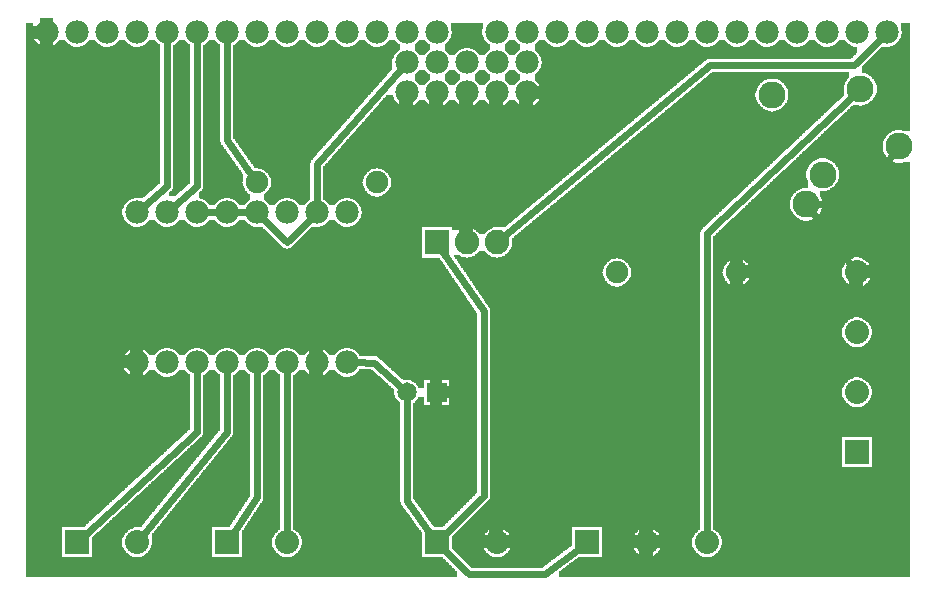
<source format=gtl>
G04 MADE WITH FRITZING*
G04 WWW.FRITZING.ORG*
G04 DOUBLE SIDED*
G04 HOLES PLATED*
G04 CONTOUR ON CENTER OF CONTOUR VECTOR*
%ASAXBY*%
%FSLAX23Y23*%
%MOIN*%
%OFA0B0*%
%SFA1.0B1.0*%
%ADD10C,0.075000*%
%ADD11C,0.090020*%
%ADD12C,0.078000*%
%ADD13C,0.065000*%
%ADD14C,0.080000*%
%ADD15C,0.082000*%
%ADD16R,0.080000X0.080000*%
%ADD17R,0.082000X0.082000*%
%ADD18C,0.024000*%
%ADD19R,0.001000X0.001000*%
%LNCOPPER1*%
G90*
G70*
G54D10*
X680Y1418D03*
X810Y1727D03*
X2907Y1738D03*
X116Y1727D03*
G54D11*
X2641Y1284D03*
X2696Y1383D03*
X2527Y1649D03*
X2822Y1669D03*
X2950Y1477D03*
G54D12*
X1310Y1657D03*
X1410Y1657D03*
X1510Y1657D03*
X1610Y1657D03*
X1710Y1657D03*
G54D13*
X1310Y657D03*
X1410Y657D03*
X1310Y657D03*
X1410Y657D03*
G54D10*
X810Y1357D03*
X1210Y1357D03*
G54D12*
X110Y1857D03*
X210Y1857D03*
X310Y1857D03*
X410Y1857D03*
X510Y1857D03*
X610Y1857D03*
X710Y1857D03*
X810Y1857D03*
X910Y1857D03*
X1010Y1857D03*
X1110Y1857D03*
X1210Y1857D03*
X1310Y1857D03*
X1410Y1857D03*
X2950Y1477D03*
X2822Y1668D03*
X2642Y1284D03*
X1110Y1257D03*
X1010Y1257D03*
X910Y1257D03*
X810Y1257D03*
X710Y1257D03*
X610Y1257D03*
X510Y1257D03*
X410Y1257D03*
X1110Y757D03*
X1010Y757D03*
X910Y757D03*
X810Y757D03*
X710Y757D03*
X610Y757D03*
X510Y757D03*
X410Y757D03*
X2910Y1857D03*
X2810Y1857D03*
X2710Y1857D03*
X2610Y1857D03*
X2510Y1857D03*
X2410Y1857D03*
X2310Y1857D03*
X2210Y1857D03*
X2110Y1857D03*
X2010Y1857D03*
X1910Y1857D03*
X1810Y1857D03*
X1710Y1857D03*
X1610Y1857D03*
G54D14*
X1910Y157D03*
X2110Y157D03*
X2310Y157D03*
X2810Y457D03*
X2810Y657D03*
X2810Y857D03*
X2810Y1057D03*
X1410Y157D03*
X1610Y157D03*
X210Y157D03*
X410Y157D03*
X710Y157D03*
X910Y157D03*
G54D15*
X1410Y1157D03*
X1510Y1157D03*
X1610Y1157D03*
G54D10*
X2010Y1057D03*
X2410Y1057D03*
G54D12*
X1310Y1757D03*
X1410Y1757D03*
X1510Y1757D03*
X1610Y1757D03*
X1710Y1757D03*
G54D16*
X1910Y157D03*
X2810Y457D03*
X1410Y157D03*
X210Y157D03*
X710Y157D03*
G54D17*
X1410Y1157D03*
G54D18*
X832Y1236D02*
X911Y1158D01*
D02*
X2320Y1747D02*
X2800Y1747D01*
D02*
X2800Y1747D02*
X2889Y1836D01*
D02*
X1635Y1177D02*
X2320Y1747D01*
D02*
X2800Y1648D02*
X2310Y1187D01*
D02*
X2310Y1187D02*
X2310Y188D01*
D02*
X910Y188D02*
X910Y727D01*
D02*
X1290Y1734D02*
X1010Y1418D01*
D02*
X1010Y1418D02*
X1010Y1287D01*
D02*
X794Y1380D02*
X710Y1497D01*
D02*
X710Y1497D02*
X710Y1827D01*
D02*
X433Y1277D02*
X510Y1346D01*
D02*
X510Y1346D02*
X510Y1827D01*
D02*
X533Y1277D02*
X610Y1346D01*
D02*
X610Y1346D02*
X610Y1827D01*
D02*
X911Y1158D02*
X989Y1236D01*
D02*
X1771Y52D02*
X1516Y52D01*
D02*
X1886Y138D02*
X1771Y52D01*
D02*
X1516Y52D02*
X1432Y135D01*
D02*
X1566Y928D02*
X1566Y312D01*
D02*
X1566Y312D02*
X1432Y179D01*
D02*
X1428Y1130D02*
X1566Y928D01*
D02*
X1310Y296D02*
X1392Y182D01*
D02*
X1310Y632D02*
X1310Y296D01*
D02*
X610Y727D02*
X610Y526D01*
D02*
X610Y526D02*
X233Y178D01*
D02*
X710Y727D02*
X710Y526D01*
D02*
X710Y526D02*
X430Y181D01*
D02*
X810Y727D02*
X810Y307D01*
D02*
X810Y307D02*
X728Y183D01*
D02*
X2801Y1284D02*
X2672Y1284D01*
D02*
X2932Y1453D02*
X2801Y1284D01*
D02*
X2792Y1082D02*
X2660Y1260D01*
D02*
X741Y1257D02*
X780Y1257D01*
D02*
X641Y1257D02*
X680Y1257D01*
D02*
X1201Y756D02*
X1141Y757D01*
D02*
X1292Y674D02*
X1201Y756D01*
G36*
X1456Y1889D02*
X1456Y1869D01*
X1458Y1869D01*
X1458Y1863D01*
X1460Y1863D01*
X1460Y1851D01*
X1458Y1851D01*
X1458Y1843D01*
X1456Y1843D01*
X1456Y1839D01*
X1454Y1839D01*
X1454Y1835D01*
X1452Y1835D01*
X1452Y1831D01*
X1450Y1831D01*
X1450Y1829D01*
X1448Y1829D01*
X1448Y1827D01*
X1446Y1827D01*
X1446Y1825D01*
X1444Y1825D01*
X1444Y1823D01*
X1442Y1823D01*
X1442Y1821D01*
X1440Y1821D01*
X1440Y1819D01*
X1438Y1819D01*
X1438Y1817D01*
X1436Y1817D01*
X1436Y1805D01*
X1522Y1805D01*
X1522Y1803D01*
X1528Y1803D01*
X1528Y1801D01*
X1530Y1801D01*
X1530Y1799D01*
X1534Y1799D01*
X1534Y1797D01*
X1538Y1797D01*
X1538Y1795D01*
X1540Y1795D01*
X1540Y1793D01*
X1542Y1793D01*
X1542Y1791D01*
X1544Y1791D01*
X1544Y1789D01*
X1546Y1789D01*
X1546Y1787D01*
X1548Y1787D01*
X1548Y1785D01*
X1550Y1785D01*
X1550Y1781D01*
X1570Y1781D01*
X1570Y1783D01*
X1572Y1783D01*
X1572Y1785D01*
X1574Y1785D01*
X1574Y1789D01*
X1576Y1789D01*
X1576Y1791D01*
X1578Y1791D01*
X1578Y1793D01*
X1582Y1793D01*
X1582Y1795D01*
X1584Y1795D01*
X1584Y1797D01*
X1586Y1797D01*
X1586Y1817D01*
X1582Y1817D01*
X1582Y1819D01*
X1580Y1819D01*
X1580Y1821D01*
X1578Y1821D01*
X1578Y1823D01*
X1576Y1823D01*
X1576Y1825D01*
X1574Y1825D01*
X1574Y1827D01*
X1572Y1827D01*
X1572Y1831D01*
X1570Y1831D01*
X1570Y1833D01*
X1568Y1833D01*
X1568Y1837D01*
X1566Y1837D01*
X1566Y1841D01*
X1564Y1841D01*
X1564Y1847D01*
X1562Y1847D01*
X1562Y1867D01*
X1564Y1867D01*
X1564Y1889D01*
X1456Y1889D01*
G37*
D02*
G36*
X1436Y1805D02*
X1436Y1797D01*
X1438Y1797D01*
X1438Y1795D01*
X1440Y1795D01*
X1440Y1793D01*
X1442Y1793D01*
X1442Y1791D01*
X1444Y1791D01*
X1444Y1789D01*
X1446Y1789D01*
X1446Y1787D01*
X1448Y1787D01*
X1448Y1785D01*
X1450Y1785D01*
X1450Y1781D01*
X1470Y1781D01*
X1470Y1783D01*
X1472Y1783D01*
X1472Y1785D01*
X1474Y1785D01*
X1474Y1789D01*
X1476Y1789D01*
X1476Y1791D01*
X1478Y1791D01*
X1478Y1793D01*
X1482Y1793D01*
X1482Y1795D01*
X1484Y1795D01*
X1484Y1797D01*
X1486Y1797D01*
X1486Y1799D01*
X1490Y1799D01*
X1490Y1801D01*
X1494Y1801D01*
X1494Y1803D01*
X1500Y1803D01*
X1500Y1805D01*
X1436Y1805D01*
G37*
D02*
G36*
X550Y1831D02*
X550Y1829D01*
X548Y1829D01*
X548Y1827D01*
X546Y1827D01*
X546Y1825D01*
X544Y1825D01*
X544Y1823D01*
X542Y1823D01*
X542Y1821D01*
X540Y1821D01*
X540Y1819D01*
X538Y1819D01*
X538Y1817D01*
X536Y1817D01*
X536Y1815D01*
X532Y1815D01*
X532Y1339D01*
X530Y1339D01*
X530Y1335D01*
X528Y1335D01*
X528Y1333D01*
X526Y1333D01*
X526Y1329D01*
X522Y1329D01*
X522Y1327D01*
X520Y1327D01*
X520Y1325D01*
X518Y1325D01*
X518Y1311D01*
X540Y1311D01*
X540Y1313D01*
X542Y1313D01*
X542Y1315D01*
X544Y1315D01*
X544Y1317D01*
X546Y1317D01*
X546Y1319D01*
X548Y1319D01*
X548Y1321D01*
X550Y1321D01*
X550Y1323D01*
X552Y1323D01*
X552Y1325D01*
X554Y1325D01*
X554Y1327D01*
X556Y1327D01*
X556Y1329D01*
X560Y1329D01*
X560Y1331D01*
X562Y1331D01*
X562Y1333D01*
X564Y1333D01*
X564Y1335D01*
X566Y1335D01*
X566Y1337D01*
X568Y1337D01*
X568Y1339D01*
X570Y1339D01*
X570Y1341D01*
X572Y1341D01*
X572Y1343D01*
X574Y1343D01*
X574Y1345D01*
X578Y1345D01*
X578Y1347D01*
X580Y1347D01*
X580Y1349D01*
X582Y1349D01*
X582Y1351D01*
X584Y1351D01*
X584Y1353D01*
X586Y1353D01*
X586Y1355D01*
X588Y1355D01*
X588Y1815D01*
X586Y1815D01*
X586Y1817D01*
X582Y1817D01*
X582Y1819D01*
X580Y1819D01*
X580Y1821D01*
X578Y1821D01*
X578Y1823D01*
X576Y1823D01*
X576Y1825D01*
X574Y1825D01*
X574Y1827D01*
X572Y1827D01*
X572Y1831D01*
X550Y1831D01*
G37*
D02*
G36*
X650Y1831D02*
X650Y1829D01*
X648Y1829D01*
X648Y1827D01*
X646Y1827D01*
X646Y1825D01*
X644Y1825D01*
X644Y1823D01*
X642Y1823D01*
X642Y1821D01*
X640Y1821D01*
X640Y1819D01*
X638Y1819D01*
X638Y1817D01*
X636Y1817D01*
X636Y1815D01*
X632Y1815D01*
X632Y1339D01*
X630Y1339D01*
X630Y1335D01*
X628Y1335D01*
X628Y1333D01*
X626Y1333D01*
X626Y1329D01*
X622Y1329D01*
X622Y1327D01*
X620Y1327D01*
X620Y1325D01*
X618Y1325D01*
X618Y1305D01*
X722Y1305D01*
X722Y1303D01*
X728Y1303D01*
X728Y1301D01*
X730Y1301D01*
X730Y1299D01*
X734Y1299D01*
X734Y1297D01*
X738Y1297D01*
X738Y1295D01*
X740Y1295D01*
X740Y1293D01*
X742Y1293D01*
X742Y1291D01*
X744Y1291D01*
X744Y1289D01*
X746Y1289D01*
X746Y1287D01*
X748Y1287D01*
X748Y1285D01*
X750Y1285D01*
X750Y1281D01*
X770Y1281D01*
X770Y1283D01*
X772Y1283D01*
X772Y1285D01*
X774Y1285D01*
X774Y1289D01*
X776Y1289D01*
X776Y1291D01*
X778Y1291D01*
X778Y1293D01*
X782Y1293D01*
X782Y1295D01*
X784Y1295D01*
X784Y1297D01*
X786Y1297D01*
X786Y1319D01*
X782Y1319D01*
X782Y1321D01*
X780Y1321D01*
X780Y1323D01*
X778Y1323D01*
X778Y1325D01*
X776Y1325D01*
X776Y1327D01*
X774Y1327D01*
X774Y1329D01*
X772Y1329D01*
X772Y1333D01*
X770Y1333D01*
X770Y1337D01*
X768Y1337D01*
X768Y1339D01*
X766Y1339D01*
X766Y1345D01*
X764Y1345D01*
X764Y1355D01*
X762Y1355D01*
X762Y1359D01*
X764Y1359D01*
X764Y1385D01*
X762Y1385D01*
X762Y1389D01*
X760Y1389D01*
X760Y1391D01*
X758Y1391D01*
X758Y1393D01*
X756Y1393D01*
X756Y1397D01*
X754Y1397D01*
X754Y1399D01*
X752Y1399D01*
X752Y1403D01*
X750Y1403D01*
X750Y1405D01*
X748Y1405D01*
X748Y1407D01*
X746Y1407D01*
X746Y1411D01*
X744Y1411D01*
X744Y1413D01*
X742Y1413D01*
X742Y1415D01*
X740Y1415D01*
X740Y1419D01*
X738Y1419D01*
X738Y1421D01*
X736Y1421D01*
X736Y1425D01*
X734Y1425D01*
X734Y1427D01*
X732Y1427D01*
X732Y1429D01*
X730Y1429D01*
X730Y1433D01*
X728Y1433D01*
X728Y1435D01*
X726Y1435D01*
X726Y1439D01*
X724Y1439D01*
X724Y1441D01*
X722Y1441D01*
X722Y1443D01*
X720Y1443D01*
X720Y1447D01*
X718Y1447D01*
X718Y1449D01*
X716Y1449D01*
X716Y1453D01*
X714Y1453D01*
X714Y1455D01*
X712Y1455D01*
X712Y1457D01*
X710Y1457D01*
X710Y1461D01*
X708Y1461D01*
X708Y1463D01*
X706Y1463D01*
X706Y1467D01*
X704Y1467D01*
X704Y1469D01*
X702Y1469D01*
X702Y1471D01*
X700Y1471D01*
X700Y1475D01*
X698Y1475D01*
X698Y1477D01*
X696Y1477D01*
X696Y1481D01*
X694Y1481D01*
X694Y1483D01*
X692Y1483D01*
X692Y1487D01*
X690Y1487D01*
X690Y1491D01*
X688Y1491D01*
X688Y1815D01*
X686Y1815D01*
X686Y1817D01*
X682Y1817D01*
X682Y1819D01*
X680Y1819D01*
X680Y1821D01*
X678Y1821D01*
X678Y1823D01*
X676Y1823D01*
X676Y1825D01*
X674Y1825D01*
X674Y1827D01*
X672Y1827D01*
X672Y1831D01*
X650Y1831D01*
G37*
D02*
G36*
X622Y1305D02*
X622Y1303D01*
X628Y1303D01*
X628Y1301D01*
X630Y1301D01*
X630Y1299D01*
X634Y1299D01*
X634Y1297D01*
X638Y1297D01*
X638Y1295D01*
X640Y1295D01*
X640Y1293D01*
X642Y1293D01*
X642Y1291D01*
X644Y1291D01*
X644Y1289D01*
X646Y1289D01*
X646Y1287D01*
X648Y1287D01*
X648Y1285D01*
X650Y1285D01*
X650Y1281D01*
X670Y1281D01*
X670Y1283D01*
X672Y1283D01*
X672Y1285D01*
X674Y1285D01*
X674Y1289D01*
X676Y1289D01*
X676Y1291D01*
X678Y1291D01*
X678Y1293D01*
X682Y1293D01*
X682Y1295D01*
X684Y1295D01*
X684Y1297D01*
X686Y1297D01*
X686Y1299D01*
X690Y1299D01*
X690Y1301D01*
X694Y1301D01*
X694Y1303D01*
X700Y1303D01*
X700Y1305D01*
X622Y1305D01*
G37*
D02*
G36*
X750Y1831D02*
X750Y1829D01*
X748Y1829D01*
X748Y1827D01*
X746Y1827D01*
X746Y1825D01*
X744Y1825D01*
X744Y1823D01*
X742Y1823D01*
X742Y1821D01*
X740Y1821D01*
X740Y1819D01*
X738Y1819D01*
X738Y1817D01*
X736Y1817D01*
X736Y1815D01*
X732Y1815D01*
X732Y1807D01*
X806Y1807D01*
X806Y1809D01*
X798Y1809D01*
X798Y1811D01*
X792Y1811D01*
X792Y1813D01*
X790Y1813D01*
X790Y1815D01*
X786Y1815D01*
X786Y1817D01*
X782Y1817D01*
X782Y1819D01*
X780Y1819D01*
X780Y1821D01*
X778Y1821D01*
X778Y1823D01*
X776Y1823D01*
X776Y1825D01*
X774Y1825D01*
X774Y1827D01*
X772Y1827D01*
X772Y1831D01*
X750Y1831D01*
G37*
D02*
G36*
X850Y1831D02*
X850Y1829D01*
X848Y1829D01*
X848Y1827D01*
X846Y1827D01*
X846Y1825D01*
X844Y1825D01*
X844Y1823D01*
X842Y1823D01*
X842Y1821D01*
X840Y1821D01*
X840Y1819D01*
X838Y1819D01*
X838Y1817D01*
X836Y1817D01*
X836Y1815D01*
X832Y1815D01*
X832Y1813D01*
X828Y1813D01*
X828Y1811D01*
X822Y1811D01*
X822Y1809D01*
X814Y1809D01*
X814Y1807D01*
X906Y1807D01*
X906Y1809D01*
X898Y1809D01*
X898Y1811D01*
X892Y1811D01*
X892Y1813D01*
X890Y1813D01*
X890Y1815D01*
X886Y1815D01*
X886Y1817D01*
X882Y1817D01*
X882Y1819D01*
X880Y1819D01*
X880Y1821D01*
X878Y1821D01*
X878Y1823D01*
X876Y1823D01*
X876Y1825D01*
X874Y1825D01*
X874Y1827D01*
X872Y1827D01*
X872Y1831D01*
X850Y1831D01*
G37*
D02*
G36*
X950Y1831D02*
X950Y1829D01*
X948Y1829D01*
X948Y1827D01*
X946Y1827D01*
X946Y1825D01*
X944Y1825D01*
X944Y1823D01*
X942Y1823D01*
X942Y1821D01*
X940Y1821D01*
X940Y1819D01*
X938Y1819D01*
X938Y1817D01*
X936Y1817D01*
X936Y1815D01*
X932Y1815D01*
X932Y1813D01*
X928Y1813D01*
X928Y1811D01*
X922Y1811D01*
X922Y1809D01*
X914Y1809D01*
X914Y1807D01*
X1006Y1807D01*
X1006Y1809D01*
X998Y1809D01*
X998Y1811D01*
X992Y1811D01*
X992Y1813D01*
X990Y1813D01*
X990Y1815D01*
X986Y1815D01*
X986Y1817D01*
X982Y1817D01*
X982Y1819D01*
X980Y1819D01*
X980Y1821D01*
X978Y1821D01*
X978Y1823D01*
X976Y1823D01*
X976Y1825D01*
X974Y1825D01*
X974Y1827D01*
X972Y1827D01*
X972Y1831D01*
X950Y1831D01*
G37*
D02*
G36*
X1050Y1831D02*
X1050Y1829D01*
X1048Y1829D01*
X1048Y1827D01*
X1046Y1827D01*
X1046Y1825D01*
X1044Y1825D01*
X1044Y1823D01*
X1042Y1823D01*
X1042Y1821D01*
X1040Y1821D01*
X1040Y1819D01*
X1038Y1819D01*
X1038Y1817D01*
X1036Y1817D01*
X1036Y1815D01*
X1032Y1815D01*
X1032Y1813D01*
X1028Y1813D01*
X1028Y1811D01*
X1022Y1811D01*
X1022Y1809D01*
X1014Y1809D01*
X1014Y1807D01*
X1106Y1807D01*
X1106Y1809D01*
X1098Y1809D01*
X1098Y1811D01*
X1092Y1811D01*
X1092Y1813D01*
X1090Y1813D01*
X1090Y1815D01*
X1086Y1815D01*
X1086Y1817D01*
X1082Y1817D01*
X1082Y1819D01*
X1080Y1819D01*
X1080Y1821D01*
X1078Y1821D01*
X1078Y1823D01*
X1076Y1823D01*
X1076Y1825D01*
X1074Y1825D01*
X1074Y1827D01*
X1072Y1827D01*
X1072Y1831D01*
X1050Y1831D01*
G37*
D02*
G36*
X1150Y1831D02*
X1150Y1829D01*
X1148Y1829D01*
X1148Y1827D01*
X1146Y1827D01*
X1146Y1825D01*
X1144Y1825D01*
X1144Y1823D01*
X1142Y1823D01*
X1142Y1821D01*
X1140Y1821D01*
X1140Y1819D01*
X1138Y1819D01*
X1138Y1817D01*
X1136Y1817D01*
X1136Y1815D01*
X1132Y1815D01*
X1132Y1813D01*
X1128Y1813D01*
X1128Y1811D01*
X1122Y1811D01*
X1122Y1809D01*
X1114Y1809D01*
X1114Y1807D01*
X1206Y1807D01*
X1206Y1809D01*
X1198Y1809D01*
X1198Y1811D01*
X1192Y1811D01*
X1192Y1813D01*
X1190Y1813D01*
X1190Y1815D01*
X1186Y1815D01*
X1186Y1817D01*
X1182Y1817D01*
X1182Y1819D01*
X1180Y1819D01*
X1180Y1821D01*
X1178Y1821D01*
X1178Y1823D01*
X1176Y1823D01*
X1176Y1825D01*
X1174Y1825D01*
X1174Y1827D01*
X1172Y1827D01*
X1172Y1831D01*
X1150Y1831D01*
G37*
D02*
G36*
X1250Y1831D02*
X1250Y1829D01*
X1248Y1829D01*
X1248Y1827D01*
X1246Y1827D01*
X1246Y1825D01*
X1244Y1825D01*
X1244Y1823D01*
X1242Y1823D01*
X1242Y1821D01*
X1240Y1821D01*
X1240Y1819D01*
X1238Y1819D01*
X1238Y1817D01*
X1236Y1817D01*
X1236Y1815D01*
X1232Y1815D01*
X1232Y1813D01*
X1228Y1813D01*
X1228Y1811D01*
X1222Y1811D01*
X1222Y1809D01*
X1214Y1809D01*
X1214Y1807D01*
X1286Y1807D01*
X1286Y1817D01*
X1282Y1817D01*
X1282Y1819D01*
X1280Y1819D01*
X1280Y1821D01*
X1278Y1821D01*
X1278Y1823D01*
X1276Y1823D01*
X1276Y1825D01*
X1274Y1825D01*
X1274Y1827D01*
X1272Y1827D01*
X1272Y1831D01*
X1250Y1831D01*
G37*
D02*
G36*
X732Y1807D02*
X732Y1805D01*
X1286Y1805D01*
X1286Y1807D01*
X732Y1807D01*
G37*
D02*
G36*
X732Y1807D02*
X732Y1805D01*
X1286Y1805D01*
X1286Y1807D01*
X732Y1807D01*
G37*
D02*
G36*
X732Y1807D02*
X732Y1805D01*
X1286Y1805D01*
X1286Y1807D01*
X732Y1807D01*
G37*
D02*
G36*
X732Y1807D02*
X732Y1805D01*
X1286Y1805D01*
X1286Y1807D01*
X732Y1807D01*
G37*
D02*
G36*
X732Y1807D02*
X732Y1805D01*
X1286Y1805D01*
X1286Y1807D01*
X732Y1807D01*
G37*
D02*
G36*
X732Y1807D02*
X732Y1805D01*
X1286Y1805D01*
X1286Y1807D01*
X732Y1807D01*
G37*
D02*
G36*
X732Y1805D02*
X732Y1503D01*
X734Y1503D01*
X734Y1501D01*
X736Y1501D01*
X736Y1497D01*
X738Y1497D01*
X738Y1495D01*
X740Y1495D01*
X740Y1491D01*
X742Y1491D01*
X742Y1489D01*
X744Y1489D01*
X744Y1487D01*
X746Y1487D01*
X746Y1483D01*
X748Y1483D01*
X748Y1481D01*
X750Y1481D01*
X750Y1477D01*
X752Y1477D01*
X752Y1475D01*
X754Y1475D01*
X754Y1473D01*
X756Y1473D01*
X756Y1469D01*
X758Y1469D01*
X758Y1467D01*
X760Y1467D01*
X760Y1463D01*
X762Y1463D01*
X762Y1461D01*
X764Y1461D01*
X764Y1459D01*
X766Y1459D01*
X766Y1455D01*
X768Y1455D01*
X768Y1453D01*
X770Y1453D01*
X770Y1449D01*
X772Y1449D01*
X772Y1447D01*
X774Y1447D01*
X774Y1445D01*
X776Y1445D01*
X776Y1441D01*
X778Y1441D01*
X778Y1439D01*
X780Y1439D01*
X780Y1435D01*
X782Y1435D01*
X782Y1433D01*
X784Y1433D01*
X784Y1431D01*
X786Y1431D01*
X786Y1427D01*
X788Y1427D01*
X788Y1425D01*
X790Y1425D01*
X790Y1421D01*
X792Y1421D01*
X792Y1419D01*
X794Y1419D01*
X794Y1417D01*
X796Y1417D01*
X796Y1413D01*
X798Y1413D01*
X798Y1411D01*
X800Y1411D01*
X800Y1407D01*
X802Y1407D01*
X802Y1405D01*
X814Y1405D01*
X814Y1403D01*
X822Y1403D01*
X822Y1401D01*
X828Y1401D01*
X828Y1399D01*
X832Y1399D01*
X832Y1397D01*
X834Y1397D01*
X834Y1395D01*
X838Y1395D01*
X838Y1393D01*
X840Y1393D01*
X840Y1391D01*
X842Y1391D01*
X842Y1389D01*
X844Y1389D01*
X844Y1387D01*
X846Y1387D01*
X846Y1385D01*
X848Y1385D01*
X848Y1383D01*
X850Y1383D01*
X850Y1379D01*
X852Y1379D01*
X852Y1375D01*
X854Y1375D01*
X854Y1371D01*
X856Y1371D01*
X856Y1365D01*
X858Y1365D01*
X858Y1349D01*
X856Y1349D01*
X856Y1343D01*
X854Y1343D01*
X854Y1339D01*
X852Y1339D01*
X852Y1335D01*
X850Y1335D01*
X850Y1331D01*
X848Y1331D01*
X848Y1329D01*
X846Y1329D01*
X846Y1327D01*
X844Y1327D01*
X844Y1325D01*
X842Y1325D01*
X842Y1323D01*
X840Y1323D01*
X840Y1321D01*
X838Y1321D01*
X838Y1319D01*
X836Y1319D01*
X836Y1317D01*
X834Y1317D01*
X834Y1305D01*
X922Y1305D01*
X922Y1303D01*
X928Y1303D01*
X928Y1301D01*
X930Y1301D01*
X930Y1299D01*
X934Y1299D01*
X934Y1297D01*
X938Y1297D01*
X938Y1295D01*
X940Y1295D01*
X940Y1293D01*
X942Y1293D01*
X942Y1291D01*
X944Y1291D01*
X944Y1289D01*
X946Y1289D01*
X946Y1287D01*
X948Y1287D01*
X948Y1285D01*
X950Y1285D01*
X950Y1281D01*
X970Y1281D01*
X970Y1283D01*
X972Y1283D01*
X972Y1285D01*
X974Y1285D01*
X974Y1289D01*
X976Y1289D01*
X976Y1291D01*
X978Y1291D01*
X978Y1293D01*
X982Y1293D01*
X982Y1295D01*
X984Y1295D01*
X984Y1297D01*
X986Y1297D01*
X986Y1299D01*
X988Y1299D01*
X988Y1423D01*
X990Y1423D01*
X990Y1429D01*
X992Y1429D01*
X992Y1431D01*
X994Y1431D01*
X994Y1433D01*
X996Y1433D01*
X996Y1435D01*
X998Y1435D01*
X998Y1439D01*
X1000Y1439D01*
X1000Y1441D01*
X1002Y1441D01*
X1002Y1443D01*
X1004Y1443D01*
X1004Y1445D01*
X1006Y1445D01*
X1006Y1447D01*
X1008Y1447D01*
X1008Y1449D01*
X1010Y1449D01*
X1010Y1451D01*
X1012Y1451D01*
X1012Y1455D01*
X1014Y1455D01*
X1014Y1457D01*
X1016Y1457D01*
X1016Y1459D01*
X1018Y1459D01*
X1018Y1461D01*
X1020Y1461D01*
X1020Y1463D01*
X1022Y1463D01*
X1022Y1465D01*
X1024Y1465D01*
X1024Y1467D01*
X1026Y1467D01*
X1026Y1469D01*
X1028Y1469D01*
X1028Y1473D01*
X1030Y1473D01*
X1030Y1475D01*
X1032Y1475D01*
X1032Y1477D01*
X1034Y1477D01*
X1034Y1479D01*
X1036Y1479D01*
X1036Y1481D01*
X1038Y1481D01*
X1038Y1483D01*
X1040Y1483D01*
X1040Y1485D01*
X1042Y1485D01*
X1042Y1487D01*
X1044Y1487D01*
X1044Y1491D01*
X1046Y1491D01*
X1046Y1493D01*
X1048Y1493D01*
X1048Y1495D01*
X1050Y1495D01*
X1050Y1497D01*
X1052Y1497D01*
X1052Y1499D01*
X1054Y1499D01*
X1054Y1501D01*
X1056Y1501D01*
X1056Y1503D01*
X1058Y1503D01*
X1058Y1505D01*
X1060Y1505D01*
X1060Y1509D01*
X1062Y1509D01*
X1062Y1511D01*
X1064Y1511D01*
X1064Y1513D01*
X1066Y1513D01*
X1066Y1515D01*
X1068Y1515D01*
X1068Y1517D01*
X1070Y1517D01*
X1070Y1519D01*
X1072Y1519D01*
X1072Y1521D01*
X1074Y1521D01*
X1074Y1525D01*
X1076Y1525D01*
X1076Y1527D01*
X1078Y1527D01*
X1078Y1529D01*
X1080Y1529D01*
X1080Y1531D01*
X1082Y1531D01*
X1082Y1533D01*
X1084Y1533D01*
X1084Y1535D01*
X1086Y1535D01*
X1086Y1537D01*
X1088Y1537D01*
X1088Y1539D01*
X1090Y1539D01*
X1090Y1543D01*
X1092Y1543D01*
X1092Y1545D01*
X1094Y1545D01*
X1094Y1547D01*
X1096Y1547D01*
X1096Y1549D01*
X1098Y1549D01*
X1098Y1551D01*
X1100Y1551D01*
X1100Y1553D01*
X1102Y1553D01*
X1102Y1555D01*
X1104Y1555D01*
X1104Y1557D01*
X1106Y1557D01*
X1106Y1561D01*
X1108Y1561D01*
X1108Y1563D01*
X1110Y1563D01*
X1110Y1565D01*
X1112Y1565D01*
X1112Y1567D01*
X1114Y1567D01*
X1114Y1569D01*
X1116Y1569D01*
X1116Y1571D01*
X1118Y1571D01*
X1118Y1573D01*
X1120Y1573D01*
X1120Y1577D01*
X1122Y1577D01*
X1122Y1579D01*
X1124Y1579D01*
X1124Y1581D01*
X1126Y1581D01*
X1126Y1583D01*
X1128Y1583D01*
X1128Y1585D01*
X1130Y1585D01*
X1130Y1587D01*
X1132Y1587D01*
X1132Y1589D01*
X1134Y1589D01*
X1134Y1591D01*
X1136Y1591D01*
X1136Y1595D01*
X1138Y1595D01*
X1138Y1597D01*
X1140Y1597D01*
X1140Y1599D01*
X1142Y1599D01*
X1142Y1601D01*
X1144Y1601D01*
X1144Y1603D01*
X1146Y1603D01*
X1146Y1605D01*
X1148Y1605D01*
X1148Y1607D01*
X1150Y1607D01*
X1150Y1609D01*
X1152Y1609D01*
X1152Y1613D01*
X1154Y1613D01*
X1154Y1615D01*
X1156Y1615D01*
X1156Y1617D01*
X1158Y1617D01*
X1158Y1619D01*
X1160Y1619D01*
X1160Y1621D01*
X1162Y1621D01*
X1162Y1623D01*
X1164Y1623D01*
X1164Y1625D01*
X1166Y1625D01*
X1166Y1629D01*
X1168Y1629D01*
X1168Y1631D01*
X1170Y1631D01*
X1170Y1633D01*
X1172Y1633D01*
X1172Y1635D01*
X1174Y1635D01*
X1174Y1637D01*
X1176Y1637D01*
X1176Y1639D01*
X1178Y1639D01*
X1178Y1641D01*
X1180Y1641D01*
X1180Y1643D01*
X1182Y1643D01*
X1182Y1647D01*
X1184Y1647D01*
X1184Y1649D01*
X1186Y1649D01*
X1186Y1651D01*
X1188Y1651D01*
X1188Y1653D01*
X1190Y1653D01*
X1190Y1655D01*
X1192Y1655D01*
X1192Y1657D01*
X1194Y1657D01*
X1194Y1659D01*
X1196Y1659D01*
X1196Y1661D01*
X1198Y1661D01*
X1198Y1665D01*
X1200Y1665D01*
X1200Y1667D01*
X1202Y1667D01*
X1202Y1669D01*
X1204Y1669D01*
X1204Y1671D01*
X1206Y1671D01*
X1206Y1673D01*
X1208Y1673D01*
X1208Y1675D01*
X1210Y1675D01*
X1210Y1677D01*
X1212Y1677D01*
X1212Y1679D01*
X1214Y1679D01*
X1214Y1683D01*
X1216Y1683D01*
X1216Y1685D01*
X1218Y1685D01*
X1218Y1687D01*
X1220Y1687D01*
X1220Y1689D01*
X1222Y1689D01*
X1222Y1691D01*
X1224Y1691D01*
X1224Y1693D01*
X1226Y1693D01*
X1226Y1695D01*
X1228Y1695D01*
X1228Y1699D01*
X1230Y1699D01*
X1230Y1701D01*
X1232Y1701D01*
X1232Y1703D01*
X1234Y1703D01*
X1234Y1705D01*
X1236Y1705D01*
X1236Y1707D01*
X1238Y1707D01*
X1238Y1709D01*
X1240Y1709D01*
X1240Y1711D01*
X1242Y1711D01*
X1242Y1713D01*
X1244Y1713D01*
X1244Y1717D01*
X1246Y1717D01*
X1246Y1719D01*
X1248Y1719D01*
X1248Y1721D01*
X1250Y1721D01*
X1250Y1723D01*
X1252Y1723D01*
X1252Y1725D01*
X1254Y1725D01*
X1254Y1727D01*
X1256Y1727D01*
X1256Y1729D01*
X1258Y1729D01*
X1258Y1731D01*
X1260Y1731D01*
X1260Y1735D01*
X1262Y1735D01*
X1262Y1767D01*
X1264Y1767D01*
X1264Y1773D01*
X1266Y1773D01*
X1266Y1777D01*
X1268Y1777D01*
X1268Y1781D01*
X1270Y1781D01*
X1270Y1783D01*
X1272Y1783D01*
X1272Y1785D01*
X1274Y1785D01*
X1274Y1789D01*
X1276Y1789D01*
X1276Y1791D01*
X1278Y1791D01*
X1278Y1793D01*
X1282Y1793D01*
X1282Y1795D01*
X1284Y1795D01*
X1284Y1797D01*
X1286Y1797D01*
X1286Y1805D01*
X732Y1805D01*
G37*
D02*
G36*
X834Y1305D02*
X834Y1297D01*
X838Y1297D01*
X838Y1295D01*
X840Y1295D01*
X840Y1293D01*
X842Y1293D01*
X842Y1291D01*
X844Y1291D01*
X844Y1289D01*
X846Y1289D01*
X846Y1287D01*
X848Y1287D01*
X848Y1285D01*
X850Y1285D01*
X850Y1281D01*
X870Y1281D01*
X870Y1283D01*
X872Y1283D01*
X872Y1285D01*
X874Y1285D01*
X874Y1289D01*
X876Y1289D01*
X876Y1291D01*
X878Y1291D01*
X878Y1293D01*
X882Y1293D01*
X882Y1295D01*
X884Y1295D01*
X884Y1297D01*
X886Y1297D01*
X886Y1299D01*
X890Y1299D01*
X890Y1301D01*
X894Y1301D01*
X894Y1303D01*
X900Y1303D01*
X900Y1305D01*
X834Y1305D01*
G37*
D02*
G36*
X1350Y1831D02*
X1350Y1829D01*
X1348Y1829D01*
X1348Y1827D01*
X1346Y1827D01*
X1346Y1825D01*
X1344Y1825D01*
X1344Y1823D01*
X1342Y1823D01*
X1342Y1821D01*
X1340Y1821D01*
X1340Y1819D01*
X1338Y1819D01*
X1338Y1817D01*
X1336Y1817D01*
X1336Y1797D01*
X1338Y1797D01*
X1338Y1795D01*
X1340Y1795D01*
X1340Y1793D01*
X1342Y1793D01*
X1342Y1791D01*
X1344Y1791D01*
X1344Y1789D01*
X1346Y1789D01*
X1346Y1787D01*
X1348Y1787D01*
X1348Y1785D01*
X1350Y1785D01*
X1350Y1781D01*
X1370Y1781D01*
X1370Y1783D01*
X1372Y1783D01*
X1372Y1785D01*
X1374Y1785D01*
X1374Y1789D01*
X1376Y1789D01*
X1376Y1791D01*
X1378Y1791D01*
X1378Y1793D01*
X1382Y1793D01*
X1382Y1795D01*
X1384Y1795D01*
X1384Y1797D01*
X1386Y1797D01*
X1386Y1817D01*
X1382Y1817D01*
X1382Y1819D01*
X1380Y1819D01*
X1380Y1821D01*
X1378Y1821D01*
X1378Y1823D01*
X1376Y1823D01*
X1376Y1825D01*
X1374Y1825D01*
X1374Y1827D01*
X1372Y1827D01*
X1372Y1831D01*
X1350Y1831D01*
G37*
D02*
G36*
X1650Y1831D02*
X1650Y1829D01*
X1648Y1829D01*
X1648Y1827D01*
X1646Y1827D01*
X1646Y1825D01*
X1644Y1825D01*
X1644Y1823D01*
X1642Y1823D01*
X1642Y1821D01*
X1640Y1821D01*
X1640Y1819D01*
X1638Y1819D01*
X1638Y1817D01*
X1636Y1817D01*
X1636Y1797D01*
X1638Y1797D01*
X1638Y1795D01*
X1640Y1795D01*
X1640Y1793D01*
X1642Y1793D01*
X1642Y1791D01*
X1644Y1791D01*
X1644Y1789D01*
X1646Y1789D01*
X1646Y1787D01*
X1648Y1787D01*
X1648Y1785D01*
X1650Y1785D01*
X1650Y1781D01*
X1670Y1781D01*
X1670Y1783D01*
X1672Y1783D01*
X1672Y1785D01*
X1674Y1785D01*
X1674Y1789D01*
X1676Y1789D01*
X1676Y1791D01*
X1678Y1791D01*
X1678Y1793D01*
X1682Y1793D01*
X1682Y1795D01*
X1684Y1795D01*
X1684Y1797D01*
X1686Y1797D01*
X1686Y1817D01*
X1682Y1817D01*
X1682Y1819D01*
X1680Y1819D01*
X1680Y1821D01*
X1678Y1821D01*
X1678Y1823D01*
X1676Y1823D01*
X1676Y1825D01*
X1674Y1825D01*
X1674Y1827D01*
X1672Y1827D01*
X1672Y1831D01*
X1650Y1831D01*
G37*
D02*
G36*
X1350Y1731D02*
X1350Y1729D01*
X1348Y1729D01*
X1348Y1727D01*
X1346Y1727D01*
X1346Y1725D01*
X1344Y1725D01*
X1344Y1723D01*
X1342Y1723D01*
X1342Y1721D01*
X1340Y1721D01*
X1340Y1719D01*
X1338Y1719D01*
X1338Y1717D01*
X1336Y1717D01*
X1336Y1697D01*
X1338Y1697D01*
X1338Y1695D01*
X1340Y1695D01*
X1340Y1693D01*
X1342Y1693D01*
X1342Y1691D01*
X1344Y1691D01*
X1344Y1689D01*
X1346Y1689D01*
X1346Y1687D01*
X1348Y1687D01*
X1348Y1685D01*
X1350Y1685D01*
X1350Y1681D01*
X1370Y1681D01*
X1370Y1683D01*
X1372Y1683D01*
X1372Y1685D01*
X1374Y1685D01*
X1374Y1689D01*
X1376Y1689D01*
X1376Y1691D01*
X1378Y1691D01*
X1378Y1693D01*
X1382Y1693D01*
X1382Y1695D01*
X1384Y1695D01*
X1384Y1697D01*
X1386Y1697D01*
X1386Y1717D01*
X1382Y1717D01*
X1382Y1719D01*
X1380Y1719D01*
X1380Y1721D01*
X1378Y1721D01*
X1378Y1723D01*
X1376Y1723D01*
X1376Y1725D01*
X1374Y1725D01*
X1374Y1727D01*
X1372Y1727D01*
X1372Y1731D01*
X1350Y1731D01*
G37*
D02*
G36*
X1450Y1731D02*
X1450Y1729D01*
X1448Y1729D01*
X1448Y1727D01*
X1446Y1727D01*
X1446Y1725D01*
X1444Y1725D01*
X1444Y1723D01*
X1442Y1723D01*
X1442Y1721D01*
X1440Y1721D01*
X1440Y1719D01*
X1438Y1719D01*
X1438Y1717D01*
X1436Y1717D01*
X1436Y1697D01*
X1438Y1697D01*
X1438Y1695D01*
X1440Y1695D01*
X1440Y1693D01*
X1442Y1693D01*
X1442Y1691D01*
X1444Y1691D01*
X1444Y1689D01*
X1446Y1689D01*
X1446Y1687D01*
X1448Y1687D01*
X1448Y1685D01*
X1450Y1685D01*
X1450Y1681D01*
X1470Y1681D01*
X1470Y1683D01*
X1472Y1683D01*
X1472Y1685D01*
X1474Y1685D01*
X1474Y1689D01*
X1476Y1689D01*
X1476Y1691D01*
X1478Y1691D01*
X1478Y1693D01*
X1482Y1693D01*
X1482Y1695D01*
X1484Y1695D01*
X1484Y1697D01*
X1486Y1697D01*
X1486Y1717D01*
X1482Y1717D01*
X1482Y1719D01*
X1480Y1719D01*
X1480Y1721D01*
X1478Y1721D01*
X1478Y1723D01*
X1476Y1723D01*
X1476Y1725D01*
X1474Y1725D01*
X1474Y1727D01*
X1472Y1727D01*
X1472Y1731D01*
X1450Y1731D01*
G37*
D02*
G36*
X1550Y1731D02*
X1550Y1729D01*
X1548Y1729D01*
X1548Y1727D01*
X1546Y1727D01*
X1546Y1725D01*
X1544Y1725D01*
X1544Y1723D01*
X1542Y1723D01*
X1542Y1721D01*
X1540Y1721D01*
X1540Y1719D01*
X1538Y1719D01*
X1538Y1717D01*
X1536Y1717D01*
X1536Y1697D01*
X1538Y1697D01*
X1538Y1695D01*
X1540Y1695D01*
X1540Y1693D01*
X1542Y1693D01*
X1542Y1691D01*
X1544Y1691D01*
X1544Y1689D01*
X1546Y1689D01*
X1546Y1687D01*
X1548Y1687D01*
X1548Y1685D01*
X1550Y1685D01*
X1550Y1681D01*
X1570Y1681D01*
X1570Y1683D01*
X1572Y1683D01*
X1572Y1685D01*
X1574Y1685D01*
X1574Y1689D01*
X1576Y1689D01*
X1576Y1691D01*
X1578Y1691D01*
X1578Y1693D01*
X1582Y1693D01*
X1582Y1695D01*
X1584Y1695D01*
X1584Y1697D01*
X1586Y1697D01*
X1586Y1717D01*
X1582Y1717D01*
X1582Y1719D01*
X1580Y1719D01*
X1580Y1721D01*
X1578Y1721D01*
X1578Y1723D01*
X1576Y1723D01*
X1576Y1725D01*
X1574Y1725D01*
X1574Y1727D01*
X1572Y1727D01*
X1572Y1731D01*
X1550Y1731D01*
G37*
D02*
G36*
X1650Y1731D02*
X1650Y1729D01*
X1648Y1729D01*
X1648Y1727D01*
X1646Y1727D01*
X1646Y1725D01*
X1644Y1725D01*
X1644Y1723D01*
X1642Y1723D01*
X1642Y1721D01*
X1640Y1721D01*
X1640Y1719D01*
X1638Y1719D01*
X1638Y1717D01*
X1636Y1717D01*
X1636Y1697D01*
X1638Y1697D01*
X1638Y1695D01*
X1640Y1695D01*
X1640Y1693D01*
X1642Y1693D01*
X1642Y1691D01*
X1644Y1691D01*
X1644Y1689D01*
X1646Y1689D01*
X1646Y1687D01*
X1648Y1687D01*
X1648Y1685D01*
X1650Y1685D01*
X1650Y1681D01*
X1670Y1681D01*
X1670Y1683D01*
X1672Y1683D01*
X1672Y1685D01*
X1674Y1685D01*
X1674Y1689D01*
X1676Y1689D01*
X1676Y1691D01*
X1678Y1691D01*
X1678Y1693D01*
X1682Y1693D01*
X1682Y1695D01*
X1684Y1695D01*
X1684Y1697D01*
X1686Y1697D01*
X1686Y1717D01*
X1682Y1717D01*
X1682Y1719D01*
X1680Y1719D01*
X1680Y1721D01*
X1678Y1721D01*
X1678Y1723D01*
X1676Y1723D01*
X1676Y1725D01*
X1674Y1725D01*
X1674Y1727D01*
X1672Y1727D01*
X1672Y1731D01*
X1650Y1731D01*
G37*
D02*
G36*
X2956Y1889D02*
X2956Y1869D01*
X2958Y1869D01*
X2958Y1863D01*
X2960Y1863D01*
X2960Y1851D01*
X2958Y1851D01*
X2958Y1843D01*
X2956Y1843D01*
X2956Y1839D01*
X2954Y1839D01*
X2954Y1835D01*
X2952Y1835D01*
X2952Y1831D01*
X2950Y1831D01*
X2950Y1829D01*
X2948Y1829D01*
X2948Y1827D01*
X2946Y1827D01*
X2946Y1825D01*
X2944Y1825D01*
X2944Y1823D01*
X2942Y1823D01*
X2942Y1821D01*
X2940Y1821D01*
X2940Y1819D01*
X2938Y1819D01*
X2938Y1817D01*
X2936Y1817D01*
X2936Y1815D01*
X2932Y1815D01*
X2932Y1813D01*
X2928Y1813D01*
X2928Y1811D01*
X2922Y1811D01*
X2922Y1809D01*
X2914Y1809D01*
X2914Y1807D01*
X2890Y1807D01*
X2890Y1805D01*
X2888Y1805D01*
X2888Y1803D01*
X2886Y1803D01*
X2886Y1801D01*
X2884Y1801D01*
X2884Y1799D01*
X2882Y1799D01*
X2882Y1797D01*
X2880Y1797D01*
X2880Y1795D01*
X2878Y1795D01*
X2878Y1793D01*
X2876Y1793D01*
X2876Y1791D01*
X2874Y1791D01*
X2874Y1789D01*
X2872Y1789D01*
X2872Y1787D01*
X2870Y1787D01*
X2870Y1785D01*
X2868Y1785D01*
X2868Y1783D01*
X2866Y1783D01*
X2866Y1781D01*
X2864Y1781D01*
X2864Y1779D01*
X2862Y1779D01*
X2862Y1777D01*
X2860Y1777D01*
X2860Y1775D01*
X2858Y1775D01*
X2858Y1773D01*
X2856Y1773D01*
X2856Y1771D01*
X2854Y1771D01*
X2854Y1769D01*
X2852Y1769D01*
X2852Y1767D01*
X2850Y1767D01*
X2850Y1765D01*
X2848Y1765D01*
X2848Y1763D01*
X2846Y1763D01*
X2846Y1761D01*
X2844Y1761D01*
X2844Y1759D01*
X2842Y1759D01*
X2842Y1757D01*
X2840Y1757D01*
X2840Y1755D01*
X2838Y1755D01*
X2838Y1753D01*
X2836Y1753D01*
X2836Y1751D01*
X2834Y1751D01*
X2834Y1749D01*
X2832Y1749D01*
X2832Y1747D01*
X2830Y1747D01*
X2830Y1745D01*
X2828Y1745D01*
X2828Y1743D01*
X2826Y1743D01*
X2826Y1723D01*
X2834Y1723D01*
X2834Y1721D01*
X2840Y1721D01*
X2840Y1719D01*
X2844Y1719D01*
X2844Y1717D01*
X2848Y1717D01*
X2848Y1715D01*
X2852Y1715D01*
X2852Y1713D01*
X2854Y1713D01*
X2854Y1711D01*
X2856Y1711D01*
X2856Y1709D01*
X2858Y1709D01*
X2858Y1707D01*
X2862Y1707D01*
X2862Y1703D01*
X2864Y1703D01*
X2864Y1701D01*
X2866Y1701D01*
X2866Y1699D01*
X2868Y1699D01*
X2868Y1695D01*
X2870Y1695D01*
X2870Y1693D01*
X2872Y1693D01*
X2872Y1689D01*
X2874Y1689D01*
X2874Y1683D01*
X2876Y1683D01*
X2876Y1675D01*
X2878Y1675D01*
X2878Y1663D01*
X2876Y1663D01*
X2876Y1655D01*
X2874Y1655D01*
X2874Y1649D01*
X2872Y1649D01*
X2872Y1645D01*
X2870Y1645D01*
X2870Y1641D01*
X2868Y1641D01*
X2868Y1639D01*
X2866Y1639D01*
X2866Y1637D01*
X2864Y1637D01*
X2864Y1633D01*
X2862Y1633D01*
X2862Y1631D01*
X2860Y1631D01*
X2860Y1629D01*
X2858Y1629D01*
X2858Y1627D01*
X2854Y1627D01*
X2854Y1625D01*
X2852Y1625D01*
X2852Y1623D01*
X2848Y1623D01*
X2848Y1621D01*
X2846Y1621D01*
X2846Y1619D01*
X2842Y1619D01*
X2842Y1617D01*
X2836Y1617D01*
X2836Y1615D01*
X2826Y1615D01*
X2826Y1613D01*
X2986Y1613D01*
X2986Y1889D01*
X2956Y1889D01*
G37*
D02*
G36*
X2326Y1725D02*
X2326Y1723D01*
X2324Y1723D01*
X2324Y1721D01*
X2322Y1721D01*
X2322Y1719D01*
X2320Y1719D01*
X2320Y1717D01*
X2318Y1717D01*
X2318Y1715D01*
X2314Y1715D01*
X2314Y1713D01*
X2312Y1713D01*
X2312Y1711D01*
X2310Y1711D01*
X2310Y1709D01*
X2308Y1709D01*
X2308Y1707D01*
X2306Y1707D01*
X2306Y1705D01*
X2302Y1705D01*
X2302Y1703D01*
X2540Y1703D01*
X2540Y1701D01*
X2546Y1701D01*
X2546Y1699D01*
X2550Y1699D01*
X2550Y1697D01*
X2554Y1697D01*
X2554Y1695D01*
X2556Y1695D01*
X2556Y1693D01*
X2560Y1693D01*
X2560Y1691D01*
X2562Y1691D01*
X2562Y1689D01*
X2564Y1689D01*
X2564Y1687D01*
X2566Y1687D01*
X2566Y1685D01*
X2568Y1685D01*
X2568Y1683D01*
X2570Y1683D01*
X2570Y1681D01*
X2572Y1681D01*
X2572Y1677D01*
X2574Y1677D01*
X2574Y1673D01*
X2576Y1673D01*
X2576Y1671D01*
X2578Y1671D01*
X2578Y1667D01*
X2580Y1667D01*
X2580Y1659D01*
X2582Y1659D01*
X2582Y1637D01*
X2580Y1637D01*
X2580Y1631D01*
X2578Y1631D01*
X2578Y1627D01*
X2576Y1627D01*
X2576Y1623D01*
X2574Y1623D01*
X2574Y1621D01*
X2572Y1621D01*
X2572Y1617D01*
X2570Y1617D01*
X2570Y1615D01*
X2568Y1615D01*
X2568Y1613D01*
X2566Y1613D01*
X2566Y1611D01*
X2564Y1611D01*
X2564Y1609D01*
X2562Y1609D01*
X2562Y1607D01*
X2560Y1607D01*
X2560Y1605D01*
X2558Y1605D01*
X2558Y1603D01*
X2554Y1603D01*
X2554Y1601D01*
X2550Y1601D01*
X2550Y1599D01*
X2546Y1599D01*
X2546Y1597D01*
X2542Y1597D01*
X2542Y1595D01*
X2532Y1595D01*
X2532Y1593D01*
X2710Y1593D01*
X2710Y1595D01*
X2714Y1595D01*
X2714Y1597D01*
X2716Y1597D01*
X2716Y1599D01*
X2718Y1599D01*
X2718Y1601D01*
X2720Y1601D01*
X2720Y1603D01*
X2722Y1603D01*
X2722Y1605D01*
X2724Y1605D01*
X2724Y1607D01*
X2726Y1607D01*
X2726Y1609D01*
X2728Y1609D01*
X2728Y1611D01*
X2730Y1611D01*
X2730Y1613D01*
X2732Y1613D01*
X2732Y1615D01*
X2734Y1615D01*
X2734Y1617D01*
X2736Y1617D01*
X2736Y1619D01*
X2738Y1619D01*
X2738Y1621D01*
X2740Y1621D01*
X2740Y1623D01*
X2742Y1623D01*
X2742Y1625D01*
X2744Y1625D01*
X2744Y1627D01*
X2748Y1627D01*
X2748Y1629D01*
X2750Y1629D01*
X2750Y1631D01*
X2752Y1631D01*
X2752Y1633D01*
X2754Y1633D01*
X2754Y1635D01*
X2756Y1635D01*
X2756Y1637D01*
X2758Y1637D01*
X2758Y1639D01*
X2760Y1639D01*
X2760Y1641D01*
X2762Y1641D01*
X2762Y1643D01*
X2764Y1643D01*
X2764Y1645D01*
X2766Y1645D01*
X2766Y1647D01*
X2768Y1647D01*
X2768Y1681D01*
X2770Y1681D01*
X2770Y1687D01*
X2772Y1687D01*
X2772Y1691D01*
X2774Y1691D01*
X2774Y1695D01*
X2776Y1695D01*
X2776Y1697D01*
X2778Y1697D01*
X2778Y1701D01*
X2780Y1701D01*
X2780Y1703D01*
X2782Y1703D01*
X2782Y1705D01*
X2784Y1705D01*
X2784Y1725D01*
X2326Y1725D01*
G37*
D02*
G36*
X2300Y1703D02*
X2300Y1701D01*
X2298Y1701D01*
X2298Y1699D01*
X2296Y1699D01*
X2296Y1697D01*
X2294Y1697D01*
X2294Y1695D01*
X2290Y1695D01*
X2290Y1693D01*
X2288Y1693D01*
X2288Y1691D01*
X2286Y1691D01*
X2286Y1689D01*
X2284Y1689D01*
X2284Y1687D01*
X2282Y1687D01*
X2282Y1685D01*
X2278Y1685D01*
X2278Y1683D01*
X2276Y1683D01*
X2276Y1681D01*
X2274Y1681D01*
X2274Y1679D01*
X2272Y1679D01*
X2272Y1677D01*
X2270Y1677D01*
X2270Y1675D01*
X2266Y1675D01*
X2266Y1673D01*
X2264Y1673D01*
X2264Y1671D01*
X2262Y1671D01*
X2262Y1669D01*
X2260Y1669D01*
X2260Y1667D01*
X2258Y1667D01*
X2258Y1665D01*
X2254Y1665D01*
X2254Y1663D01*
X2252Y1663D01*
X2252Y1661D01*
X2250Y1661D01*
X2250Y1659D01*
X2248Y1659D01*
X2248Y1657D01*
X2246Y1657D01*
X2246Y1655D01*
X2242Y1655D01*
X2242Y1653D01*
X2240Y1653D01*
X2240Y1651D01*
X2238Y1651D01*
X2238Y1649D01*
X2236Y1649D01*
X2236Y1647D01*
X2234Y1647D01*
X2234Y1645D01*
X2230Y1645D01*
X2230Y1643D01*
X2228Y1643D01*
X2228Y1641D01*
X2226Y1641D01*
X2226Y1639D01*
X2224Y1639D01*
X2224Y1637D01*
X2222Y1637D01*
X2222Y1635D01*
X2218Y1635D01*
X2218Y1633D01*
X2216Y1633D01*
X2216Y1631D01*
X2214Y1631D01*
X2214Y1629D01*
X2212Y1629D01*
X2212Y1627D01*
X2210Y1627D01*
X2210Y1625D01*
X2206Y1625D01*
X2206Y1623D01*
X2204Y1623D01*
X2204Y1621D01*
X2202Y1621D01*
X2202Y1619D01*
X2200Y1619D01*
X2200Y1617D01*
X2198Y1617D01*
X2198Y1615D01*
X2194Y1615D01*
X2194Y1613D01*
X2192Y1613D01*
X2192Y1611D01*
X2190Y1611D01*
X2190Y1609D01*
X2188Y1609D01*
X2188Y1607D01*
X2186Y1607D01*
X2186Y1605D01*
X2182Y1605D01*
X2182Y1603D01*
X2180Y1603D01*
X2180Y1601D01*
X2178Y1601D01*
X2178Y1599D01*
X2176Y1599D01*
X2176Y1597D01*
X2172Y1597D01*
X2172Y1595D01*
X2170Y1595D01*
X2170Y1593D01*
X2524Y1593D01*
X2524Y1595D01*
X2514Y1595D01*
X2514Y1597D01*
X2508Y1597D01*
X2508Y1599D01*
X2504Y1599D01*
X2504Y1601D01*
X2500Y1601D01*
X2500Y1603D01*
X2498Y1603D01*
X2498Y1605D01*
X2496Y1605D01*
X2496Y1607D01*
X2492Y1607D01*
X2492Y1609D01*
X2490Y1609D01*
X2490Y1611D01*
X2488Y1611D01*
X2488Y1613D01*
X2486Y1613D01*
X2486Y1617D01*
X2484Y1617D01*
X2484Y1619D01*
X2482Y1619D01*
X2482Y1621D01*
X2480Y1621D01*
X2480Y1625D01*
X2478Y1625D01*
X2478Y1629D01*
X2476Y1629D01*
X2476Y1633D01*
X2474Y1633D01*
X2474Y1641D01*
X2472Y1641D01*
X2472Y1655D01*
X2474Y1655D01*
X2474Y1663D01*
X2476Y1663D01*
X2476Y1669D01*
X2478Y1669D01*
X2478Y1673D01*
X2480Y1673D01*
X2480Y1677D01*
X2482Y1677D01*
X2482Y1679D01*
X2484Y1679D01*
X2484Y1681D01*
X2486Y1681D01*
X2486Y1683D01*
X2488Y1683D01*
X2488Y1687D01*
X2490Y1687D01*
X2490Y1689D01*
X2494Y1689D01*
X2494Y1691D01*
X2496Y1691D01*
X2496Y1693D01*
X2498Y1693D01*
X2498Y1695D01*
X2502Y1695D01*
X2502Y1697D01*
X2506Y1697D01*
X2506Y1699D01*
X2510Y1699D01*
X2510Y1701D01*
X2514Y1701D01*
X2514Y1703D01*
X2300Y1703D01*
G37*
D02*
G36*
X2796Y1615D02*
X2796Y1613D01*
X2818Y1613D01*
X2818Y1615D01*
X2796Y1615D01*
G37*
D02*
G36*
X2794Y1613D02*
X2794Y1611D01*
X2986Y1611D01*
X2986Y1613D01*
X2794Y1613D01*
G37*
D02*
G36*
X2794Y1613D02*
X2794Y1611D01*
X2986Y1611D01*
X2986Y1613D01*
X2794Y1613D01*
G37*
D02*
G36*
X2792Y1611D02*
X2792Y1609D01*
X2790Y1609D01*
X2790Y1607D01*
X2788Y1607D01*
X2788Y1605D01*
X2786Y1605D01*
X2786Y1603D01*
X2784Y1603D01*
X2784Y1601D01*
X2782Y1601D01*
X2782Y1599D01*
X2780Y1599D01*
X2780Y1597D01*
X2778Y1597D01*
X2778Y1595D01*
X2776Y1595D01*
X2776Y1593D01*
X2772Y1593D01*
X2772Y1591D01*
X2770Y1591D01*
X2770Y1589D01*
X2768Y1589D01*
X2768Y1587D01*
X2766Y1587D01*
X2766Y1585D01*
X2764Y1585D01*
X2764Y1583D01*
X2762Y1583D01*
X2762Y1581D01*
X2760Y1581D01*
X2760Y1579D01*
X2758Y1579D01*
X2758Y1577D01*
X2756Y1577D01*
X2756Y1575D01*
X2754Y1575D01*
X2754Y1573D01*
X2752Y1573D01*
X2752Y1571D01*
X2750Y1571D01*
X2750Y1569D01*
X2748Y1569D01*
X2748Y1567D01*
X2746Y1567D01*
X2746Y1565D01*
X2744Y1565D01*
X2744Y1563D01*
X2742Y1563D01*
X2742Y1561D01*
X2738Y1561D01*
X2738Y1559D01*
X2736Y1559D01*
X2736Y1557D01*
X2734Y1557D01*
X2734Y1555D01*
X2732Y1555D01*
X2732Y1553D01*
X2730Y1553D01*
X2730Y1551D01*
X2728Y1551D01*
X2728Y1549D01*
X2726Y1549D01*
X2726Y1547D01*
X2724Y1547D01*
X2724Y1545D01*
X2722Y1545D01*
X2722Y1543D01*
X2720Y1543D01*
X2720Y1541D01*
X2718Y1541D01*
X2718Y1539D01*
X2716Y1539D01*
X2716Y1537D01*
X2714Y1537D01*
X2714Y1535D01*
X2712Y1535D01*
X2712Y1533D01*
X2710Y1533D01*
X2710Y1531D01*
X2962Y1531D01*
X2962Y1529D01*
X2986Y1529D01*
X2986Y1611D01*
X2792Y1611D01*
G37*
D02*
G36*
X2168Y1593D02*
X2168Y1591D01*
X2708Y1591D01*
X2708Y1593D01*
X2168Y1593D01*
G37*
D02*
G36*
X2168Y1593D02*
X2168Y1591D01*
X2708Y1591D01*
X2708Y1593D01*
X2168Y1593D01*
G37*
D02*
G36*
X2166Y1591D02*
X2166Y1589D01*
X2164Y1589D01*
X2164Y1587D01*
X2160Y1587D01*
X2160Y1585D01*
X2158Y1585D01*
X2158Y1583D01*
X2156Y1583D01*
X2156Y1581D01*
X2154Y1581D01*
X2154Y1579D01*
X2152Y1579D01*
X2152Y1577D01*
X2148Y1577D01*
X2148Y1575D01*
X2146Y1575D01*
X2146Y1573D01*
X2144Y1573D01*
X2144Y1571D01*
X2142Y1571D01*
X2142Y1569D01*
X2140Y1569D01*
X2140Y1567D01*
X2136Y1567D01*
X2136Y1565D01*
X2134Y1565D01*
X2134Y1563D01*
X2132Y1563D01*
X2132Y1561D01*
X2130Y1561D01*
X2130Y1559D01*
X2128Y1559D01*
X2128Y1557D01*
X2124Y1557D01*
X2124Y1555D01*
X2122Y1555D01*
X2122Y1553D01*
X2120Y1553D01*
X2120Y1551D01*
X2118Y1551D01*
X2118Y1549D01*
X2116Y1549D01*
X2116Y1547D01*
X2112Y1547D01*
X2112Y1545D01*
X2110Y1545D01*
X2110Y1543D01*
X2108Y1543D01*
X2108Y1541D01*
X2106Y1541D01*
X2106Y1539D01*
X2104Y1539D01*
X2104Y1537D01*
X2100Y1537D01*
X2100Y1535D01*
X2098Y1535D01*
X2098Y1533D01*
X2096Y1533D01*
X2096Y1531D01*
X2094Y1531D01*
X2094Y1529D01*
X2092Y1529D01*
X2092Y1527D01*
X2088Y1527D01*
X2088Y1525D01*
X2086Y1525D01*
X2086Y1523D01*
X2084Y1523D01*
X2084Y1521D01*
X2082Y1521D01*
X2082Y1519D01*
X2080Y1519D01*
X2080Y1517D01*
X2076Y1517D01*
X2076Y1515D01*
X2074Y1515D01*
X2074Y1513D01*
X2072Y1513D01*
X2072Y1511D01*
X2070Y1511D01*
X2070Y1509D01*
X2068Y1509D01*
X2068Y1507D01*
X2064Y1507D01*
X2064Y1505D01*
X2062Y1505D01*
X2062Y1503D01*
X2060Y1503D01*
X2060Y1501D01*
X2058Y1501D01*
X2058Y1499D01*
X2056Y1499D01*
X2056Y1497D01*
X2052Y1497D01*
X2052Y1495D01*
X2050Y1495D01*
X2050Y1493D01*
X2048Y1493D01*
X2048Y1491D01*
X2046Y1491D01*
X2046Y1489D01*
X2044Y1489D01*
X2044Y1487D01*
X2040Y1487D01*
X2040Y1485D01*
X2038Y1485D01*
X2038Y1483D01*
X2036Y1483D01*
X2036Y1481D01*
X2034Y1481D01*
X2034Y1479D01*
X2032Y1479D01*
X2032Y1477D01*
X2028Y1477D01*
X2028Y1475D01*
X2026Y1475D01*
X2026Y1473D01*
X2024Y1473D01*
X2024Y1471D01*
X2022Y1471D01*
X2022Y1469D01*
X2020Y1469D01*
X2020Y1467D01*
X2016Y1467D01*
X2016Y1465D01*
X2014Y1465D01*
X2014Y1463D01*
X2012Y1463D01*
X2012Y1461D01*
X2010Y1461D01*
X2010Y1459D01*
X2008Y1459D01*
X2008Y1457D01*
X2004Y1457D01*
X2004Y1455D01*
X2002Y1455D01*
X2002Y1453D01*
X2000Y1453D01*
X2000Y1451D01*
X1998Y1451D01*
X1998Y1449D01*
X1996Y1449D01*
X1996Y1447D01*
X1992Y1447D01*
X1992Y1445D01*
X1990Y1445D01*
X1990Y1443D01*
X1988Y1443D01*
X1988Y1441D01*
X1986Y1441D01*
X1986Y1439D01*
X1982Y1439D01*
X1982Y1437D01*
X1980Y1437D01*
X1980Y1435D01*
X1978Y1435D01*
X1978Y1433D01*
X1976Y1433D01*
X1976Y1431D01*
X1974Y1431D01*
X1974Y1429D01*
X1970Y1429D01*
X1970Y1427D01*
X1968Y1427D01*
X1968Y1425D01*
X1966Y1425D01*
X1966Y1423D01*
X1964Y1423D01*
X1964Y1421D01*
X1962Y1421D01*
X1962Y1419D01*
X1958Y1419D01*
X1958Y1417D01*
X1956Y1417D01*
X1956Y1415D01*
X1954Y1415D01*
X1954Y1413D01*
X1952Y1413D01*
X1952Y1411D01*
X1950Y1411D01*
X1950Y1409D01*
X1946Y1409D01*
X1946Y1407D01*
X1944Y1407D01*
X1944Y1405D01*
X1942Y1405D01*
X1942Y1403D01*
X1940Y1403D01*
X1940Y1401D01*
X1938Y1401D01*
X1938Y1399D01*
X1934Y1399D01*
X1934Y1397D01*
X1932Y1397D01*
X1932Y1395D01*
X1930Y1395D01*
X1930Y1393D01*
X1928Y1393D01*
X1928Y1391D01*
X1926Y1391D01*
X1926Y1389D01*
X1922Y1389D01*
X1922Y1387D01*
X1920Y1387D01*
X1920Y1385D01*
X1918Y1385D01*
X1918Y1383D01*
X1916Y1383D01*
X1916Y1381D01*
X1914Y1381D01*
X1914Y1379D01*
X1910Y1379D01*
X1910Y1377D01*
X1908Y1377D01*
X1908Y1375D01*
X1906Y1375D01*
X1906Y1373D01*
X1904Y1373D01*
X1904Y1371D01*
X1902Y1371D01*
X1902Y1369D01*
X1898Y1369D01*
X1898Y1367D01*
X1896Y1367D01*
X1896Y1365D01*
X1894Y1365D01*
X1894Y1363D01*
X1892Y1363D01*
X1892Y1361D01*
X1890Y1361D01*
X1890Y1359D01*
X1886Y1359D01*
X1886Y1357D01*
X1884Y1357D01*
X1884Y1355D01*
X1882Y1355D01*
X1882Y1353D01*
X1880Y1353D01*
X1880Y1351D01*
X1878Y1351D01*
X1878Y1349D01*
X1874Y1349D01*
X1874Y1347D01*
X1872Y1347D01*
X1872Y1345D01*
X1870Y1345D01*
X1870Y1343D01*
X1868Y1343D01*
X1868Y1341D01*
X1866Y1341D01*
X1866Y1339D01*
X1862Y1339D01*
X1862Y1337D01*
X1860Y1337D01*
X1860Y1335D01*
X1858Y1335D01*
X1858Y1333D01*
X1856Y1333D01*
X1856Y1331D01*
X1854Y1331D01*
X1854Y1329D01*
X1850Y1329D01*
X1850Y1327D01*
X1848Y1327D01*
X1848Y1325D01*
X1846Y1325D01*
X1846Y1323D01*
X1844Y1323D01*
X1844Y1321D01*
X1842Y1321D01*
X1842Y1319D01*
X1838Y1319D01*
X1838Y1317D01*
X1836Y1317D01*
X1836Y1315D01*
X1834Y1315D01*
X1834Y1313D01*
X1832Y1313D01*
X1832Y1311D01*
X1830Y1311D01*
X1830Y1309D01*
X1826Y1309D01*
X1826Y1307D01*
X1824Y1307D01*
X1824Y1305D01*
X1822Y1305D01*
X1822Y1303D01*
X1820Y1303D01*
X1820Y1301D01*
X1818Y1301D01*
X1818Y1299D01*
X1814Y1299D01*
X1814Y1297D01*
X1812Y1297D01*
X1812Y1295D01*
X1810Y1295D01*
X1810Y1293D01*
X1808Y1293D01*
X1808Y1291D01*
X1806Y1291D01*
X1806Y1289D01*
X1802Y1289D01*
X1802Y1287D01*
X1800Y1287D01*
X1800Y1285D01*
X1798Y1285D01*
X1798Y1283D01*
X1796Y1283D01*
X1796Y1281D01*
X1792Y1281D01*
X1792Y1279D01*
X1790Y1279D01*
X1790Y1277D01*
X1788Y1277D01*
X1788Y1275D01*
X1786Y1275D01*
X1786Y1273D01*
X1784Y1273D01*
X1784Y1271D01*
X1780Y1271D01*
X1780Y1269D01*
X1778Y1269D01*
X1778Y1267D01*
X1776Y1267D01*
X1776Y1265D01*
X1774Y1265D01*
X1774Y1263D01*
X1772Y1263D01*
X1772Y1261D01*
X1768Y1261D01*
X1768Y1259D01*
X1766Y1259D01*
X1766Y1257D01*
X1764Y1257D01*
X1764Y1255D01*
X1762Y1255D01*
X1762Y1253D01*
X1760Y1253D01*
X1760Y1251D01*
X1756Y1251D01*
X1756Y1249D01*
X1754Y1249D01*
X1754Y1247D01*
X1752Y1247D01*
X1752Y1245D01*
X1750Y1245D01*
X1750Y1243D01*
X1748Y1243D01*
X1748Y1241D01*
X1744Y1241D01*
X1744Y1239D01*
X1742Y1239D01*
X1742Y1237D01*
X1740Y1237D01*
X1740Y1235D01*
X1738Y1235D01*
X1738Y1233D01*
X1736Y1233D01*
X1736Y1231D01*
X1732Y1231D01*
X1732Y1229D01*
X1730Y1229D01*
X1730Y1227D01*
X1728Y1227D01*
X1728Y1225D01*
X1726Y1225D01*
X1726Y1223D01*
X1724Y1223D01*
X1724Y1221D01*
X1720Y1221D01*
X1720Y1219D01*
X1718Y1219D01*
X1718Y1217D01*
X1716Y1217D01*
X1716Y1215D01*
X1714Y1215D01*
X1714Y1213D01*
X1712Y1213D01*
X1712Y1211D01*
X1708Y1211D01*
X1708Y1209D01*
X1706Y1209D01*
X1706Y1207D01*
X1704Y1207D01*
X1704Y1205D01*
X1702Y1205D01*
X1702Y1203D01*
X1700Y1203D01*
X1700Y1201D01*
X1696Y1201D01*
X1696Y1199D01*
X1694Y1199D01*
X1694Y1197D01*
X1692Y1197D01*
X1692Y1195D01*
X1690Y1195D01*
X1690Y1193D01*
X1688Y1193D01*
X1688Y1191D01*
X1684Y1191D01*
X1684Y1189D01*
X1682Y1189D01*
X1682Y1187D01*
X1680Y1187D01*
X1680Y1185D01*
X1678Y1185D01*
X1678Y1183D01*
X1676Y1183D01*
X1676Y1181D01*
X1672Y1181D01*
X1672Y1179D01*
X1670Y1179D01*
X1670Y1177D01*
X1668Y1177D01*
X1668Y1175D01*
X1666Y1175D01*
X1666Y1173D01*
X1664Y1173D01*
X1664Y1171D01*
X1662Y1171D01*
X1662Y1151D01*
X1660Y1151D01*
X1660Y1143D01*
X1658Y1143D01*
X1658Y1139D01*
X1656Y1139D01*
X1656Y1135D01*
X1654Y1135D01*
X1654Y1131D01*
X1652Y1131D01*
X1652Y1129D01*
X1650Y1129D01*
X1650Y1125D01*
X1648Y1125D01*
X1648Y1123D01*
X1646Y1123D01*
X1646Y1121D01*
X1644Y1121D01*
X1644Y1119D01*
X1642Y1119D01*
X1642Y1117D01*
X1638Y1117D01*
X1638Y1115D01*
X1636Y1115D01*
X1636Y1113D01*
X1632Y1113D01*
X1632Y1111D01*
X1628Y1111D01*
X1628Y1109D01*
X1624Y1109D01*
X1624Y1107D01*
X1614Y1107D01*
X1614Y1105D01*
X2014Y1105D01*
X2014Y1103D01*
X2022Y1103D01*
X2022Y1101D01*
X2028Y1101D01*
X2028Y1099D01*
X2032Y1099D01*
X2032Y1097D01*
X2034Y1097D01*
X2034Y1095D01*
X2038Y1095D01*
X2038Y1093D01*
X2040Y1093D01*
X2040Y1091D01*
X2042Y1091D01*
X2042Y1089D01*
X2044Y1089D01*
X2044Y1087D01*
X2046Y1087D01*
X2046Y1085D01*
X2048Y1085D01*
X2048Y1083D01*
X2050Y1083D01*
X2050Y1079D01*
X2052Y1079D01*
X2052Y1075D01*
X2054Y1075D01*
X2054Y1071D01*
X2056Y1071D01*
X2056Y1065D01*
X2058Y1065D01*
X2058Y1049D01*
X2056Y1049D01*
X2056Y1043D01*
X2054Y1043D01*
X2054Y1039D01*
X2052Y1039D01*
X2052Y1035D01*
X2050Y1035D01*
X2050Y1031D01*
X2048Y1031D01*
X2048Y1029D01*
X2046Y1029D01*
X2046Y1027D01*
X2044Y1027D01*
X2044Y1025D01*
X2042Y1025D01*
X2042Y1023D01*
X2040Y1023D01*
X2040Y1021D01*
X2038Y1021D01*
X2038Y1019D01*
X2036Y1019D01*
X2036Y1017D01*
X2032Y1017D01*
X2032Y1015D01*
X2028Y1015D01*
X2028Y1013D01*
X2024Y1013D01*
X2024Y1011D01*
X2018Y1011D01*
X2018Y1009D01*
X2288Y1009D01*
X2288Y1191D01*
X2290Y1191D01*
X2290Y1197D01*
X2292Y1197D01*
X2292Y1199D01*
X2294Y1199D01*
X2294Y1203D01*
X2296Y1203D01*
X2296Y1205D01*
X2298Y1205D01*
X2298Y1207D01*
X2300Y1207D01*
X2300Y1209D01*
X2304Y1209D01*
X2304Y1211D01*
X2306Y1211D01*
X2306Y1213D01*
X2308Y1213D01*
X2308Y1215D01*
X2310Y1215D01*
X2310Y1217D01*
X2312Y1217D01*
X2312Y1219D01*
X2314Y1219D01*
X2314Y1221D01*
X2316Y1221D01*
X2316Y1223D01*
X2318Y1223D01*
X2318Y1225D01*
X2320Y1225D01*
X2320Y1227D01*
X2322Y1227D01*
X2322Y1229D01*
X2324Y1229D01*
X2324Y1231D01*
X2326Y1231D01*
X2326Y1233D01*
X2328Y1233D01*
X2328Y1235D01*
X2330Y1235D01*
X2330Y1237D01*
X2332Y1237D01*
X2332Y1239D01*
X2334Y1239D01*
X2334Y1241D01*
X2338Y1241D01*
X2338Y1243D01*
X2340Y1243D01*
X2340Y1245D01*
X2342Y1245D01*
X2342Y1247D01*
X2344Y1247D01*
X2344Y1249D01*
X2346Y1249D01*
X2346Y1251D01*
X2348Y1251D01*
X2348Y1253D01*
X2350Y1253D01*
X2350Y1255D01*
X2352Y1255D01*
X2352Y1257D01*
X2354Y1257D01*
X2354Y1259D01*
X2356Y1259D01*
X2356Y1261D01*
X2358Y1261D01*
X2358Y1263D01*
X2360Y1263D01*
X2360Y1265D01*
X2362Y1265D01*
X2362Y1267D01*
X2364Y1267D01*
X2364Y1269D01*
X2366Y1269D01*
X2366Y1271D01*
X2368Y1271D01*
X2368Y1273D01*
X2372Y1273D01*
X2372Y1275D01*
X2374Y1275D01*
X2374Y1277D01*
X2376Y1277D01*
X2376Y1279D01*
X2378Y1279D01*
X2378Y1281D01*
X2380Y1281D01*
X2380Y1283D01*
X2382Y1283D01*
X2382Y1285D01*
X2384Y1285D01*
X2384Y1287D01*
X2386Y1287D01*
X2386Y1289D01*
X2388Y1289D01*
X2388Y1291D01*
X2390Y1291D01*
X2390Y1293D01*
X2392Y1293D01*
X2392Y1295D01*
X2394Y1295D01*
X2394Y1297D01*
X2396Y1297D01*
X2396Y1299D01*
X2398Y1299D01*
X2398Y1301D01*
X2400Y1301D01*
X2400Y1303D01*
X2402Y1303D01*
X2402Y1305D01*
X2406Y1305D01*
X2406Y1307D01*
X2408Y1307D01*
X2408Y1309D01*
X2410Y1309D01*
X2410Y1311D01*
X2412Y1311D01*
X2412Y1313D01*
X2414Y1313D01*
X2414Y1315D01*
X2416Y1315D01*
X2416Y1317D01*
X2418Y1317D01*
X2418Y1319D01*
X2420Y1319D01*
X2420Y1321D01*
X2422Y1321D01*
X2422Y1323D01*
X2424Y1323D01*
X2424Y1325D01*
X2426Y1325D01*
X2426Y1327D01*
X2428Y1327D01*
X2428Y1329D01*
X2430Y1329D01*
X2430Y1331D01*
X2432Y1331D01*
X2432Y1333D01*
X2434Y1333D01*
X2434Y1335D01*
X2436Y1335D01*
X2436Y1337D01*
X2440Y1337D01*
X2440Y1339D01*
X2442Y1339D01*
X2442Y1341D01*
X2444Y1341D01*
X2444Y1343D01*
X2446Y1343D01*
X2446Y1345D01*
X2448Y1345D01*
X2448Y1347D01*
X2450Y1347D01*
X2450Y1349D01*
X2452Y1349D01*
X2452Y1351D01*
X2454Y1351D01*
X2454Y1353D01*
X2456Y1353D01*
X2456Y1355D01*
X2458Y1355D01*
X2458Y1357D01*
X2460Y1357D01*
X2460Y1359D01*
X2462Y1359D01*
X2462Y1361D01*
X2464Y1361D01*
X2464Y1363D01*
X2466Y1363D01*
X2466Y1365D01*
X2468Y1365D01*
X2468Y1367D01*
X2470Y1367D01*
X2470Y1369D01*
X2474Y1369D01*
X2474Y1371D01*
X2476Y1371D01*
X2476Y1373D01*
X2478Y1373D01*
X2478Y1375D01*
X2480Y1375D01*
X2480Y1377D01*
X2482Y1377D01*
X2482Y1379D01*
X2484Y1379D01*
X2484Y1381D01*
X2486Y1381D01*
X2486Y1383D01*
X2488Y1383D01*
X2488Y1385D01*
X2490Y1385D01*
X2490Y1387D01*
X2492Y1387D01*
X2492Y1389D01*
X2494Y1389D01*
X2494Y1391D01*
X2496Y1391D01*
X2496Y1393D01*
X2498Y1393D01*
X2498Y1395D01*
X2500Y1395D01*
X2500Y1397D01*
X2502Y1397D01*
X2502Y1399D01*
X2504Y1399D01*
X2504Y1401D01*
X2508Y1401D01*
X2508Y1403D01*
X2510Y1403D01*
X2510Y1405D01*
X2512Y1405D01*
X2512Y1407D01*
X2514Y1407D01*
X2514Y1409D01*
X2516Y1409D01*
X2516Y1411D01*
X2518Y1411D01*
X2518Y1413D01*
X2520Y1413D01*
X2520Y1415D01*
X2522Y1415D01*
X2522Y1417D01*
X2524Y1417D01*
X2524Y1419D01*
X2526Y1419D01*
X2526Y1421D01*
X2528Y1421D01*
X2528Y1423D01*
X2530Y1423D01*
X2530Y1425D01*
X2532Y1425D01*
X2532Y1427D01*
X2534Y1427D01*
X2534Y1429D01*
X2536Y1429D01*
X2536Y1431D01*
X2538Y1431D01*
X2538Y1433D01*
X2540Y1433D01*
X2540Y1435D01*
X2544Y1435D01*
X2544Y1437D01*
X2546Y1437D01*
X2546Y1439D01*
X2548Y1439D01*
X2548Y1441D01*
X2550Y1441D01*
X2550Y1443D01*
X2552Y1443D01*
X2552Y1445D01*
X2554Y1445D01*
X2554Y1447D01*
X2556Y1447D01*
X2556Y1449D01*
X2558Y1449D01*
X2558Y1451D01*
X2560Y1451D01*
X2560Y1453D01*
X2562Y1453D01*
X2562Y1455D01*
X2564Y1455D01*
X2564Y1457D01*
X2566Y1457D01*
X2566Y1459D01*
X2568Y1459D01*
X2568Y1461D01*
X2570Y1461D01*
X2570Y1463D01*
X2572Y1463D01*
X2572Y1465D01*
X2574Y1465D01*
X2574Y1467D01*
X2578Y1467D01*
X2578Y1469D01*
X2580Y1469D01*
X2580Y1471D01*
X2582Y1471D01*
X2582Y1473D01*
X2584Y1473D01*
X2584Y1475D01*
X2586Y1475D01*
X2586Y1477D01*
X2588Y1477D01*
X2588Y1479D01*
X2590Y1479D01*
X2590Y1481D01*
X2592Y1481D01*
X2592Y1483D01*
X2594Y1483D01*
X2594Y1485D01*
X2596Y1485D01*
X2596Y1487D01*
X2598Y1487D01*
X2598Y1489D01*
X2600Y1489D01*
X2600Y1491D01*
X2602Y1491D01*
X2602Y1493D01*
X2604Y1493D01*
X2604Y1495D01*
X2606Y1495D01*
X2606Y1497D01*
X2608Y1497D01*
X2608Y1499D01*
X2612Y1499D01*
X2612Y1501D01*
X2614Y1501D01*
X2614Y1503D01*
X2616Y1503D01*
X2616Y1505D01*
X2618Y1505D01*
X2618Y1507D01*
X2620Y1507D01*
X2620Y1509D01*
X2622Y1509D01*
X2622Y1511D01*
X2624Y1511D01*
X2624Y1513D01*
X2626Y1513D01*
X2626Y1515D01*
X2628Y1515D01*
X2628Y1517D01*
X2630Y1517D01*
X2630Y1519D01*
X2632Y1519D01*
X2632Y1521D01*
X2634Y1521D01*
X2634Y1523D01*
X2636Y1523D01*
X2636Y1525D01*
X2638Y1525D01*
X2638Y1527D01*
X2640Y1527D01*
X2640Y1529D01*
X2642Y1529D01*
X2642Y1531D01*
X2646Y1531D01*
X2646Y1533D01*
X2648Y1533D01*
X2648Y1535D01*
X2650Y1535D01*
X2650Y1537D01*
X2652Y1537D01*
X2652Y1539D01*
X2654Y1539D01*
X2654Y1541D01*
X2656Y1541D01*
X2656Y1543D01*
X2658Y1543D01*
X2658Y1545D01*
X2660Y1545D01*
X2660Y1547D01*
X2662Y1547D01*
X2662Y1549D01*
X2664Y1549D01*
X2664Y1551D01*
X2666Y1551D01*
X2666Y1553D01*
X2668Y1553D01*
X2668Y1555D01*
X2670Y1555D01*
X2670Y1557D01*
X2672Y1557D01*
X2672Y1559D01*
X2674Y1559D01*
X2674Y1561D01*
X2676Y1561D01*
X2676Y1563D01*
X2680Y1563D01*
X2680Y1565D01*
X2682Y1565D01*
X2682Y1567D01*
X2684Y1567D01*
X2684Y1569D01*
X2686Y1569D01*
X2686Y1571D01*
X2688Y1571D01*
X2688Y1573D01*
X2690Y1573D01*
X2690Y1575D01*
X2692Y1575D01*
X2692Y1577D01*
X2694Y1577D01*
X2694Y1579D01*
X2696Y1579D01*
X2696Y1581D01*
X2698Y1581D01*
X2698Y1583D01*
X2700Y1583D01*
X2700Y1585D01*
X2702Y1585D01*
X2702Y1587D01*
X2704Y1587D01*
X2704Y1589D01*
X2706Y1589D01*
X2706Y1591D01*
X2166Y1591D01*
G37*
D02*
G36*
X2708Y1531D02*
X2708Y1529D01*
X2706Y1529D01*
X2706Y1527D01*
X2702Y1527D01*
X2702Y1525D01*
X2700Y1525D01*
X2700Y1523D01*
X2698Y1523D01*
X2698Y1521D01*
X2696Y1521D01*
X2696Y1519D01*
X2694Y1519D01*
X2694Y1517D01*
X2692Y1517D01*
X2692Y1515D01*
X2690Y1515D01*
X2690Y1513D01*
X2688Y1513D01*
X2688Y1511D01*
X2686Y1511D01*
X2686Y1509D01*
X2684Y1509D01*
X2684Y1507D01*
X2682Y1507D01*
X2682Y1505D01*
X2680Y1505D01*
X2680Y1503D01*
X2678Y1503D01*
X2678Y1501D01*
X2676Y1501D01*
X2676Y1499D01*
X2674Y1499D01*
X2674Y1497D01*
X2672Y1497D01*
X2672Y1495D01*
X2668Y1495D01*
X2668Y1493D01*
X2666Y1493D01*
X2666Y1491D01*
X2664Y1491D01*
X2664Y1489D01*
X2662Y1489D01*
X2662Y1487D01*
X2660Y1487D01*
X2660Y1485D01*
X2658Y1485D01*
X2658Y1483D01*
X2656Y1483D01*
X2656Y1481D01*
X2654Y1481D01*
X2654Y1479D01*
X2652Y1479D01*
X2652Y1477D01*
X2650Y1477D01*
X2650Y1475D01*
X2648Y1475D01*
X2648Y1473D01*
X2646Y1473D01*
X2646Y1471D01*
X2644Y1471D01*
X2644Y1469D01*
X2642Y1469D01*
X2642Y1467D01*
X2640Y1467D01*
X2640Y1465D01*
X2638Y1465D01*
X2638Y1463D01*
X2634Y1463D01*
X2634Y1461D01*
X2632Y1461D01*
X2632Y1459D01*
X2630Y1459D01*
X2630Y1457D01*
X2628Y1457D01*
X2628Y1455D01*
X2626Y1455D01*
X2626Y1453D01*
X2624Y1453D01*
X2624Y1451D01*
X2622Y1451D01*
X2622Y1449D01*
X2620Y1449D01*
X2620Y1447D01*
X2618Y1447D01*
X2618Y1445D01*
X2616Y1445D01*
X2616Y1443D01*
X2614Y1443D01*
X2614Y1441D01*
X2612Y1441D01*
X2612Y1439D01*
X2610Y1439D01*
X2610Y1437D01*
X2708Y1437D01*
X2708Y1435D01*
X2714Y1435D01*
X2714Y1433D01*
X2718Y1433D01*
X2718Y1431D01*
X2722Y1431D01*
X2722Y1429D01*
X2726Y1429D01*
X2726Y1427D01*
X2728Y1427D01*
X2728Y1425D01*
X2730Y1425D01*
X2730Y1423D01*
X2732Y1423D01*
X2732Y1421D01*
X2946Y1421D01*
X2946Y1423D01*
X2936Y1423D01*
X2936Y1425D01*
X2932Y1425D01*
X2932Y1427D01*
X2928Y1427D01*
X2928Y1429D01*
X2924Y1429D01*
X2924Y1431D01*
X2920Y1431D01*
X2920Y1433D01*
X2918Y1433D01*
X2918Y1435D01*
X2916Y1435D01*
X2916Y1437D01*
X2914Y1437D01*
X2914Y1439D01*
X2912Y1439D01*
X2912Y1441D01*
X2910Y1441D01*
X2910Y1443D01*
X2908Y1443D01*
X2908Y1445D01*
X2906Y1445D01*
X2906Y1447D01*
X2904Y1447D01*
X2904Y1451D01*
X2902Y1451D01*
X2902Y1455D01*
X2900Y1455D01*
X2900Y1459D01*
X2898Y1459D01*
X2898Y1465D01*
X2896Y1465D01*
X2896Y1489D01*
X2898Y1489D01*
X2898Y1495D01*
X2900Y1495D01*
X2900Y1499D01*
X2902Y1499D01*
X2902Y1503D01*
X2904Y1503D01*
X2904Y1505D01*
X2906Y1505D01*
X2906Y1509D01*
X2908Y1509D01*
X2908Y1511D01*
X2910Y1511D01*
X2910Y1513D01*
X2912Y1513D01*
X2912Y1515D01*
X2914Y1515D01*
X2914Y1517D01*
X2916Y1517D01*
X2916Y1519D01*
X2918Y1519D01*
X2918Y1521D01*
X2922Y1521D01*
X2922Y1523D01*
X2924Y1523D01*
X2924Y1525D01*
X2928Y1525D01*
X2928Y1527D01*
X2932Y1527D01*
X2932Y1529D01*
X2938Y1529D01*
X2938Y1531D01*
X2708Y1531D01*
G37*
D02*
G36*
X2608Y1437D02*
X2608Y1435D01*
X2606Y1435D01*
X2606Y1433D01*
X2604Y1433D01*
X2604Y1431D01*
X2600Y1431D01*
X2600Y1429D01*
X2598Y1429D01*
X2598Y1427D01*
X2596Y1427D01*
X2596Y1425D01*
X2594Y1425D01*
X2594Y1423D01*
X2592Y1423D01*
X2592Y1421D01*
X2590Y1421D01*
X2590Y1419D01*
X2588Y1419D01*
X2588Y1417D01*
X2586Y1417D01*
X2586Y1415D01*
X2584Y1415D01*
X2584Y1413D01*
X2582Y1413D01*
X2582Y1411D01*
X2580Y1411D01*
X2580Y1409D01*
X2578Y1409D01*
X2578Y1407D01*
X2576Y1407D01*
X2576Y1405D01*
X2574Y1405D01*
X2574Y1403D01*
X2572Y1403D01*
X2572Y1401D01*
X2570Y1401D01*
X2570Y1399D01*
X2566Y1399D01*
X2566Y1397D01*
X2564Y1397D01*
X2564Y1395D01*
X2562Y1395D01*
X2562Y1393D01*
X2560Y1393D01*
X2560Y1391D01*
X2558Y1391D01*
X2558Y1389D01*
X2556Y1389D01*
X2556Y1387D01*
X2554Y1387D01*
X2554Y1385D01*
X2552Y1385D01*
X2552Y1383D01*
X2550Y1383D01*
X2550Y1381D01*
X2548Y1381D01*
X2548Y1379D01*
X2546Y1379D01*
X2546Y1377D01*
X2544Y1377D01*
X2544Y1375D01*
X2542Y1375D01*
X2542Y1373D01*
X2540Y1373D01*
X2540Y1371D01*
X2538Y1371D01*
X2538Y1369D01*
X2536Y1369D01*
X2536Y1367D01*
X2532Y1367D01*
X2532Y1365D01*
X2530Y1365D01*
X2530Y1363D01*
X2528Y1363D01*
X2528Y1361D01*
X2526Y1361D01*
X2526Y1359D01*
X2524Y1359D01*
X2524Y1357D01*
X2522Y1357D01*
X2522Y1355D01*
X2520Y1355D01*
X2520Y1353D01*
X2518Y1353D01*
X2518Y1351D01*
X2516Y1351D01*
X2516Y1349D01*
X2514Y1349D01*
X2514Y1347D01*
X2512Y1347D01*
X2512Y1345D01*
X2510Y1345D01*
X2510Y1343D01*
X2508Y1343D01*
X2508Y1341D01*
X2506Y1341D01*
X2506Y1339D01*
X2504Y1339D01*
X2504Y1337D01*
X2502Y1337D01*
X2502Y1335D01*
X2498Y1335D01*
X2498Y1333D01*
X2496Y1333D01*
X2496Y1331D01*
X2494Y1331D01*
X2494Y1329D01*
X2492Y1329D01*
X2492Y1327D01*
X2490Y1327D01*
X2490Y1325D01*
X2488Y1325D01*
X2488Y1323D01*
X2486Y1323D01*
X2486Y1321D01*
X2484Y1321D01*
X2484Y1319D01*
X2482Y1319D01*
X2482Y1317D01*
X2480Y1317D01*
X2480Y1315D01*
X2478Y1315D01*
X2478Y1313D01*
X2476Y1313D01*
X2476Y1311D01*
X2474Y1311D01*
X2474Y1309D01*
X2472Y1309D01*
X2472Y1307D01*
X2470Y1307D01*
X2470Y1305D01*
X2468Y1305D01*
X2468Y1303D01*
X2464Y1303D01*
X2464Y1301D01*
X2462Y1301D01*
X2462Y1299D01*
X2460Y1299D01*
X2460Y1297D01*
X2458Y1297D01*
X2458Y1295D01*
X2456Y1295D01*
X2456Y1293D01*
X2454Y1293D01*
X2454Y1291D01*
X2452Y1291D01*
X2452Y1289D01*
X2450Y1289D01*
X2450Y1287D01*
X2448Y1287D01*
X2448Y1285D01*
X2446Y1285D01*
X2446Y1283D01*
X2444Y1283D01*
X2444Y1281D01*
X2442Y1281D01*
X2442Y1279D01*
X2440Y1279D01*
X2440Y1277D01*
X2438Y1277D01*
X2438Y1275D01*
X2436Y1275D01*
X2436Y1273D01*
X2434Y1273D01*
X2434Y1271D01*
X2432Y1271D01*
X2432Y1269D01*
X2428Y1269D01*
X2428Y1267D01*
X2426Y1267D01*
X2426Y1265D01*
X2424Y1265D01*
X2424Y1263D01*
X2422Y1263D01*
X2422Y1261D01*
X2420Y1261D01*
X2420Y1259D01*
X2418Y1259D01*
X2418Y1257D01*
X2416Y1257D01*
X2416Y1255D01*
X2414Y1255D01*
X2414Y1253D01*
X2412Y1253D01*
X2412Y1251D01*
X2410Y1251D01*
X2410Y1249D01*
X2408Y1249D01*
X2408Y1247D01*
X2406Y1247D01*
X2406Y1245D01*
X2404Y1245D01*
X2404Y1243D01*
X2402Y1243D01*
X2402Y1241D01*
X2400Y1241D01*
X2400Y1239D01*
X2398Y1239D01*
X2398Y1237D01*
X2394Y1237D01*
X2394Y1235D01*
X2392Y1235D01*
X2392Y1233D01*
X2390Y1233D01*
X2390Y1231D01*
X2388Y1231D01*
X2388Y1229D01*
X2632Y1229D01*
X2632Y1231D01*
X2624Y1231D01*
X2624Y1233D01*
X2620Y1233D01*
X2620Y1235D01*
X2616Y1235D01*
X2616Y1237D01*
X2614Y1237D01*
X2614Y1239D01*
X2610Y1239D01*
X2610Y1241D01*
X2608Y1241D01*
X2608Y1243D01*
X2606Y1243D01*
X2606Y1245D01*
X2604Y1245D01*
X2604Y1247D01*
X2602Y1247D01*
X2602Y1249D01*
X2600Y1249D01*
X2600Y1251D01*
X2598Y1251D01*
X2598Y1253D01*
X2596Y1253D01*
X2596Y1257D01*
X2594Y1257D01*
X2594Y1261D01*
X2592Y1261D01*
X2592Y1263D01*
X2590Y1263D01*
X2590Y1269D01*
X2588Y1269D01*
X2588Y1277D01*
X2586Y1277D01*
X2586Y1291D01*
X2588Y1291D01*
X2588Y1299D01*
X2590Y1299D01*
X2590Y1303D01*
X2592Y1303D01*
X2592Y1307D01*
X2594Y1307D01*
X2594Y1311D01*
X2596Y1311D01*
X2596Y1315D01*
X2598Y1315D01*
X2598Y1317D01*
X2600Y1317D01*
X2600Y1319D01*
X2602Y1319D01*
X2602Y1321D01*
X2604Y1321D01*
X2604Y1323D01*
X2606Y1323D01*
X2606Y1325D01*
X2608Y1325D01*
X2608Y1327D01*
X2610Y1327D01*
X2610Y1329D01*
X2614Y1329D01*
X2614Y1331D01*
X2618Y1331D01*
X2618Y1333D01*
X2620Y1333D01*
X2620Y1335D01*
X2626Y1335D01*
X2626Y1337D01*
X2634Y1337D01*
X2634Y1339D01*
X2648Y1339D01*
X2648Y1361D01*
X2646Y1361D01*
X2646Y1365D01*
X2644Y1365D01*
X2644Y1371D01*
X2642Y1371D01*
X2642Y1395D01*
X2644Y1395D01*
X2644Y1401D01*
X2646Y1401D01*
X2646Y1405D01*
X2648Y1405D01*
X2648Y1409D01*
X2650Y1409D01*
X2650Y1411D01*
X2652Y1411D01*
X2652Y1415D01*
X2654Y1415D01*
X2654Y1417D01*
X2656Y1417D01*
X2656Y1419D01*
X2658Y1419D01*
X2658Y1421D01*
X2660Y1421D01*
X2660Y1423D01*
X2662Y1423D01*
X2662Y1425D01*
X2664Y1425D01*
X2664Y1427D01*
X2668Y1427D01*
X2668Y1429D01*
X2670Y1429D01*
X2670Y1431D01*
X2674Y1431D01*
X2674Y1433D01*
X2678Y1433D01*
X2678Y1435D01*
X2684Y1435D01*
X2684Y1437D01*
X2608Y1437D01*
G37*
D02*
G36*
X2964Y1425D02*
X2964Y1423D01*
X2954Y1423D01*
X2954Y1421D01*
X2986Y1421D01*
X2986Y1425D01*
X2964Y1425D01*
G37*
D02*
G36*
X2736Y1421D02*
X2736Y1419D01*
X2986Y1419D01*
X2986Y1421D01*
X2736Y1421D01*
G37*
D02*
G36*
X2736Y1421D02*
X2736Y1419D01*
X2986Y1419D01*
X2986Y1421D01*
X2736Y1421D01*
G37*
D02*
G36*
X2736Y1419D02*
X2736Y1417D01*
X2738Y1417D01*
X2738Y1415D01*
X2740Y1415D01*
X2740Y1413D01*
X2742Y1413D01*
X2742Y1409D01*
X2744Y1409D01*
X2744Y1407D01*
X2746Y1407D01*
X2746Y1403D01*
X2748Y1403D01*
X2748Y1397D01*
X2750Y1397D01*
X2750Y1389D01*
X2752Y1389D01*
X2752Y1377D01*
X2750Y1377D01*
X2750Y1369D01*
X2748Y1369D01*
X2748Y1363D01*
X2746Y1363D01*
X2746Y1359D01*
X2744Y1359D01*
X2744Y1355D01*
X2742Y1355D01*
X2742Y1353D01*
X2740Y1353D01*
X2740Y1351D01*
X2738Y1351D01*
X2738Y1347D01*
X2736Y1347D01*
X2736Y1345D01*
X2734Y1345D01*
X2734Y1343D01*
X2732Y1343D01*
X2732Y1341D01*
X2728Y1341D01*
X2728Y1339D01*
X2726Y1339D01*
X2726Y1337D01*
X2722Y1337D01*
X2722Y1335D01*
X2720Y1335D01*
X2720Y1333D01*
X2716Y1333D01*
X2716Y1331D01*
X2710Y1331D01*
X2710Y1329D01*
X2700Y1329D01*
X2700Y1327D01*
X2688Y1327D01*
X2688Y1309D01*
X2690Y1309D01*
X2690Y1305D01*
X2692Y1305D01*
X2692Y1301D01*
X2694Y1301D01*
X2694Y1295D01*
X2696Y1295D01*
X2696Y1273D01*
X2694Y1273D01*
X2694Y1267D01*
X2692Y1267D01*
X2692Y1263D01*
X2690Y1263D01*
X2690Y1259D01*
X2688Y1259D01*
X2688Y1255D01*
X2686Y1255D01*
X2686Y1253D01*
X2684Y1253D01*
X2684Y1251D01*
X2682Y1251D01*
X2682Y1247D01*
X2680Y1247D01*
X2680Y1245D01*
X2678Y1245D01*
X2678Y1243D01*
X2674Y1243D01*
X2674Y1241D01*
X2672Y1241D01*
X2672Y1239D01*
X2670Y1239D01*
X2670Y1237D01*
X2666Y1237D01*
X2666Y1235D01*
X2662Y1235D01*
X2662Y1233D01*
X2658Y1233D01*
X2658Y1231D01*
X2652Y1231D01*
X2652Y1229D01*
X2986Y1229D01*
X2986Y1419D01*
X2736Y1419D01*
G37*
D02*
G36*
X2386Y1229D02*
X2386Y1227D01*
X2986Y1227D01*
X2986Y1229D01*
X2386Y1229D01*
G37*
D02*
G36*
X2386Y1229D02*
X2386Y1227D01*
X2986Y1227D01*
X2986Y1229D01*
X2386Y1229D01*
G37*
D02*
G36*
X2384Y1227D02*
X2384Y1225D01*
X2382Y1225D01*
X2382Y1223D01*
X2380Y1223D01*
X2380Y1221D01*
X2378Y1221D01*
X2378Y1219D01*
X2376Y1219D01*
X2376Y1217D01*
X2374Y1217D01*
X2374Y1215D01*
X2372Y1215D01*
X2372Y1213D01*
X2370Y1213D01*
X2370Y1211D01*
X2368Y1211D01*
X2368Y1209D01*
X2366Y1209D01*
X2366Y1207D01*
X2364Y1207D01*
X2364Y1205D01*
X2360Y1205D01*
X2360Y1203D01*
X2358Y1203D01*
X2358Y1201D01*
X2356Y1201D01*
X2356Y1199D01*
X2354Y1199D01*
X2354Y1197D01*
X2352Y1197D01*
X2352Y1195D01*
X2350Y1195D01*
X2350Y1193D01*
X2348Y1193D01*
X2348Y1191D01*
X2346Y1191D01*
X2346Y1189D01*
X2344Y1189D01*
X2344Y1187D01*
X2342Y1187D01*
X2342Y1185D01*
X2340Y1185D01*
X2340Y1183D01*
X2338Y1183D01*
X2338Y1181D01*
X2336Y1181D01*
X2336Y1179D01*
X2334Y1179D01*
X2334Y1177D01*
X2332Y1177D01*
X2332Y1107D01*
X2818Y1107D01*
X2818Y1105D01*
X2826Y1105D01*
X2826Y1103D01*
X2830Y1103D01*
X2830Y1101D01*
X2832Y1101D01*
X2832Y1099D01*
X2836Y1099D01*
X2836Y1097D01*
X2838Y1097D01*
X2838Y1095D01*
X2842Y1095D01*
X2842Y1093D01*
X2844Y1093D01*
X2844Y1091D01*
X2846Y1091D01*
X2846Y1089D01*
X2848Y1089D01*
X2848Y1087D01*
X2850Y1087D01*
X2850Y1083D01*
X2852Y1083D01*
X2852Y1081D01*
X2854Y1081D01*
X2854Y1077D01*
X2856Y1077D01*
X2856Y1073D01*
X2858Y1073D01*
X2858Y1067D01*
X2860Y1067D01*
X2860Y1047D01*
X2858Y1047D01*
X2858Y1041D01*
X2856Y1041D01*
X2856Y1037D01*
X2854Y1037D01*
X2854Y1033D01*
X2852Y1033D01*
X2852Y1029D01*
X2850Y1029D01*
X2850Y1027D01*
X2848Y1027D01*
X2848Y1025D01*
X2846Y1025D01*
X2846Y1023D01*
X2844Y1023D01*
X2844Y1021D01*
X2842Y1021D01*
X2842Y1019D01*
X2840Y1019D01*
X2840Y1017D01*
X2836Y1017D01*
X2836Y1015D01*
X2834Y1015D01*
X2834Y1013D01*
X2830Y1013D01*
X2830Y1011D01*
X2826Y1011D01*
X2826Y1009D01*
X2820Y1009D01*
X2820Y1007D01*
X2986Y1007D01*
X2986Y1227D01*
X2384Y1227D01*
G37*
D02*
G36*
X1550Y1129D02*
X1550Y1125D01*
X1548Y1125D01*
X1548Y1123D01*
X1546Y1123D01*
X1546Y1121D01*
X1544Y1121D01*
X1544Y1119D01*
X1542Y1119D01*
X1542Y1117D01*
X1538Y1117D01*
X1538Y1115D01*
X1536Y1115D01*
X1536Y1113D01*
X1532Y1113D01*
X1532Y1111D01*
X1528Y1111D01*
X1528Y1109D01*
X1524Y1109D01*
X1524Y1107D01*
X1514Y1107D01*
X1514Y1105D01*
X1608Y1105D01*
X1608Y1107D01*
X1598Y1107D01*
X1598Y1109D01*
X1592Y1109D01*
X1592Y1111D01*
X1588Y1111D01*
X1588Y1113D01*
X1586Y1113D01*
X1586Y1115D01*
X1582Y1115D01*
X1582Y1117D01*
X1580Y1117D01*
X1580Y1119D01*
X1578Y1119D01*
X1578Y1121D01*
X1576Y1121D01*
X1576Y1123D01*
X1574Y1123D01*
X1574Y1125D01*
X1572Y1125D01*
X1572Y1127D01*
X1570Y1127D01*
X1570Y1129D01*
X1550Y1129D01*
G37*
D02*
G36*
X1466Y1115D02*
X1466Y1113D01*
X1468Y1113D01*
X1468Y1109D01*
X1470Y1109D01*
X1470Y1107D01*
X1472Y1107D01*
X1472Y1105D01*
X1508Y1105D01*
X1508Y1107D01*
X1498Y1107D01*
X1498Y1109D01*
X1492Y1109D01*
X1492Y1111D01*
X1488Y1111D01*
X1488Y1113D01*
X1486Y1113D01*
X1486Y1115D01*
X1466Y1115D01*
G37*
D02*
G36*
X2332Y1107D02*
X2332Y1105D01*
X2414Y1105D01*
X2414Y1103D01*
X2422Y1103D01*
X2422Y1101D01*
X2428Y1101D01*
X2428Y1099D01*
X2432Y1099D01*
X2432Y1097D01*
X2434Y1097D01*
X2434Y1095D01*
X2438Y1095D01*
X2438Y1093D01*
X2440Y1093D01*
X2440Y1091D01*
X2442Y1091D01*
X2442Y1089D01*
X2444Y1089D01*
X2444Y1087D01*
X2446Y1087D01*
X2446Y1085D01*
X2448Y1085D01*
X2448Y1083D01*
X2450Y1083D01*
X2450Y1079D01*
X2452Y1079D01*
X2452Y1075D01*
X2454Y1075D01*
X2454Y1071D01*
X2456Y1071D01*
X2456Y1065D01*
X2458Y1065D01*
X2458Y1049D01*
X2456Y1049D01*
X2456Y1043D01*
X2454Y1043D01*
X2454Y1039D01*
X2452Y1039D01*
X2452Y1035D01*
X2450Y1035D01*
X2450Y1031D01*
X2448Y1031D01*
X2448Y1029D01*
X2446Y1029D01*
X2446Y1027D01*
X2444Y1027D01*
X2444Y1025D01*
X2442Y1025D01*
X2442Y1023D01*
X2440Y1023D01*
X2440Y1021D01*
X2438Y1021D01*
X2438Y1019D01*
X2436Y1019D01*
X2436Y1017D01*
X2432Y1017D01*
X2432Y1015D01*
X2428Y1015D01*
X2428Y1013D01*
X2424Y1013D01*
X2424Y1011D01*
X2418Y1011D01*
X2418Y1009D01*
X2794Y1009D01*
X2794Y1011D01*
X2790Y1011D01*
X2790Y1013D01*
X2788Y1013D01*
X2788Y1015D01*
X2784Y1015D01*
X2784Y1017D01*
X2782Y1017D01*
X2782Y1019D01*
X2780Y1019D01*
X2780Y1021D01*
X2776Y1021D01*
X2776Y1023D01*
X2774Y1023D01*
X2774Y1027D01*
X2772Y1027D01*
X2772Y1029D01*
X2770Y1029D01*
X2770Y1031D01*
X2768Y1031D01*
X2768Y1035D01*
X2766Y1035D01*
X2766Y1039D01*
X2764Y1039D01*
X2764Y1043D01*
X2762Y1043D01*
X2762Y1051D01*
X2760Y1051D01*
X2760Y1063D01*
X2762Y1063D01*
X2762Y1071D01*
X2764Y1071D01*
X2764Y1075D01*
X2766Y1075D01*
X2766Y1079D01*
X2768Y1079D01*
X2768Y1083D01*
X2770Y1083D01*
X2770Y1085D01*
X2772Y1085D01*
X2772Y1087D01*
X2774Y1087D01*
X2774Y1089D01*
X2776Y1089D01*
X2776Y1091D01*
X2778Y1091D01*
X2778Y1093D01*
X2780Y1093D01*
X2780Y1095D01*
X2782Y1095D01*
X2782Y1097D01*
X2784Y1097D01*
X2784Y1099D01*
X2788Y1099D01*
X2788Y1101D01*
X2792Y1101D01*
X2792Y1103D01*
X2796Y1103D01*
X2796Y1105D01*
X2802Y1105D01*
X2802Y1107D01*
X2332Y1107D01*
G37*
D02*
G36*
X1472Y1105D02*
X1472Y1103D01*
X2006Y1103D01*
X2006Y1105D01*
X1472Y1105D01*
G37*
D02*
G36*
X1472Y1105D02*
X1472Y1103D01*
X2006Y1103D01*
X2006Y1105D01*
X1472Y1105D01*
G37*
D02*
G36*
X1472Y1105D02*
X1472Y1103D01*
X2006Y1103D01*
X2006Y1105D01*
X1472Y1105D01*
G37*
D02*
G36*
X2332Y1105D02*
X2332Y1009D01*
X2404Y1009D01*
X2404Y1011D01*
X2398Y1011D01*
X2398Y1013D01*
X2392Y1013D01*
X2392Y1015D01*
X2388Y1015D01*
X2388Y1017D01*
X2386Y1017D01*
X2386Y1019D01*
X2382Y1019D01*
X2382Y1021D01*
X2380Y1021D01*
X2380Y1023D01*
X2378Y1023D01*
X2378Y1025D01*
X2376Y1025D01*
X2376Y1027D01*
X2374Y1027D01*
X2374Y1029D01*
X2372Y1029D01*
X2372Y1033D01*
X2370Y1033D01*
X2370Y1037D01*
X2368Y1037D01*
X2368Y1039D01*
X2366Y1039D01*
X2366Y1045D01*
X2364Y1045D01*
X2364Y1055D01*
X2362Y1055D01*
X2362Y1059D01*
X2364Y1059D01*
X2364Y1069D01*
X2366Y1069D01*
X2366Y1073D01*
X2368Y1073D01*
X2368Y1077D01*
X2370Y1077D01*
X2370Y1081D01*
X2372Y1081D01*
X2372Y1083D01*
X2374Y1083D01*
X2374Y1085D01*
X2376Y1085D01*
X2376Y1089D01*
X2378Y1089D01*
X2378Y1091D01*
X2380Y1091D01*
X2380Y1093D01*
X2384Y1093D01*
X2384Y1095D01*
X2386Y1095D01*
X2386Y1097D01*
X2390Y1097D01*
X2390Y1099D01*
X2392Y1099D01*
X2392Y1101D01*
X2398Y1101D01*
X2398Y1103D01*
X2406Y1103D01*
X2406Y1105D01*
X2332Y1105D01*
G37*
D02*
G36*
X1474Y1103D02*
X1474Y1101D01*
X1476Y1101D01*
X1476Y1097D01*
X1478Y1097D01*
X1478Y1095D01*
X1480Y1095D01*
X1480Y1091D01*
X1482Y1091D01*
X1482Y1089D01*
X1484Y1089D01*
X1484Y1085D01*
X1486Y1085D01*
X1486Y1083D01*
X1488Y1083D01*
X1488Y1079D01*
X1490Y1079D01*
X1490Y1077D01*
X1492Y1077D01*
X1492Y1073D01*
X1494Y1073D01*
X1494Y1071D01*
X1496Y1071D01*
X1496Y1069D01*
X1498Y1069D01*
X1498Y1065D01*
X1500Y1065D01*
X1500Y1063D01*
X1502Y1063D01*
X1502Y1059D01*
X1504Y1059D01*
X1504Y1057D01*
X1506Y1057D01*
X1506Y1053D01*
X1508Y1053D01*
X1508Y1051D01*
X1510Y1051D01*
X1510Y1047D01*
X1512Y1047D01*
X1512Y1045D01*
X1514Y1045D01*
X1514Y1041D01*
X1516Y1041D01*
X1516Y1039D01*
X1518Y1039D01*
X1518Y1035D01*
X1520Y1035D01*
X1520Y1033D01*
X1522Y1033D01*
X1522Y1029D01*
X1524Y1029D01*
X1524Y1027D01*
X1526Y1027D01*
X1526Y1023D01*
X1528Y1023D01*
X1528Y1021D01*
X1530Y1021D01*
X1530Y1017D01*
X1532Y1017D01*
X1532Y1015D01*
X1534Y1015D01*
X1534Y1011D01*
X1536Y1011D01*
X1536Y1009D01*
X2004Y1009D01*
X2004Y1011D01*
X1998Y1011D01*
X1998Y1013D01*
X1992Y1013D01*
X1992Y1015D01*
X1988Y1015D01*
X1988Y1017D01*
X1986Y1017D01*
X1986Y1019D01*
X1982Y1019D01*
X1982Y1021D01*
X1980Y1021D01*
X1980Y1023D01*
X1978Y1023D01*
X1978Y1025D01*
X1976Y1025D01*
X1976Y1027D01*
X1974Y1027D01*
X1974Y1029D01*
X1972Y1029D01*
X1972Y1033D01*
X1970Y1033D01*
X1970Y1037D01*
X1968Y1037D01*
X1968Y1039D01*
X1966Y1039D01*
X1966Y1045D01*
X1964Y1045D01*
X1964Y1055D01*
X1962Y1055D01*
X1962Y1059D01*
X1964Y1059D01*
X1964Y1069D01*
X1966Y1069D01*
X1966Y1073D01*
X1968Y1073D01*
X1968Y1077D01*
X1970Y1077D01*
X1970Y1081D01*
X1972Y1081D01*
X1972Y1083D01*
X1974Y1083D01*
X1974Y1085D01*
X1976Y1085D01*
X1976Y1089D01*
X1978Y1089D01*
X1978Y1091D01*
X1980Y1091D01*
X1980Y1093D01*
X1984Y1093D01*
X1984Y1095D01*
X1986Y1095D01*
X1986Y1097D01*
X1990Y1097D01*
X1990Y1099D01*
X1992Y1099D01*
X1992Y1101D01*
X1998Y1101D01*
X1998Y1103D01*
X1474Y1103D01*
G37*
D02*
G36*
X1538Y1009D02*
X1538Y1007D01*
X2288Y1007D01*
X2288Y1009D01*
X1538Y1009D01*
G37*
D02*
G36*
X1538Y1009D02*
X1538Y1007D01*
X2288Y1007D01*
X2288Y1009D01*
X1538Y1009D01*
G37*
D02*
G36*
X2332Y1009D02*
X2332Y1007D01*
X2800Y1007D01*
X2800Y1009D01*
X2332Y1009D01*
G37*
D02*
G36*
X2332Y1009D02*
X2332Y1007D01*
X2800Y1007D01*
X2800Y1009D01*
X2332Y1009D01*
G37*
D02*
G36*
X1538Y1007D02*
X1538Y1005D01*
X1540Y1005D01*
X1540Y1003D01*
X1542Y1003D01*
X1542Y999D01*
X1544Y999D01*
X1544Y997D01*
X1546Y997D01*
X1546Y995D01*
X1548Y995D01*
X1548Y991D01*
X1550Y991D01*
X1550Y989D01*
X1552Y989D01*
X1552Y985D01*
X1554Y985D01*
X1554Y983D01*
X1556Y983D01*
X1556Y979D01*
X1558Y979D01*
X1558Y977D01*
X1560Y977D01*
X1560Y973D01*
X1562Y973D01*
X1562Y971D01*
X1564Y971D01*
X1564Y967D01*
X1566Y967D01*
X1566Y965D01*
X1568Y965D01*
X1568Y961D01*
X1570Y961D01*
X1570Y959D01*
X1572Y959D01*
X1572Y955D01*
X1574Y955D01*
X1574Y953D01*
X1576Y953D01*
X1576Y949D01*
X1578Y949D01*
X1578Y947D01*
X1580Y947D01*
X1580Y943D01*
X1582Y943D01*
X1582Y941D01*
X1584Y941D01*
X1584Y937D01*
X1586Y937D01*
X1586Y931D01*
X1588Y931D01*
X1588Y307D01*
X1586Y307D01*
X1586Y301D01*
X1584Y301D01*
X1584Y299D01*
X1582Y299D01*
X1582Y297D01*
X1580Y297D01*
X1580Y295D01*
X1578Y295D01*
X1578Y293D01*
X1576Y293D01*
X1576Y291D01*
X1574Y291D01*
X1574Y289D01*
X1572Y289D01*
X1572Y287D01*
X1570Y287D01*
X1570Y285D01*
X1568Y285D01*
X1568Y283D01*
X1566Y283D01*
X1566Y281D01*
X1564Y281D01*
X1564Y279D01*
X1562Y279D01*
X1562Y277D01*
X1560Y277D01*
X1560Y275D01*
X1558Y275D01*
X1558Y273D01*
X1556Y273D01*
X1556Y271D01*
X1554Y271D01*
X1554Y269D01*
X1552Y269D01*
X1552Y267D01*
X1550Y267D01*
X1550Y265D01*
X1548Y265D01*
X1548Y263D01*
X1546Y263D01*
X1546Y261D01*
X1544Y261D01*
X1544Y259D01*
X1542Y259D01*
X1542Y257D01*
X1540Y257D01*
X1540Y255D01*
X1538Y255D01*
X1538Y253D01*
X1536Y253D01*
X1536Y251D01*
X1534Y251D01*
X1534Y249D01*
X1532Y249D01*
X1532Y247D01*
X1530Y247D01*
X1530Y245D01*
X1528Y245D01*
X1528Y243D01*
X1526Y243D01*
X1526Y241D01*
X1524Y241D01*
X1524Y239D01*
X1522Y239D01*
X1522Y237D01*
X1520Y237D01*
X1520Y235D01*
X1518Y235D01*
X1518Y233D01*
X1516Y233D01*
X1516Y231D01*
X1514Y231D01*
X1514Y229D01*
X1512Y229D01*
X1512Y227D01*
X1510Y227D01*
X1510Y225D01*
X1508Y225D01*
X1508Y223D01*
X1506Y223D01*
X1506Y221D01*
X1504Y221D01*
X1504Y219D01*
X1502Y219D01*
X1502Y217D01*
X1500Y217D01*
X1500Y215D01*
X1498Y215D01*
X1498Y213D01*
X1496Y213D01*
X1496Y211D01*
X1494Y211D01*
X1494Y209D01*
X1492Y209D01*
X1492Y207D01*
X2118Y207D01*
X2118Y205D01*
X2126Y205D01*
X2126Y203D01*
X2130Y203D01*
X2130Y201D01*
X2132Y201D01*
X2132Y199D01*
X2136Y199D01*
X2136Y197D01*
X2138Y197D01*
X2138Y195D01*
X2142Y195D01*
X2142Y193D01*
X2144Y193D01*
X2144Y191D01*
X2146Y191D01*
X2146Y189D01*
X2148Y189D01*
X2148Y187D01*
X2150Y187D01*
X2150Y183D01*
X2152Y183D01*
X2152Y181D01*
X2154Y181D01*
X2154Y177D01*
X2156Y177D01*
X2156Y173D01*
X2158Y173D01*
X2158Y167D01*
X2160Y167D01*
X2160Y147D01*
X2158Y147D01*
X2158Y141D01*
X2156Y141D01*
X2156Y137D01*
X2154Y137D01*
X2154Y133D01*
X2152Y133D01*
X2152Y129D01*
X2150Y129D01*
X2150Y127D01*
X2148Y127D01*
X2148Y125D01*
X2146Y125D01*
X2146Y123D01*
X2144Y123D01*
X2144Y121D01*
X2142Y121D01*
X2142Y119D01*
X2140Y119D01*
X2140Y117D01*
X2136Y117D01*
X2136Y115D01*
X2134Y115D01*
X2134Y113D01*
X2130Y113D01*
X2130Y111D01*
X2126Y111D01*
X2126Y109D01*
X2120Y109D01*
X2120Y107D01*
X2300Y107D01*
X2300Y109D01*
X2294Y109D01*
X2294Y111D01*
X2290Y111D01*
X2290Y113D01*
X2288Y113D01*
X2288Y115D01*
X2284Y115D01*
X2284Y117D01*
X2282Y117D01*
X2282Y119D01*
X2280Y119D01*
X2280Y121D01*
X2276Y121D01*
X2276Y123D01*
X2274Y123D01*
X2274Y127D01*
X2272Y127D01*
X2272Y129D01*
X2270Y129D01*
X2270Y131D01*
X2268Y131D01*
X2268Y135D01*
X2266Y135D01*
X2266Y139D01*
X2264Y139D01*
X2264Y143D01*
X2262Y143D01*
X2262Y151D01*
X2260Y151D01*
X2260Y163D01*
X2262Y163D01*
X2262Y171D01*
X2264Y171D01*
X2264Y175D01*
X2266Y175D01*
X2266Y179D01*
X2268Y179D01*
X2268Y183D01*
X2270Y183D01*
X2270Y185D01*
X2272Y185D01*
X2272Y187D01*
X2274Y187D01*
X2274Y189D01*
X2276Y189D01*
X2276Y191D01*
X2278Y191D01*
X2278Y193D01*
X2280Y193D01*
X2280Y195D01*
X2282Y195D01*
X2282Y197D01*
X2284Y197D01*
X2284Y199D01*
X2288Y199D01*
X2288Y1007D01*
X1538Y1007D01*
G37*
D02*
G36*
X2332Y1007D02*
X2332Y1005D01*
X2986Y1005D01*
X2986Y1007D01*
X2332Y1007D01*
G37*
D02*
G36*
X2332Y1007D02*
X2332Y1005D01*
X2986Y1005D01*
X2986Y1007D01*
X2332Y1007D01*
G37*
D02*
G36*
X2332Y1005D02*
X2332Y907D01*
X2818Y907D01*
X2818Y905D01*
X2826Y905D01*
X2826Y903D01*
X2830Y903D01*
X2830Y901D01*
X2832Y901D01*
X2832Y899D01*
X2836Y899D01*
X2836Y897D01*
X2838Y897D01*
X2838Y895D01*
X2842Y895D01*
X2842Y893D01*
X2844Y893D01*
X2844Y891D01*
X2846Y891D01*
X2846Y889D01*
X2848Y889D01*
X2848Y887D01*
X2850Y887D01*
X2850Y883D01*
X2852Y883D01*
X2852Y881D01*
X2854Y881D01*
X2854Y877D01*
X2856Y877D01*
X2856Y873D01*
X2858Y873D01*
X2858Y867D01*
X2860Y867D01*
X2860Y847D01*
X2858Y847D01*
X2858Y841D01*
X2856Y841D01*
X2856Y837D01*
X2854Y837D01*
X2854Y833D01*
X2852Y833D01*
X2852Y829D01*
X2850Y829D01*
X2850Y827D01*
X2848Y827D01*
X2848Y825D01*
X2846Y825D01*
X2846Y823D01*
X2844Y823D01*
X2844Y821D01*
X2842Y821D01*
X2842Y819D01*
X2840Y819D01*
X2840Y817D01*
X2836Y817D01*
X2836Y815D01*
X2834Y815D01*
X2834Y813D01*
X2830Y813D01*
X2830Y811D01*
X2826Y811D01*
X2826Y809D01*
X2820Y809D01*
X2820Y807D01*
X2986Y807D01*
X2986Y1005D01*
X2332Y1005D01*
G37*
D02*
G36*
X2332Y907D02*
X2332Y807D01*
X2800Y807D01*
X2800Y809D01*
X2794Y809D01*
X2794Y811D01*
X2790Y811D01*
X2790Y813D01*
X2788Y813D01*
X2788Y815D01*
X2784Y815D01*
X2784Y817D01*
X2782Y817D01*
X2782Y819D01*
X2780Y819D01*
X2780Y821D01*
X2776Y821D01*
X2776Y823D01*
X2774Y823D01*
X2774Y827D01*
X2772Y827D01*
X2772Y829D01*
X2770Y829D01*
X2770Y831D01*
X2768Y831D01*
X2768Y835D01*
X2766Y835D01*
X2766Y839D01*
X2764Y839D01*
X2764Y843D01*
X2762Y843D01*
X2762Y851D01*
X2760Y851D01*
X2760Y863D01*
X2762Y863D01*
X2762Y871D01*
X2764Y871D01*
X2764Y875D01*
X2766Y875D01*
X2766Y879D01*
X2768Y879D01*
X2768Y883D01*
X2770Y883D01*
X2770Y885D01*
X2772Y885D01*
X2772Y887D01*
X2774Y887D01*
X2774Y889D01*
X2776Y889D01*
X2776Y891D01*
X2778Y891D01*
X2778Y893D01*
X2780Y893D01*
X2780Y895D01*
X2782Y895D01*
X2782Y897D01*
X2784Y897D01*
X2784Y899D01*
X2788Y899D01*
X2788Y901D01*
X2792Y901D01*
X2792Y903D01*
X2796Y903D01*
X2796Y905D01*
X2802Y905D01*
X2802Y907D01*
X2332Y907D01*
G37*
D02*
G36*
X2332Y807D02*
X2332Y805D01*
X2986Y805D01*
X2986Y807D01*
X2332Y807D01*
G37*
D02*
G36*
X2332Y807D02*
X2332Y805D01*
X2986Y805D01*
X2986Y807D01*
X2332Y807D01*
G37*
D02*
G36*
X2332Y805D02*
X2332Y707D01*
X2818Y707D01*
X2818Y705D01*
X2826Y705D01*
X2826Y703D01*
X2830Y703D01*
X2830Y701D01*
X2832Y701D01*
X2832Y699D01*
X2836Y699D01*
X2836Y697D01*
X2838Y697D01*
X2838Y695D01*
X2842Y695D01*
X2842Y693D01*
X2844Y693D01*
X2844Y691D01*
X2846Y691D01*
X2846Y689D01*
X2848Y689D01*
X2848Y687D01*
X2850Y687D01*
X2850Y683D01*
X2852Y683D01*
X2852Y681D01*
X2854Y681D01*
X2854Y677D01*
X2856Y677D01*
X2856Y673D01*
X2858Y673D01*
X2858Y667D01*
X2860Y667D01*
X2860Y647D01*
X2858Y647D01*
X2858Y641D01*
X2856Y641D01*
X2856Y637D01*
X2854Y637D01*
X2854Y633D01*
X2852Y633D01*
X2852Y629D01*
X2850Y629D01*
X2850Y627D01*
X2848Y627D01*
X2848Y625D01*
X2846Y625D01*
X2846Y623D01*
X2844Y623D01*
X2844Y621D01*
X2842Y621D01*
X2842Y619D01*
X2840Y619D01*
X2840Y617D01*
X2836Y617D01*
X2836Y615D01*
X2834Y615D01*
X2834Y613D01*
X2830Y613D01*
X2830Y611D01*
X2826Y611D01*
X2826Y609D01*
X2820Y609D01*
X2820Y607D01*
X2986Y607D01*
X2986Y805D01*
X2332Y805D01*
G37*
D02*
G36*
X2332Y707D02*
X2332Y607D01*
X2800Y607D01*
X2800Y609D01*
X2794Y609D01*
X2794Y611D01*
X2790Y611D01*
X2790Y613D01*
X2788Y613D01*
X2788Y615D01*
X2784Y615D01*
X2784Y617D01*
X2782Y617D01*
X2782Y619D01*
X2780Y619D01*
X2780Y621D01*
X2776Y621D01*
X2776Y623D01*
X2774Y623D01*
X2774Y627D01*
X2772Y627D01*
X2772Y629D01*
X2770Y629D01*
X2770Y631D01*
X2768Y631D01*
X2768Y635D01*
X2766Y635D01*
X2766Y639D01*
X2764Y639D01*
X2764Y643D01*
X2762Y643D01*
X2762Y651D01*
X2760Y651D01*
X2760Y663D01*
X2762Y663D01*
X2762Y671D01*
X2764Y671D01*
X2764Y675D01*
X2766Y675D01*
X2766Y679D01*
X2768Y679D01*
X2768Y683D01*
X2770Y683D01*
X2770Y685D01*
X2772Y685D01*
X2772Y687D01*
X2774Y687D01*
X2774Y689D01*
X2776Y689D01*
X2776Y691D01*
X2778Y691D01*
X2778Y693D01*
X2780Y693D01*
X2780Y695D01*
X2782Y695D01*
X2782Y697D01*
X2784Y697D01*
X2784Y699D01*
X2788Y699D01*
X2788Y701D01*
X2792Y701D01*
X2792Y703D01*
X2796Y703D01*
X2796Y705D01*
X2802Y705D01*
X2802Y707D01*
X2332Y707D01*
G37*
D02*
G36*
X2332Y607D02*
X2332Y605D01*
X2986Y605D01*
X2986Y607D01*
X2332Y607D01*
G37*
D02*
G36*
X2332Y607D02*
X2332Y605D01*
X2986Y605D01*
X2986Y607D01*
X2332Y607D01*
G37*
D02*
G36*
X2332Y605D02*
X2332Y507D01*
X2860Y507D01*
X2860Y407D01*
X2986Y407D01*
X2986Y605D01*
X2332Y605D01*
G37*
D02*
G36*
X2332Y507D02*
X2332Y407D01*
X2760Y407D01*
X2760Y507D01*
X2332Y507D01*
G37*
D02*
G36*
X2332Y407D02*
X2332Y405D01*
X2986Y405D01*
X2986Y407D01*
X2332Y407D01*
G37*
D02*
G36*
X2332Y407D02*
X2332Y405D01*
X2986Y405D01*
X2986Y407D01*
X2332Y407D01*
G37*
D02*
G36*
X2332Y405D02*
X2332Y199D01*
X2336Y199D01*
X2336Y197D01*
X2338Y197D01*
X2338Y195D01*
X2342Y195D01*
X2342Y193D01*
X2344Y193D01*
X2344Y191D01*
X2346Y191D01*
X2346Y189D01*
X2348Y189D01*
X2348Y187D01*
X2350Y187D01*
X2350Y183D01*
X2352Y183D01*
X2352Y181D01*
X2354Y181D01*
X2354Y177D01*
X2356Y177D01*
X2356Y173D01*
X2358Y173D01*
X2358Y167D01*
X2360Y167D01*
X2360Y147D01*
X2358Y147D01*
X2358Y141D01*
X2356Y141D01*
X2356Y137D01*
X2354Y137D01*
X2354Y133D01*
X2352Y133D01*
X2352Y129D01*
X2350Y129D01*
X2350Y127D01*
X2348Y127D01*
X2348Y125D01*
X2346Y125D01*
X2346Y123D01*
X2344Y123D01*
X2344Y121D01*
X2342Y121D01*
X2342Y119D01*
X2340Y119D01*
X2340Y117D01*
X2336Y117D01*
X2336Y115D01*
X2334Y115D01*
X2334Y113D01*
X2330Y113D01*
X2330Y111D01*
X2326Y111D01*
X2326Y109D01*
X2320Y109D01*
X2320Y107D01*
X2986Y107D01*
X2986Y405D01*
X2332Y405D01*
G37*
D02*
G36*
X1490Y207D02*
X1490Y205D01*
X1488Y205D01*
X1488Y203D01*
X1486Y203D01*
X1486Y201D01*
X1484Y201D01*
X1484Y199D01*
X1482Y199D01*
X1482Y197D01*
X1480Y197D01*
X1480Y195D01*
X1478Y195D01*
X1478Y193D01*
X1476Y193D01*
X1476Y191D01*
X1474Y191D01*
X1474Y189D01*
X1472Y189D01*
X1472Y187D01*
X1470Y187D01*
X1470Y185D01*
X1468Y185D01*
X1468Y183D01*
X1466Y183D01*
X1466Y181D01*
X1464Y181D01*
X1464Y179D01*
X1462Y179D01*
X1462Y177D01*
X1460Y177D01*
X1460Y137D01*
X1462Y137D01*
X1462Y135D01*
X1464Y135D01*
X1464Y133D01*
X1466Y133D01*
X1466Y131D01*
X1468Y131D01*
X1468Y129D01*
X1470Y129D01*
X1470Y127D01*
X1472Y127D01*
X1472Y125D01*
X1474Y125D01*
X1474Y123D01*
X1476Y123D01*
X1476Y121D01*
X1478Y121D01*
X1478Y119D01*
X1480Y119D01*
X1480Y117D01*
X1482Y117D01*
X1482Y115D01*
X1484Y115D01*
X1484Y113D01*
X1486Y113D01*
X1486Y111D01*
X1488Y111D01*
X1488Y109D01*
X1490Y109D01*
X1490Y107D01*
X1600Y107D01*
X1600Y109D01*
X1594Y109D01*
X1594Y111D01*
X1590Y111D01*
X1590Y113D01*
X1588Y113D01*
X1588Y115D01*
X1584Y115D01*
X1584Y117D01*
X1582Y117D01*
X1582Y119D01*
X1580Y119D01*
X1580Y121D01*
X1576Y121D01*
X1576Y123D01*
X1574Y123D01*
X1574Y127D01*
X1572Y127D01*
X1572Y129D01*
X1570Y129D01*
X1570Y131D01*
X1568Y131D01*
X1568Y135D01*
X1566Y135D01*
X1566Y139D01*
X1564Y139D01*
X1564Y143D01*
X1562Y143D01*
X1562Y151D01*
X1560Y151D01*
X1560Y163D01*
X1562Y163D01*
X1562Y171D01*
X1564Y171D01*
X1564Y175D01*
X1566Y175D01*
X1566Y179D01*
X1568Y179D01*
X1568Y183D01*
X1570Y183D01*
X1570Y185D01*
X1572Y185D01*
X1572Y187D01*
X1574Y187D01*
X1574Y189D01*
X1576Y189D01*
X1576Y191D01*
X1578Y191D01*
X1578Y193D01*
X1580Y193D01*
X1580Y195D01*
X1582Y195D01*
X1582Y197D01*
X1584Y197D01*
X1584Y199D01*
X1588Y199D01*
X1588Y201D01*
X1592Y201D01*
X1592Y203D01*
X1596Y203D01*
X1596Y205D01*
X1602Y205D01*
X1602Y207D01*
X1490Y207D01*
G37*
D02*
G36*
X1618Y207D02*
X1618Y205D01*
X1626Y205D01*
X1626Y203D01*
X1630Y203D01*
X1630Y201D01*
X1632Y201D01*
X1632Y199D01*
X1636Y199D01*
X1636Y197D01*
X1638Y197D01*
X1638Y195D01*
X1642Y195D01*
X1642Y193D01*
X1644Y193D01*
X1644Y191D01*
X1646Y191D01*
X1646Y189D01*
X1648Y189D01*
X1648Y187D01*
X1650Y187D01*
X1650Y183D01*
X1652Y183D01*
X1652Y181D01*
X1654Y181D01*
X1654Y177D01*
X1656Y177D01*
X1656Y173D01*
X1658Y173D01*
X1658Y167D01*
X1660Y167D01*
X1660Y147D01*
X1658Y147D01*
X1658Y141D01*
X1656Y141D01*
X1656Y137D01*
X1654Y137D01*
X1654Y133D01*
X1652Y133D01*
X1652Y129D01*
X1650Y129D01*
X1650Y127D01*
X1648Y127D01*
X1648Y125D01*
X1646Y125D01*
X1646Y123D01*
X1644Y123D01*
X1644Y121D01*
X1642Y121D01*
X1642Y119D01*
X1640Y119D01*
X1640Y117D01*
X1636Y117D01*
X1636Y115D01*
X1634Y115D01*
X1634Y113D01*
X1630Y113D01*
X1630Y111D01*
X1626Y111D01*
X1626Y109D01*
X1620Y109D01*
X1620Y107D01*
X1808Y107D01*
X1808Y109D01*
X1812Y109D01*
X1812Y111D01*
X1814Y111D01*
X1814Y113D01*
X1816Y113D01*
X1816Y115D01*
X1820Y115D01*
X1820Y117D01*
X1822Y117D01*
X1822Y119D01*
X1824Y119D01*
X1824Y121D01*
X1828Y121D01*
X1828Y123D01*
X1830Y123D01*
X1830Y125D01*
X1832Y125D01*
X1832Y127D01*
X1836Y127D01*
X1836Y129D01*
X1838Y129D01*
X1838Y131D01*
X1840Y131D01*
X1840Y133D01*
X1844Y133D01*
X1844Y135D01*
X1846Y135D01*
X1846Y137D01*
X1848Y137D01*
X1848Y139D01*
X1852Y139D01*
X1852Y141D01*
X1854Y141D01*
X1854Y143D01*
X1856Y143D01*
X1856Y145D01*
X1860Y145D01*
X1860Y207D01*
X1618Y207D01*
G37*
D02*
G36*
X1960Y207D02*
X1960Y107D01*
X2100Y107D01*
X2100Y109D01*
X2094Y109D01*
X2094Y111D01*
X2090Y111D01*
X2090Y113D01*
X2088Y113D01*
X2088Y115D01*
X2084Y115D01*
X2084Y117D01*
X2082Y117D01*
X2082Y119D01*
X2080Y119D01*
X2080Y121D01*
X2076Y121D01*
X2076Y123D01*
X2074Y123D01*
X2074Y127D01*
X2072Y127D01*
X2072Y129D01*
X2070Y129D01*
X2070Y131D01*
X2068Y131D01*
X2068Y135D01*
X2066Y135D01*
X2066Y139D01*
X2064Y139D01*
X2064Y143D01*
X2062Y143D01*
X2062Y151D01*
X2060Y151D01*
X2060Y163D01*
X2062Y163D01*
X2062Y171D01*
X2064Y171D01*
X2064Y175D01*
X2066Y175D01*
X2066Y179D01*
X2068Y179D01*
X2068Y183D01*
X2070Y183D01*
X2070Y185D01*
X2072Y185D01*
X2072Y187D01*
X2074Y187D01*
X2074Y189D01*
X2076Y189D01*
X2076Y191D01*
X2078Y191D01*
X2078Y193D01*
X2080Y193D01*
X2080Y195D01*
X2082Y195D01*
X2082Y197D01*
X2084Y197D01*
X2084Y199D01*
X2088Y199D01*
X2088Y201D01*
X2092Y201D01*
X2092Y203D01*
X2096Y203D01*
X2096Y205D01*
X2102Y205D01*
X2102Y207D01*
X1960Y207D01*
G37*
D02*
G36*
X1492Y107D02*
X1492Y105D01*
X1806Y105D01*
X1806Y107D01*
X1492Y107D01*
G37*
D02*
G36*
X1492Y107D02*
X1492Y105D01*
X1806Y105D01*
X1806Y107D01*
X1492Y107D01*
G37*
D02*
G36*
X1880Y107D02*
X1880Y105D01*
X2986Y105D01*
X2986Y107D01*
X1880Y107D01*
G37*
D02*
G36*
X1880Y107D02*
X1880Y105D01*
X2986Y105D01*
X2986Y107D01*
X1880Y107D01*
G37*
D02*
G36*
X1880Y107D02*
X1880Y105D01*
X2986Y105D01*
X2986Y107D01*
X1880Y107D01*
G37*
D02*
G36*
X1494Y105D02*
X1494Y103D01*
X1496Y103D01*
X1496Y101D01*
X1498Y101D01*
X1498Y99D01*
X1500Y99D01*
X1500Y97D01*
X1502Y97D01*
X1502Y95D01*
X1504Y95D01*
X1504Y93D01*
X1506Y93D01*
X1506Y91D01*
X1508Y91D01*
X1508Y89D01*
X1510Y89D01*
X1510Y87D01*
X1512Y87D01*
X1512Y85D01*
X1514Y85D01*
X1514Y83D01*
X1516Y83D01*
X1516Y81D01*
X1518Y81D01*
X1518Y79D01*
X1520Y79D01*
X1520Y77D01*
X1522Y77D01*
X1522Y75D01*
X1524Y75D01*
X1524Y73D01*
X1764Y73D01*
X1764Y75D01*
X1766Y75D01*
X1766Y77D01*
X1768Y77D01*
X1768Y79D01*
X1772Y79D01*
X1772Y81D01*
X1774Y81D01*
X1774Y83D01*
X1776Y83D01*
X1776Y85D01*
X1780Y85D01*
X1780Y87D01*
X1782Y87D01*
X1782Y89D01*
X1784Y89D01*
X1784Y91D01*
X1788Y91D01*
X1788Y93D01*
X1790Y93D01*
X1790Y95D01*
X1792Y95D01*
X1792Y97D01*
X1796Y97D01*
X1796Y99D01*
X1798Y99D01*
X1798Y101D01*
X1800Y101D01*
X1800Y103D01*
X1804Y103D01*
X1804Y105D01*
X1494Y105D01*
G37*
D02*
G36*
X1876Y105D02*
X1876Y103D01*
X1874Y103D01*
X1874Y101D01*
X1872Y101D01*
X1872Y99D01*
X1868Y99D01*
X1868Y97D01*
X1866Y97D01*
X1866Y95D01*
X1864Y95D01*
X1864Y93D01*
X1860Y93D01*
X1860Y91D01*
X1858Y91D01*
X1858Y89D01*
X1856Y89D01*
X1856Y87D01*
X1852Y87D01*
X1852Y85D01*
X1850Y85D01*
X1850Y83D01*
X1848Y83D01*
X1848Y81D01*
X1844Y81D01*
X1844Y79D01*
X1842Y79D01*
X1842Y77D01*
X1840Y77D01*
X1840Y75D01*
X1836Y75D01*
X1836Y73D01*
X1834Y73D01*
X1834Y71D01*
X1832Y71D01*
X1832Y69D01*
X1828Y69D01*
X1828Y67D01*
X1826Y67D01*
X1826Y65D01*
X1824Y65D01*
X1824Y63D01*
X1820Y63D01*
X1820Y61D01*
X1818Y61D01*
X1818Y41D01*
X2986Y41D01*
X2986Y105D01*
X1876Y105D01*
G37*
D02*
G36*
X40Y1889D02*
X40Y1807D01*
X106Y1807D01*
X106Y1809D01*
X98Y1809D01*
X98Y1811D01*
X92Y1811D01*
X92Y1813D01*
X90Y1813D01*
X90Y1815D01*
X86Y1815D01*
X86Y1817D01*
X82Y1817D01*
X82Y1819D01*
X80Y1819D01*
X80Y1821D01*
X78Y1821D01*
X78Y1823D01*
X76Y1823D01*
X76Y1825D01*
X74Y1825D01*
X74Y1827D01*
X72Y1827D01*
X72Y1831D01*
X70Y1831D01*
X70Y1833D01*
X68Y1833D01*
X68Y1837D01*
X66Y1837D01*
X66Y1841D01*
X64Y1841D01*
X64Y1847D01*
X62Y1847D01*
X62Y1867D01*
X64Y1867D01*
X64Y1889D01*
X40Y1889D01*
G37*
D02*
G36*
X150Y1831D02*
X150Y1829D01*
X148Y1829D01*
X148Y1827D01*
X146Y1827D01*
X146Y1825D01*
X144Y1825D01*
X144Y1823D01*
X142Y1823D01*
X142Y1821D01*
X140Y1821D01*
X140Y1819D01*
X138Y1819D01*
X138Y1817D01*
X136Y1817D01*
X136Y1815D01*
X132Y1815D01*
X132Y1813D01*
X128Y1813D01*
X128Y1811D01*
X122Y1811D01*
X122Y1809D01*
X114Y1809D01*
X114Y1807D01*
X206Y1807D01*
X206Y1809D01*
X198Y1809D01*
X198Y1811D01*
X192Y1811D01*
X192Y1813D01*
X190Y1813D01*
X190Y1815D01*
X186Y1815D01*
X186Y1817D01*
X182Y1817D01*
X182Y1819D01*
X180Y1819D01*
X180Y1821D01*
X178Y1821D01*
X178Y1823D01*
X176Y1823D01*
X176Y1825D01*
X174Y1825D01*
X174Y1827D01*
X172Y1827D01*
X172Y1831D01*
X150Y1831D01*
G37*
D02*
G36*
X250Y1831D02*
X250Y1829D01*
X248Y1829D01*
X248Y1827D01*
X246Y1827D01*
X246Y1825D01*
X244Y1825D01*
X244Y1823D01*
X242Y1823D01*
X242Y1821D01*
X240Y1821D01*
X240Y1819D01*
X238Y1819D01*
X238Y1817D01*
X236Y1817D01*
X236Y1815D01*
X232Y1815D01*
X232Y1813D01*
X228Y1813D01*
X228Y1811D01*
X222Y1811D01*
X222Y1809D01*
X214Y1809D01*
X214Y1807D01*
X306Y1807D01*
X306Y1809D01*
X298Y1809D01*
X298Y1811D01*
X292Y1811D01*
X292Y1813D01*
X290Y1813D01*
X290Y1815D01*
X286Y1815D01*
X286Y1817D01*
X282Y1817D01*
X282Y1819D01*
X280Y1819D01*
X280Y1821D01*
X278Y1821D01*
X278Y1823D01*
X276Y1823D01*
X276Y1825D01*
X274Y1825D01*
X274Y1827D01*
X272Y1827D01*
X272Y1831D01*
X250Y1831D01*
G37*
D02*
G36*
X350Y1831D02*
X350Y1829D01*
X348Y1829D01*
X348Y1827D01*
X346Y1827D01*
X346Y1825D01*
X344Y1825D01*
X344Y1823D01*
X342Y1823D01*
X342Y1821D01*
X340Y1821D01*
X340Y1819D01*
X338Y1819D01*
X338Y1817D01*
X336Y1817D01*
X336Y1815D01*
X332Y1815D01*
X332Y1813D01*
X328Y1813D01*
X328Y1811D01*
X322Y1811D01*
X322Y1809D01*
X314Y1809D01*
X314Y1807D01*
X406Y1807D01*
X406Y1809D01*
X398Y1809D01*
X398Y1811D01*
X392Y1811D01*
X392Y1813D01*
X390Y1813D01*
X390Y1815D01*
X386Y1815D01*
X386Y1817D01*
X382Y1817D01*
X382Y1819D01*
X380Y1819D01*
X380Y1821D01*
X378Y1821D01*
X378Y1823D01*
X376Y1823D01*
X376Y1825D01*
X374Y1825D01*
X374Y1827D01*
X372Y1827D01*
X372Y1831D01*
X350Y1831D01*
G37*
D02*
G36*
X450Y1831D02*
X450Y1829D01*
X448Y1829D01*
X448Y1827D01*
X446Y1827D01*
X446Y1825D01*
X444Y1825D01*
X444Y1823D01*
X442Y1823D01*
X442Y1821D01*
X440Y1821D01*
X440Y1819D01*
X438Y1819D01*
X438Y1817D01*
X436Y1817D01*
X436Y1815D01*
X432Y1815D01*
X432Y1813D01*
X428Y1813D01*
X428Y1811D01*
X422Y1811D01*
X422Y1809D01*
X414Y1809D01*
X414Y1807D01*
X488Y1807D01*
X488Y1815D01*
X486Y1815D01*
X486Y1817D01*
X482Y1817D01*
X482Y1819D01*
X480Y1819D01*
X480Y1821D01*
X478Y1821D01*
X478Y1823D01*
X476Y1823D01*
X476Y1825D01*
X474Y1825D01*
X474Y1827D01*
X472Y1827D01*
X472Y1831D01*
X450Y1831D01*
G37*
D02*
G36*
X1750Y1831D02*
X1750Y1829D01*
X1748Y1829D01*
X1748Y1827D01*
X1746Y1827D01*
X1746Y1825D01*
X1744Y1825D01*
X1744Y1823D01*
X1742Y1823D01*
X1742Y1821D01*
X1740Y1821D01*
X1740Y1819D01*
X1738Y1819D01*
X1738Y1817D01*
X1736Y1817D01*
X1736Y1807D01*
X1806Y1807D01*
X1806Y1809D01*
X1798Y1809D01*
X1798Y1811D01*
X1792Y1811D01*
X1792Y1813D01*
X1790Y1813D01*
X1790Y1815D01*
X1786Y1815D01*
X1786Y1817D01*
X1782Y1817D01*
X1782Y1819D01*
X1780Y1819D01*
X1780Y1821D01*
X1778Y1821D01*
X1778Y1823D01*
X1776Y1823D01*
X1776Y1825D01*
X1774Y1825D01*
X1774Y1827D01*
X1772Y1827D01*
X1772Y1831D01*
X1750Y1831D01*
G37*
D02*
G36*
X1850Y1831D02*
X1850Y1829D01*
X1848Y1829D01*
X1848Y1827D01*
X1846Y1827D01*
X1846Y1825D01*
X1844Y1825D01*
X1844Y1823D01*
X1842Y1823D01*
X1842Y1821D01*
X1840Y1821D01*
X1840Y1819D01*
X1838Y1819D01*
X1838Y1817D01*
X1836Y1817D01*
X1836Y1815D01*
X1832Y1815D01*
X1832Y1813D01*
X1828Y1813D01*
X1828Y1811D01*
X1822Y1811D01*
X1822Y1809D01*
X1814Y1809D01*
X1814Y1807D01*
X1906Y1807D01*
X1906Y1809D01*
X1898Y1809D01*
X1898Y1811D01*
X1892Y1811D01*
X1892Y1813D01*
X1890Y1813D01*
X1890Y1815D01*
X1886Y1815D01*
X1886Y1817D01*
X1882Y1817D01*
X1882Y1819D01*
X1880Y1819D01*
X1880Y1821D01*
X1878Y1821D01*
X1878Y1823D01*
X1876Y1823D01*
X1876Y1825D01*
X1874Y1825D01*
X1874Y1827D01*
X1872Y1827D01*
X1872Y1831D01*
X1850Y1831D01*
G37*
D02*
G36*
X1950Y1831D02*
X1950Y1829D01*
X1948Y1829D01*
X1948Y1827D01*
X1946Y1827D01*
X1946Y1825D01*
X1944Y1825D01*
X1944Y1823D01*
X1942Y1823D01*
X1942Y1821D01*
X1940Y1821D01*
X1940Y1819D01*
X1938Y1819D01*
X1938Y1817D01*
X1936Y1817D01*
X1936Y1815D01*
X1932Y1815D01*
X1932Y1813D01*
X1928Y1813D01*
X1928Y1811D01*
X1922Y1811D01*
X1922Y1809D01*
X1914Y1809D01*
X1914Y1807D01*
X2006Y1807D01*
X2006Y1809D01*
X1998Y1809D01*
X1998Y1811D01*
X1992Y1811D01*
X1992Y1813D01*
X1990Y1813D01*
X1990Y1815D01*
X1986Y1815D01*
X1986Y1817D01*
X1982Y1817D01*
X1982Y1819D01*
X1980Y1819D01*
X1980Y1821D01*
X1978Y1821D01*
X1978Y1823D01*
X1976Y1823D01*
X1976Y1825D01*
X1974Y1825D01*
X1974Y1827D01*
X1972Y1827D01*
X1972Y1831D01*
X1950Y1831D01*
G37*
D02*
G36*
X2050Y1831D02*
X2050Y1829D01*
X2048Y1829D01*
X2048Y1827D01*
X2046Y1827D01*
X2046Y1825D01*
X2044Y1825D01*
X2044Y1823D01*
X2042Y1823D01*
X2042Y1821D01*
X2040Y1821D01*
X2040Y1819D01*
X2038Y1819D01*
X2038Y1817D01*
X2036Y1817D01*
X2036Y1815D01*
X2032Y1815D01*
X2032Y1813D01*
X2028Y1813D01*
X2028Y1811D01*
X2022Y1811D01*
X2022Y1809D01*
X2014Y1809D01*
X2014Y1807D01*
X2106Y1807D01*
X2106Y1809D01*
X2098Y1809D01*
X2098Y1811D01*
X2092Y1811D01*
X2092Y1813D01*
X2090Y1813D01*
X2090Y1815D01*
X2086Y1815D01*
X2086Y1817D01*
X2082Y1817D01*
X2082Y1819D01*
X2080Y1819D01*
X2080Y1821D01*
X2078Y1821D01*
X2078Y1823D01*
X2076Y1823D01*
X2076Y1825D01*
X2074Y1825D01*
X2074Y1827D01*
X2072Y1827D01*
X2072Y1831D01*
X2050Y1831D01*
G37*
D02*
G36*
X2150Y1831D02*
X2150Y1829D01*
X2148Y1829D01*
X2148Y1827D01*
X2146Y1827D01*
X2146Y1825D01*
X2144Y1825D01*
X2144Y1823D01*
X2142Y1823D01*
X2142Y1821D01*
X2140Y1821D01*
X2140Y1819D01*
X2138Y1819D01*
X2138Y1817D01*
X2136Y1817D01*
X2136Y1815D01*
X2132Y1815D01*
X2132Y1813D01*
X2128Y1813D01*
X2128Y1811D01*
X2122Y1811D01*
X2122Y1809D01*
X2114Y1809D01*
X2114Y1807D01*
X2206Y1807D01*
X2206Y1809D01*
X2198Y1809D01*
X2198Y1811D01*
X2192Y1811D01*
X2192Y1813D01*
X2190Y1813D01*
X2190Y1815D01*
X2186Y1815D01*
X2186Y1817D01*
X2182Y1817D01*
X2182Y1819D01*
X2180Y1819D01*
X2180Y1821D01*
X2178Y1821D01*
X2178Y1823D01*
X2176Y1823D01*
X2176Y1825D01*
X2174Y1825D01*
X2174Y1827D01*
X2172Y1827D01*
X2172Y1831D01*
X2150Y1831D01*
G37*
D02*
G36*
X2250Y1831D02*
X2250Y1829D01*
X2248Y1829D01*
X2248Y1827D01*
X2246Y1827D01*
X2246Y1825D01*
X2244Y1825D01*
X2244Y1823D01*
X2242Y1823D01*
X2242Y1821D01*
X2240Y1821D01*
X2240Y1819D01*
X2238Y1819D01*
X2238Y1817D01*
X2236Y1817D01*
X2236Y1815D01*
X2232Y1815D01*
X2232Y1813D01*
X2228Y1813D01*
X2228Y1811D01*
X2222Y1811D01*
X2222Y1809D01*
X2214Y1809D01*
X2214Y1807D01*
X2306Y1807D01*
X2306Y1809D01*
X2298Y1809D01*
X2298Y1811D01*
X2292Y1811D01*
X2292Y1813D01*
X2290Y1813D01*
X2290Y1815D01*
X2286Y1815D01*
X2286Y1817D01*
X2282Y1817D01*
X2282Y1819D01*
X2280Y1819D01*
X2280Y1821D01*
X2278Y1821D01*
X2278Y1823D01*
X2276Y1823D01*
X2276Y1825D01*
X2274Y1825D01*
X2274Y1827D01*
X2272Y1827D01*
X2272Y1831D01*
X2250Y1831D01*
G37*
D02*
G36*
X2350Y1831D02*
X2350Y1829D01*
X2348Y1829D01*
X2348Y1827D01*
X2346Y1827D01*
X2346Y1825D01*
X2344Y1825D01*
X2344Y1823D01*
X2342Y1823D01*
X2342Y1821D01*
X2340Y1821D01*
X2340Y1819D01*
X2338Y1819D01*
X2338Y1817D01*
X2336Y1817D01*
X2336Y1815D01*
X2332Y1815D01*
X2332Y1813D01*
X2328Y1813D01*
X2328Y1811D01*
X2322Y1811D01*
X2322Y1809D01*
X2314Y1809D01*
X2314Y1807D01*
X2406Y1807D01*
X2406Y1809D01*
X2398Y1809D01*
X2398Y1811D01*
X2392Y1811D01*
X2392Y1813D01*
X2390Y1813D01*
X2390Y1815D01*
X2386Y1815D01*
X2386Y1817D01*
X2382Y1817D01*
X2382Y1819D01*
X2380Y1819D01*
X2380Y1821D01*
X2378Y1821D01*
X2378Y1823D01*
X2376Y1823D01*
X2376Y1825D01*
X2374Y1825D01*
X2374Y1827D01*
X2372Y1827D01*
X2372Y1831D01*
X2350Y1831D01*
G37*
D02*
G36*
X2450Y1831D02*
X2450Y1829D01*
X2448Y1829D01*
X2448Y1827D01*
X2446Y1827D01*
X2446Y1825D01*
X2444Y1825D01*
X2444Y1823D01*
X2442Y1823D01*
X2442Y1821D01*
X2440Y1821D01*
X2440Y1819D01*
X2438Y1819D01*
X2438Y1817D01*
X2436Y1817D01*
X2436Y1815D01*
X2432Y1815D01*
X2432Y1813D01*
X2428Y1813D01*
X2428Y1811D01*
X2422Y1811D01*
X2422Y1809D01*
X2414Y1809D01*
X2414Y1807D01*
X2506Y1807D01*
X2506Y1809D01*
X2498Y1809D01*
X2498Y1811D01*
X2492Y1811D01*
X2492Y1813D01*
X2490Y1813D01*
X2490Y1815D01*
X2486Y1815D01*
X2486Y1817D01*
X2482Y1817D01*
X2482Y1819D01*
X2480Y1819D01*
X2480Y1821D01*
X2478Y1821D01*
X2478Y1823D01*
X2476Y1823D01*
X2476Y1825D01*
X2474Y1825D01*
X2474Y1827D01*
X2472Y1827D01*
X2472Y1831D01*
X2450Y1831D01*
G37*
D02*
G36*
X2550Y1831D02*
X2550Y1829D01*
X2548Y1829D01*
X2548Y1827D01*
X2546Y1827D01*
X2546Y1825D01*
X2544Y1825D01*
X2544Y1823D01*
X2542Y1823D01*
X2542Y1821D01*
X2540Y1821D01*
X2540Y1819D01*
X2538Y1819D01*
X2538Y1817D01*
X2536Y1817D01*
X2536Y1815D01*
X2532Y1815D01*
X2532Y1813D01*
X2528Y1813D01*
X2528Y1811D01*
X2522Y1811D01*
X2522Y1809D01*
X2514Y1809D01*
X2514Y1807D01*
X2606Y1807D01*
X2606Y1809D01*
X2598Y1809D01*
X2598Y1811D01*
X2592Y1811D01*
X2592Y1813D01*
X2590Y1813D01*
X2590Y1815D01*
X2586Y1815D01*
X2586Y1817D01*
X2582Y1817D01*
X2582Y1819D01*
X2580Y1819D01*
X2580Y1821D01*
X2578Y1821D01*
X2578Y1823D01*
X2576Y1823D01*
X2576Y1825D01*
X2574Y1825D01*
X2574Y1827D01*
X2572Y1827D01*
X2572Y1831D01*
X2550Y1831D01*
G37*
D02*
G36*
X2650Y1831D02*
X2650Y1829D01*
X2648Y1829D01*
X2648Y1827D01*
X2646Y1827D01*
X2646Y1825D01*
X2644Y1825D01*
X2644Y1823D01*
X2642Y1823D01*
X2642Y1821D01*
X2640Y1821D01*
X2640Y1819D01*
X2638Y1819D01*
X2638Y1817D01*
X2636Y1817D01*
X2636Y1815D01*
X2632Y1815D01*
X2632Y1813D01*
X2628Y1813D01*
X2628Y1811D01*
X2622Y1811D01*
X2622Y1809D01*
X2614Y1809D01*
X2614Y1807D01*
X2706Y1807D01*
X2706Y1809D01*
X2698Y1809D01*
X2698Y1811D01*
X2692Y1811D01*
X2692Y1813D01*
X2690Y1813D01*
X2690Y1815D01*
X2686Y1815D01*
X2686Y1817D01*
X2682Y1817D01*
X2682Y1819D01*
X2680Y1819D01*
X2680Y1821D01*
X2678Y1821D01*
X2678Y1823D01*
X2676Y1823D01*
X2676Y1825D01*
X2674Y1825D01*
X2674Y1827D01*
X2672Y1827D01*
X2672Y1831D01*
X2650Y1831D01*
G37*
D02*
G36*
X2750Y1831D02*
X2750Y1829D01*
X2748Y1829D01*
X2748Y1827D01*
X2746Y1827D01*
X2746Y1825D01*
X2744Y1825D01*
X2744Y1823D01*
X2742Y1823D01*
X2742Y1821D01*
X2740Y1821D01*
X2740Y1819D01*
X2738Y1819D01*
X2738Y1817D01*
X2736Y1817D01*
X2736Y1815D01*
X2732Y1815D01*
X2732Y1813D01*
X2728Y1813D01*
X2728Y1811D01*
X2722Y1811D01*
X2722Y1809D01*
X2714Y1809D01*
X2714Y1807D01*
X2806Y1807D01*
X2806Y1809D01*
X2798Y1809D01*
X2798Y1811D01*
X2792Y1811D01*
X2792Y1813D01*
X2790Y1813D01*
X2790Y1815D01*
X2786Y1815D01*
X2786Y1817D01*
X2782Y1817D01*
X2782Y1819D01*
X2780Y1819D01*
X2780Y1821D01*
X2778Y1821D01*
X2778Y1823D01*
X2776Y1823D01*
X2776Y1825D01*
X2774Y1825D01*
X2774Y1827D01*
X2772Y1827D01*
X2772Y1831D01*
X2750Y1831D01*
G37*
D02*
G36*
X40Y1807D02*
X40Y1805D01*
X488Y1805D01*
X488Y1807D01*
X40Y1807D01*
G37*
D02*
G36*
X40Y1807D02*
X40Y1805D01*
X488Y1805D01*
X488Y1807D01*
X40Y1807D01*
G37*
D02*
G36*
X40Y1807D02*
X40Y1805D01*
X488Y1805D01*
X488Y1807D01*
X40Y1807D01*
G37*
D02*
G36*
X40Y1807D02*
X40Y1805D01*
X488Y1805D01*
X488Y1807D01*
X40Y1807D01*
G37*
D02*
G36*
X40Y1807D02*
X40Y1805D01*
X488Y1805D01*
X488Y1807D01*
X40Y1807D01*
G37*
D02*
G36*
X1736Y1807D02*
X1736Y1805D01*
X2810Y1805D01*
X2810Y1807D01*
X1736Y1807D01*
G37*
D02*
G36*
X1736Y1807D02*
X1736Y1805D01*
X2810Y1805D01*
X2810Y1807D01*
X1736Y1807D01*
G37*
D02*
G36*
X1736Y1807D02*
X1736Y1805D01*
X2810Y1805D01*
X2810Y1807D01*
X1736Y1807D01*
G37*
D02*
G36*
X1736Y1807D02*
X1736Y1805D01*
X2810Y1805D01*
X2810Y1807D01*
X1736Y1807D01*
G37*
D02*
G36*
X1736Y1807D02*
X1736Y1805D01*
X2810Y1805D01*
X2810Y1807D01*
X1736Y1807D01*
G37*
D02*
G36*
X1736Y1807D02*
X1736Y1805D01*
X2810Y1805D01*
X2810Y1807D01*
X1736Y1807D01*
G37*
D02*
G36*
X1736Y1807D02*
X1736Y1805D01*
X2810Y1805D01*
X2810Y1807D01*
X1736Y1807D01*
G37*
D02*
G36*
X1736Y1807D02*
X1736Y1805D01*
X2810Y1805D01*
X2810Y1807D01*
X1736Y1807D01*
G37*
D02*
G36*
X1736Y1807D02*
X1736Y1805D01*
X2810Y1805D01*
X2810Y1807D01*
X1736Y1807D01*
G37*
D02*
G36*
X1736Y1807D02*
X1736Y1805D01*
X2810Y1805D01*
X2810Y1807D01*
X1736Y1807D01*
G37*
D02*
G36*
X1736Y1807D02*
X1736Y1805D01*
X2810Y1805D01*
X2810Y1807D01*
X1736Y1807D01*
G37*
D02*
G36*
X40Y1805D02*
X40Y1207D01*
X406Y1207D01*
X406Y1209D01*
X398Y1209D01*
X398Y1211D01*
X392Y1211D01*
X392Y1213D01*
X390Y1213D01*
X390Y1215D01*
X386Y1215D01*
X386Y1217D01*
X382Y1217D01*
X382Y1219D01*
X380Y1219D01*
X380Y1221D01*
X378Y1221D01*
X378Y1223D01*
X376Y1223D01*
X376Y1225D01*
X374Y1225D01*
X374Y1227D01*
X372Y1227D01*
X372Y1231D01*
X370Y1231D01*
X370Y1233D01*
X368Y1233D01*
X368Y1237D01*
X366Y1237D01*
X366Y1241D01*
X364Y1241D01*
X364Y1247D01*
X362Y1247D01*
X362Y1267D01*
X364Y1267D01*
X364Y1273D01*
X366Y1273D01*
X366Y1277D01*
X368Y1277D01*
X368Y1281D01*
X370Y1281D01*
X370Y1283D01*
X372Y1283D01*
X372Y1285D01*
X374Y1285D01*
X374Y1289D01*
X376Y1289D01*
X376Y1291D01*
X378Y1291D01*
X378Y1293D01*
X382Y1293D01*
X382Y1295D01*
X384Y1295D01*
X384Y1297D01*
X386Y1297D01*
X386Y1299D01*
X390Y1299D01*
X390Y1301D01*
X394Y1301D01*
X394Y1303D01*
X400Y1303D01*
X400Y1305D01*
X432Y1305D01*
X432Y1307D01*
X434Y1307D01*
X434Y1309D01*
X436Y1309D01*
X436Y1311D01*
X440Y1311D01*
X440Y1313D01*
X442Y1313D01*
X442Y1315D01*
X444Y1315D01*
X444Y1317D01*
X446Y1317D01*
X446Y1319D01*
X448Y1319D01*
X448Y1321D01*
X450Y1321D01*
X450Y1323D01*
X452Y1323D01*
X452Y1325D01*
X454Y1325D01*
X454Y1327D01*
X456Y1327D01*
X456Y1329D01*
X460Y1329D01*
X460Y1331D01*
X462Y1331D01*
X462Y1333D01*
X464Y1333D01*
X464Y1335D01*
X466Y1335D01*
X466Y1337D01*
X468Y1337D01*
X468Y1339D01*
X470Y1339D01*
X470Y1341D01*
X472Y1341D01*
X472Y1343D01*
X474Y1343D01*
X474Y1345D01*
X478Y1345D01*
X478Y1347D01*
X480Y1347D01*
X480Y1349D01*
X482Y1349D01*
X482Y1351D01*
X484Y1351D01*
X484Y1353D01*
X486Y1353D01*
X486Y1355D01*
X488Y1355D01*
X488Y1805D01*
X40Y1805D01*
G37*
D02*
G36*
X1736Y1805D02*
X1736Y1797D01*
X1738Y1797D01*
X1738Y1795D01*
X1740Y1795D01*
X1740Y1793D01*
X1742Y1793D01*
X1742Y1791D01*
X1744Y1791D01*
X1744Y1789D01*
X1746Y1789D01*
X1746Y1787D01*
X1748Y1787D01*
X1748Y1785D01*
X1750Y1785D01*
X1750Y1781D01*
X1752Y1781D01*
X1752Y1779D01*
X1754Y1779D01*
X1754Y1775D01*
X1756Y1775D01*
X1756Y1769D01*
X1758Y1769D01*
X1758Y1763D01*
X1760Y1763D01*
X1760Y1751D01*
X1758Y1751D01*
X1758Y1743D01*
X1756Y1743D01*
X1756Y1739D01*
X1754Y1739D01*
X1754Y1735D01*
X1752Y1735D01*
X1752Y1731D01*
X1750Y1731D01*
X1750Y1729D01*
X1748Y1729D01*
X1748Y1727D01*
X1746Y1727D01*
X1746Y1725D01*
X1744Y1725D01*
X1744Y1723D01*
X1742Y1723D01*
X1742Y1721D01*
X1740Y1721D01*
X1740Y1719D01*
X1738Y1719D01*
X1738Y1717D01*
X1736Y1717D01*
X1736Y1697D01*
X1738Y1697D01*
X1738Y1695D01*
X1740Y1695D01*
X1740Y1693D01*
X1742Y1693D01*
X1742Y1691D01*
X1744Y1691D01*
X1744Y1689D01*
X1746Y1689D01*
X1746Y1687D01*
X1748Y1687D01*
X1748Y1685D01*
X1750Y1685D01*
X1750Y1681D01*
X1752Y1681D01*
X1752Y1679D01*
X1754Y1679D01*
X1754Y1675D01*
X1756Y1675D01*
X1756Y1669D01*
X1758Y1669D01*
X1758Y1663D01*
X1760Y1663D01*
X1760Y1651D01*
X1758Y1651D01*
X1758Y1643D01*
X1756Y1643D01*
X1756Y1639D01*
X1754Y1639D01*
X1754Y1635D01*
X1752Y1635D01*
X1752Y1631D01*
X1750Y1631D01*
X1750Y1629D01*
X1748Y1629D01*
X1748Y1627D01*
X1746Y1627D01*
X1746Y1625D01*
X1744Y1625D01*
X1744Y1623D01*
X1742Y1623D01*
X1742Y1621D01*
X1740Y1621D01*
X1740Y1619D01*
X1738Y1619D01*
X1738Y1617D01*
X1736Y1617D01*
X1736Y1615D01*
X1732Y1615D01*
X1732Y1613D01*
X1728Y1613D01*
X1728Y1611D01*
X1722Y1611D01*
X1722Y1609D01*
X1714Y1609D01*
X1714Y1607D01*
X2118Y1607D01*
X2118Y1609D01*
X2122Y1609D01*
X2122Y1611D01*
X2124Y1611D01*
X2124Y1613D01*
X2126Y1613D01*
X2126Y1615D01*
X2128Y1615D01*
X2128Y1617D01*
X2130Y1617D01*
X2130Y1619D01*
X2134Y1619D01*
X2134Y1621D01*
X2136Y1621D01*
X2136Y1623D01*
X2138Y1623D01*
X2138Y1625D01*
X2140Y1625D01*
X2140Y1627D01*
X2142Y1627D01*
X2142Y1629D01*
X2146Y1629D01*
X2146Y1631D01*
X2148Y1631D01*
X2148Y1633D01*
X2150Y1633D01*
X2150Y1635D01*
X2152Y1635D01*
X2152Y1637D01*
X2154Y1637D01*
X2154Y1639D01*
X2158Y1639D01*
X2158Y1641D01*
X2160Y1641D01*
X2160Y1643D01*
X2162Y1643D01*
X2162Y1645D01*
X2164Y1645D01*
X2164Y1647D01*
X2166Y1647D01*
X2166Y1649D01*
X2170Y1649D01*
X2170Y1651D01*
X2172Y1651D01*
X2172Y1653D01*
X2174Y1653D01*
X2174Y1655D01*
X2176Y1655D01*
X2176Y1657D01*
X2178Y1657D01*
X2178Y1659D01*
X2182Y1659D01*
X2182Y1661D01*
X2184Y1661D01*
X2184Y1663D01*
X2186Y1663D01*
X2186Y1665D01*
X2188Y1665D01*
X2188Y1667D01*
X2190Y1667D01*
X2190Y1669D01*
X2194Y1669D01*
X2194Y1671D01*
X2196Y1671D01*
X2196Y1673D01*
X2198Y1673D01*
X2198Y1675D01*
X2200Y1675D01*
X2200Y1677D01*
X2202Y1677D01*
X2202Y1679D01*
X2206Y1679D01*
X2206Y1681D01*
X2208Y1681D01*
X2208Y1683D01*
X2210Y1683D01*
X2210Y1685D01*
X2212Y1685D01*
X2212Y1687D01*
X2214Y1687D01*
X2214Y1689D01*
X2218Y1689D01*
X2218Y1691D01*
X2220Y1691D01*
X2220Y1693D01*
X2222Y1693D01*
X2222Y1695D01*
X2224Y1695D01*
X2224Y1697D01*
X2226Y1697D01*
X2226Y1699D01*
X2230Y1699D01*
X2230Y1701D01*
X2232Y1701D01*
X2232Y1703D01*
X2234Y1703D01*
X2234Y1705D01*
X2236Y1705D01*
X2236Y1707D01*
X2238Y1707D01*
X2238Y1709D01*
X2242Y1709D01*
X2242Y1711D01*
X2244Y1711D01*
X2244Y1713D01*
X2246Y1713D01*
X2246Y1715D01*
X2248Y1715D01*
X2248Y1717D01*
X2250Y1717D01*
X2250Y1719D01*
X2254Y1719D01*
X2254Y1721D01*
X2256Y1721D01*
X2256Y1723D01*
X2258Y1723D01*
X2258Y1725D01*
X2260Y1725D01*
X2260Y1727D01*
X2262Y1727D01*
X2262Y1729D01*
X2266Y1729D01*
X2266Y1731D01*
X2268Y1731D01*
X2268Y1733D01*
X2270Y1733D01*
X2270Y1735D01*
X2272Y1735D01*
X2272Y1737D01*
X2274Y1737D01*
X2274Y1739D01*
X2278Y1739D01*
X2278Y1741D01*
X2280Y1741D01*
X2280Y1743D01*
X2282Y1743D01*
X2282Y1745D01*
X2284Y1745D01*
X2284Y1747D01*
X2286Y1747D01*
X2286Y1749D01*
X2290Y1749D01*
X2290Y1751D01*
X2292Y1751D01*
X2292Y1753D01*
X2294Y1753D01*
X2294Y1755D01*
X2296Y1755D01*
X2296Y1757D01*
X2300Y1757D01*
X2300Y1759D01*
X2302Y1759D01*
X2302Y1761D01*
X2304Y1761D01*
X2304Y1763D01*
X2306Y1763D01*
X2306Y1765D01*
X2310Y1765D01*
X2310Y1767D01*
X2314Y1767D01*
X2314Y1769D01*
X2792Y1769D01*
X2792Y1771D01*
X2794Y1771D01*
X2794Y1773D01*
X2796Y1773D01*
X2796Y1775D01*
X2798Y1775D01*
X2798Y1777D01*
X2800Y1777D01*
X2800Y1779D01*
X2802Y1779D01*
X2802Y1781D01*
X2804Y1781D01*
X2804Y1783D01*
X2806Y1783D01*
X2806Y1785D01*
X2808Y1785D01*
X2808Y1787D01*
X2810Y1787D01*
X2810Y1805D01*
X1736Y1805D01*
G37*
D02*
G36*
X1242Y1647D02*
X1242Y1645D01*
X1240Y1645D01*
X1240Y1643D01*
X1238Y1643D01*
X1238Y1641D01*
X1236Y1641D01*
X1236Y1639D01*
X1234Y1639D01*
X1234Y1637D01*
X1232Y1637D01*
X1232Y1633D01*
X1230Y1633D01*
X1230Y1631D01*
X1228Y1631D01*
X1228Y1629D01*
X1226Y1629D01*
X1226Y1627D01*
X1224Y1627D01*
X1224Y1625D01*
X1222Y1625D01*
X1222Y1623D01*
X1220Y1623D01*
X1220Y1621D01*
X1218Y1621D01*
X1218Y1619D01*
X1216Y1619D01*
X1216Y1615D01*
X1214Y1615D01*
X1214Y1613D01*
X1212Y1613D01*
X1212Y1611D01*
X1210Y1611D01*
X1210Y1609D01*
X1208Y1609D01*
X1208Y1607D01*
X1306Y1607D01*
X1306Y1609D01*
X1298Y1609D01*
X1298Y1611D01*
X1292Y1611D01*
X1292Y1613D01*
X1290Y1613D01*
X1290Y1615D01*
X1286Y1615D01*
X1286Y1617D01*
X1282Y1617D01*
X1282Y1619D01*
X1280Y1619D01*
X1280Y1621D01*
X1278Y1621D01*
X1278Y1623D01*
X1276Y1623D01*
X1276Y1625D01*
X1274Y1625D01*
X1274Y1627D01*
X1272Y1627D01*
X1272Y1631D01*
X1270Y1631D01*
X1270Y1633D01*
X1268Y1633D01*
X1268Y1637D01*
X1266Y1637D01*
X1266Y1641D01*
X1264Y1641D01*
X1264Y1647D01*
X1242Y1647D01*
G37*
D02*
G36*
X1350Y1631D02*
X1350Y1629D01*
X1348Y1629D01*
X1348Y1627D01*
X1346Y1627D01*
X1346Y1625D01*
X1344Y1625D01*
X1344Y1623D01*
X1342Y1623D01*
X1342Y1621D01*
X1340Y1621D01*
X1340Y1619D01*
X1338Y1619D01*
X1338Y1617D01*
X1336Y1617D01*
X1336Y1615D01*
X1332Y1615D01*
X1332Y1613D01*
X1328Y1613D01*
X1328Y1611D01*
X1322Y1611D01*
X1322Y1609D01*
X1314Y1609D01*
X1314Y1607D01*
X1406Y1607D01*
X1406Y1609D01*
X1398Y1609D01*
X1398Y1611D01*
X1392Y1611D01*
X1392Y1613D01*
X1390Y1613D01*
X1390Y1615D01*
X1386Y1615D01*
X1386Y1617D01*
X1382Y1617D01*
X1382Y1619D01*
X1380Y1619D01*
X1380Y1621D01*
X1378Y1621D01*
X1378Y1623D01*
X1376Y1623D01*
X1376Y1625D01*
X1374Y1625D01*
X1374Y1627D01*
X1372Y1627D01*
X1372Y1631D01*
X1350Y1631D01*
G37*
D02*
G36*
X1450Y1631D02*
X1450Y1629D01*
X1448Y1629D01*
X1448Y1627D01*
X1446Y1627D01*
X1446Y1625D01*
X1444Y1625D01*
X1444Y1623D01*
X1442Y1623D01*
X1442Y1621D01*
X1440Y1621D01*
X1440Y1619D01*
X1438Y1619D01*
X1438Y1617D01*
X1436Y1617D01*
X1436Y1615D01*
X1432Y1615D01*
X1432Y1613D01*
X1428Y1613D01*
X1428Y1611D01*
X1422Y1611D01*
X1422Y1609D01*
X1414Y1609D01*
X1414Y1607D01*
X1506Y1607D01*
X1506Y1609D01*
X1498Y1609D01*
X1498Y1611D01*
X1492Y1611D01*
X1492Y1613D01*
X1490Y1613D01*
X1490Y1615D01*
X1486Y1615D01*
X1486Y1617D01*
X1482Y1617D01*
X1482Y1619D01*
X1480Y1619D01*
X1480Y1621D01*
X1478Y1621D01*
X1478Y1623D01*
X1476Y1623D01*
X1476Y1625D01*
X1474Y1625D01*
X1474Y1627D01*
X1472Y1627D01*
X1472Y1631D01*
X1450Y1631D01*
G37*
D02*
G36*
X1550Y1631D02*
X1550Y1629D01*
X1548Y1629D01*
X1548Y1627D01*
X1546Y1627D01*
X1546Y1625D01*
X1544Y1625D01*
X1544Y1623D01*
X1542Y1623D01*
X1542Y1621D01*
X1540Y1621D01*
X1540Y1619D01*
X1538Y1619D01*
X1538Y1617D01*
X1536Y1617D01*
X1536Y1615D01*
X1532Y1615D01*
X1532Y1613D01*
X1528Y1613D01*
X1528Y1611D01*
X1522Y1611D01*
X1522Y1609D01*
X1514Y1609D01*
X1514Y1607D01*
X1606Y1607D01*
X1606Y1609D01*
X1598Y1609D01*
X1598Y1611D01*
X1592Y1611D01*
X1592Y1613D01*
X1590Y1613D01*
X1590Y1615D01*
X1586Y1615D01*
X1586Y1617D01*
X1582Y1617D01*
X1582Y1619D01*
X1580Y1619D01*
X1580Y1621D01*
X1578Y1621D01*
X1578Y1623D01*
X1576Y1623D01*
X1576Y1625D01*
X1574Y1625D01*
X1574Y1627D01*
X1572Y1627D01*
X1572Y1631D01*
X1550Y1631D01*
G37*
D02*
G36*
X1650Y1631D02*
X1650Y1629D01*
X1648Y1629D01*
X1648Y1627D01*
X1646Y1627D01*
X1646Y1625D01*
X1644Y1625D01*
X1644Y1623D01*
X1642Y1623D01*
X1642Y1621D01*
X1640Y1621D01*
X1640Y1619D01*
X1638Y1619D01*
X1638Y1617D01*
X1636Y1617D01*
X1636Y1615D01*
X1632Y1615D01*
X1632Y1613D01*
X1628Y1613D01*
X1628Y1611D01*
X1622Y1611D01*
X1622Y1609D01*
X1614Y1609D01*
X1614Y1607D01*
X1706Y1607D01*
X1706Y1609D01*
X1698Y1609D01*
X1698Y1611D01*
X1692Y1611D01*
X1692Y1613D01*
X1690Y1613D01*
X1690Y1615D01*
X1686Y1615D01*
X1686Y1617D01*
X1682Y1617D01*
X1682Y1619D01*
X1680Y1619D01*
X1680Y1621D01*
X1678Y1621D01*
X1678Y1623D01*
X1676Y1623D01*
X1676Y1625D01*
X1674Y1625D01*
X1674Y1627D01*
X1672Y1627D01*
X1672Y1631D01*
X1650Y1631D01*
G37*
D02*
G36*
X1206Y1607D02*
X1206Y1605D01*
X2116Y1605D01*
X2116Y1607D01*
X1206Y1607D01*
G37*
D02*
G36*
X1206Y1607D02*
X1206Y1605D01*
X2116Y1605D01*
X2116Y1607D01*
X1206Y1607D01*
G37*
D02*
G36*
X1206Y1607D02*
X1206Y1605D01*
X2116Y1605D01*
X2116Y1607D01*
X1206Y1607D01*
G37*
D02*
G36*
X1206Y1607D02*
X1206Y1605D01*
X2116Y1605D01*
X2116Y1607D01*
X1206Y1607D01*
G37*
D02*
G36*
X1206Y1607D02*
X1206Y1605D01*
X2116Y1605D01*
X2116Y1607D01*
X1206Y1607D01*
G37*
D02*
G36*
X1206Y1607D02*
X1206Y1605D01*
X2116Y1605D01*
X2116Y1607D01*
X1206Y1607D01*
G37*
D02*
G36*
X1204Y1605D02*
X1204Y1603D01*
X1202Y1603D01*
X1202Y1599D01*
X1200Y1599D01*
X1200Y1597D01*
X1198Y1597D01*
X1198Y1595D01*
X1196Y1595D01*
X1196Y1593D01*
X1194Y1593D01*
X1194Y1591D01*
X1192Y1591D01*
X1192Y1589D01*
X1190Y1589D01*
X1190Y1587D01*
X1188Y1587D01*
X1188Y1585D01*
X1186Y1585D01*
X1186Y1581D01*
X1184Y1581D01*
X1184Y1579D01*
X1182Y1579D01*
X1182Y1577D01*
X1180Y1577D01*
X1180Y1575D01*
X1178Y1575D01*
X1178Y1573D01*
X1176Y1573D01*
X1176Y1571D01*
X1174Y1571D01*
X1174Y1569D01*
X1172Y1569D01*
X1172Y1567D01*
X1170Y1567D01*
X1170Y1563D01*
X1168Y1563D01*
X1168Y1561D01*
X1166Y1561D01*
X1166Y1559D01*
X1164Y1559D01*
X1164Y1557D01*
X1162Y1557D01*
X1162Y1555D01*
X1160Y1555D01*
X1160Y1553D01*
X1158Y1553D01*
X1158Y1551D01*
X1156Y1551D01*
X1156Y1549D01*
X1154Y1549D01*
X1154Y1545D01*
X1152Y1545D01*
X1152Y1543D01*
X1150Y1543D01*
X1150Y1541D01*
X1148Y1541D01*
X1148Y1539D01*
X1146Y1539D01*
X1146Y1537D01*
X1144Y1537D01*
X1144Y1535D01*
X1142Y1535D01*
X1142Y1533D01*
X1140Y1533D01*
X1140Y1529D01*
X1138Y1529D01*
X1138Y1527D01*
X1136Y1527D01*
X1136Y1525D01*
X1134Y1525D01*
X1134Y1523D01*
X1132Y1523D01*
X1132Y1521D01*
X1130Y1521D01*
X1130Y1519D01*
X1128Y1519D01*
X1128Y1517D01*
X1126Y1517D01*
X1126Y1515D01*
X1124Y1515D01*
X1124Y1511D01*
X1122Y1511D01*
X1122Y1509D01*
X1120Y1509D01*
X1120Y1507D01*
X1118Y1507D01*
X1118Y1505D01*
X1116Y1505D01*
X1116Y1503D01*
X1114Y1503D01*
X1114Y1501D01*
X1112Y1501D01*
X1112Y1499D01*
X1110Y1499D01*
X1110Y1497D01*
X1108Y1497D01*
X1108Y1493D01*
X1106Y1493D01*
X1106Y1491D01*
X1104Y1491D01*
X1104Y1489D01*
X1102Y1489D01*
X1102Y1487D01*
X1100Y1487D01*
X1100Y1485D01*
X1098Y1485D01*
X1098Y1483D01*
X1096Y1483D01*
X1096Y1481D01*
X1094Y1481D01*
X1094Y1479D01*
X1092Y1479D01*
X1092Y1475D01*
X1090Y1475D01*
X1090Y1473D01*
X1088Y1473D01*
X1088Y1471D01*
X1086Y1471D01*
X1086Y1469D01*
X1084Y1469D01*
X1084Y1467D01*
X1082Y1467D01*
X1082Y1465D01*
X1080Y1465D01*
X1080Y1463D01*
X1078Y1463D01*
X1078Y1459D01*
X1076Y1459D01*
X1076Y1457D01*
X1074Y1457D01*
X1074Y1455D01*
X1072Y1455D01*
X1072Y1453D01*
X1070Y1453D01*
X1070Y1451D01*
X1068Y1451D01*
X1068Y1449D01*
X1066Y1449D01*
X1066Y1447D01*
X1064Y1447D01*
X1064Y1445D01*
X1062Y1445D01*
X1062Y1441D01*
X1060Y1441D01*
X1060Y1439D01*
X1058Y1439D01*
X1058Y1437D01*
X1056Y1437D01*
X1056Y1435D01*
X1054Y1435D01*
X1054Y1433D01*
X1052Y1433D01*
X1052Y1431D01*
X1050Y1431D01*
X1050Y1429D01*
X1048Y1429D01*
X1048Y1427D01*
X1046Y1427D01*
X1046Y1423D01*
X1044Y1423D01*
X1044Y1421D01*
X1042Y1421D01*
X1042Y1419D01*
X1040Y1419D01*
X1040Y1417D01*
X1038Y1417D01*
X1038Y1415D01*
X1036Y1415D01*
X1036Y1413D01*
X1034Y1413D01*
X1034Y1411D01*
X1032Y1411D01*
X1032Y1405D01*
X1214Y1405D01*
X1214Y1403D01*
X1222Y1403D01*
X1222Y1401D01*
X1228Y1401D01*
X1228Y1399D01*
X1232Y1399D01*
X1232Y1397D01*
X1234Y1397D01*
X1234Y1395D01*
X1238Y1395D01*
X1238Y1393D01*
X1240Y1393D01*
X1240Y1391D01*
X1242Y1391D01*
X1242Y1389D01*
X1244Y1389D01*
X1244Y1387D01*
X1246Y1387D01*
X1246Y1385D01*
X1248Y1385D01*
X1248Y1383D01*
X1250Y1383D01*
X1250Y1379D01*
X1252Y1379D01*
X1252Y1375D01*
X1254Y1375D01*
X1254Y1371D01*
X1256Y1371D01*
X1256Y1365D01*
X1258Y1365D01*
X1258Y1349D01*
X1256Y1349D01*
X1256Y1343D01*
X1254Y1343D01*
X1254Y1339D01*
X1252Y1339D01*
X1252Y1335D01*
X1250Y1335D01*
X1250Y1331D01*
X1248Y1331D01*
X1248Y1329D01*
X1246Y1329D01*
X1246Y1327D01*
X1244Y1327D01*
X1244Y1325D01*
X1242Y1325D01*
X1242Y1323D01*
X1240Y1323D01*
X1240Y1321D01*
X1238Y1321D01*
X1238Y1319D01*
X1236Y1319D01*
X1236Y1317D01*
X1232Y1317D01*
X1232Y1315D01*
X1228Y1315D01*
X1228Y1313D01*
X1224Y1313D01*
X1224Y1311D01*
X1218Y1311D01*
X1218Y1309D01*
X1760Y1309D01*
X1760Y1311D01*
X1762Y1311D01*
X1762Y1313D01*
X1766Y1313D01*
X1766Y1315D01*
X1768Y1315D01*
X1768Y1317D01*
X1770Y1317D01*
X1770Y1319D01*
X1772Y1319D01*
X1772Y1321D01*
X1774Y1321D01*
X1774Y1323D01*
X1778Y1323D01*
X1778Y1325D01*
X1780Y1325D01*
X1780Y1327D01*
X1782Y1327D01*
X1782Y1329D01*
X1784Y1329D01*
X1784Y1331D01*
X1786Y1331D01*
X1786Y1333D01*
X1790Y1333D01*
X1790Y1335D01*
X1792Y1335D01*
X1792Y1337D01*
X1794Y1337D01*
X1794Y1339D01*
X1796Y1339D01*
X1796Y1341D01*
X1798Y1341D01*
X1798Y1343D01*
X1802Y1343D01*
X1802Y1345D01*
X1804Y1345D01*
X1804Y1347D01*
X1806Y1347D01*
X1806Y1349D01*
X1808Y1349D01*
X1808Y1351D01*
X1810Y1351D01*
X1810Y1353D01*
X1814Y1353D01*
X1814Y1355D01*
X1816Y1355D01*
X1816Y1357D01*
X1818Y1357D01*
X1818Y1359D01*
X1820Y1359D01*
X1820Y1361D01*
X1822Y1361D01*
X1822Y1363D01*
X1826Y1363D01*
X1826Y1365D01*
X1828Y1365D01*
X1828Y1367D01*
X1830Y1367D01*
X1830Y1369D01*
X1832Y1369D01*
X1832Y1371D01*
X1834Y1371D01*
X1834Y1373D01*
X1838Y1373D01*
X1838Y1375D01*
X1840Y1375D01*
X1840Y1377D01*
X1842Y1377D01*
X1842Y1379D01*
X1844Y1379D01*
X1844Y1381D01*
X1846Y1381D01*
X1846Y1383D01*
X1850Y1383D01*
X1850Y1385D01*
X1852Y1385D01*
X1852Y1387D01*
X1854Y1387D01*
X1854Y1389D01*
X1856Y1389D01*
X1856Y1391D01*
X1858Y1391D01*
X1858Y1393D01*
X1862Y1393D01*
X1862Y1395D01*
X1864Y1395D01*
X1864Y1397D01*
X1866Y1397D01*
X1866Y1399D01*
X1868Y1399D01*
X1868Y1401D01*
X1870Y1401D01*
X1870Y1403D01*
X1874Y1403D01*
X1874Y1405D01*
X1876Y1405D01*
X1876Y1407D01*
X1878Y1407D01*
X1878Y1409D01*
X1880Y1409D01*
X1880Y1411D01*
X1882Y1411D01*
X1882Y1413D01*
X1886Y1413D01*
X1886Y1415D01*
X1888Y1415D01*
X1888Y1417D01*
X1890Y1417D01*
X1890Y1419D01*
X1892Y1419D01*
X1892Y1421D01*
X1894Y1421D01*
X1894Y1423D01*
X1898Y1423D01*
X1898Y1425D01*
X1900Y1425D01*
X1900Y1427D01*
X1902Y1427D01*
X1902Y1429D01*
X1904Y1429D01*
X1904Y1431D01*
X1906Y1431D01*
X1906Y1433D01*
X1910Y1433D01*
X1910Y1435D01*
X1912Y1435D01*
X1912Y1437D01*
X1914Y1437D01*
X1914Y1439D01*
X1916Y1439D01*
X1916Y1441D01*
X1918Y1441D01*
X1918Y1443D01*
X1922Y1443D01*
X1922Y1445D01*
X1924Y1445D01*
X1924Y1447D01*
X1926Y1447D01*
X1926Y1449D01*
X1928Y1449D01*
X1928Y1451D01*
X1930Y1451D01*
X1930Y1453D01*
X1934Y1453D01*
X1934Y1455D01*
X1936Y1455D01*
X1936Y1457D01*
X1938Y1457D01*
X1938Y1459D01*
X1940Y1459D01*
X1940Y1461D01*
X1944Y1461D01*
X1944Y1463D01*
X1946Y1463D01*
X1946Y1465D01*
X1948Y1465D01*
X1948Y1467D01*
X1950Y1467D01*
X1950Y1469D01*
X1952Y1469D01*
X1952Y1471D01*
X1956Y1471D01*
X1956Y1473D01*
X1958Y1473D01*
X1958Y1475D01*
X1960Y1475D01*
X1960Y1477D01*
X1962Y1477D01*
X1962Y1479D01*
X1964Y1479D01*
X1964Y1481D01*
X1968Y1481D01*
X1968Y1483D01*
X1970Y1483D01*
X1970Y1485D01*
X1972Y1485D01*
X1972Y1487D01*
X1974Y1487D01*
X1974Y1489D01*
X1976Y1489D01*
X1976Y1491D01*
X1980Y1491D01*
X1980Y1493D01*
X1982Y1493D01*
X1982Y1495D01*
X1984Y1495D01*
X1984Y1497D01*
X1986Y1497D01*
X1986Y1499D01*
X1988Y1499D01*
X1988Y1501D01*
X1992Y1501D01*
X1992Y1503D01*
X1994Y1503D01*
X1994Y1505D01*
X1996Y1505D01*
X1996Y1507D01*
X1998Y1507D01*
X1998Y1509D01*
X2000Y1509D01*
X2000Y1511D01*
X2004Y1511D01*
X2004Y1513D01*
X2006Y1513D01*
X2006Y1515D01*
X2008Y1515D01*
X2008Y1517D01*
X2010Y1517D01*
X2010Y1519D01*
X2012Y1519D01*
X2012Y1521D01*
X2016Y1521D01*
X2016Y1523D01*
X2018Y1523D01*
X2018Y1525D01*
X2020Y1525D01*
X2020Y1527D01*
X2022Y1527D01*
X2022Y1529D01*
X2024Y1529D01*
X2024Y1531D01*
X2028Y1531D01*
X2028Y1533D01*
X2030Y1533D01*
X2030Y1535D01*
X2032Y1535D01*
X2032Y1537D01*
X2034Y1537D01*
X2034Y1539D01*
X2036Y1539D01*
X2036Y1541D01*
X2040Y1541D01*
X2040Y1543D01*
X2042Y1543D01*
X2042Y1545D01*
X2044Y1545D01*
X2044Y1547D01*
X2046Y1547D01*
X2046Y1549D01*
X2048Y1549D01*
X2048Y1551D01*
X2052Y1551D01*
X2052Y1553D01*
X2054Y1553D01*
X2054Y1555D01*
X2056Y1555D01*
X2056Y1557D01*
X2058Y1557D01*
X2058Y1559D01*
X2060Y1559D01*
X2060Y1561D01*
X2064Y1561D01*
X2064Y1563D01*
X2066Y1563D01*
X2066Y1565D01*
X2068Y1565D01*
X2068Y1567D01*
X2070Y1567D01*
X2070Y1569D01*
X2072Y1569D01*
X2072Y1571D01*
X2076Y1571D01*
X2076Y1573D01*
X2078Y1573D01*
X2078Y1575D01*
X2080Y1575D01*
X2080Y1577D01*
X2082Y1577D01*
X2082Y1579D01*
X2084Y1579D01*
X2084Y1581D01*
X2088Y1581D01*
X2088Y1583D01*
X2090Y1583D01*
X2090Y1585D01*
X2092Y1585D01*
X2092Y1587D01*
X2094Y1587D01*
X2094Y1589D01*
X2096Y1589D01*
X2096Y1591D01*
X2100Y1591D01*
X2100Y1593D01*
X2102Y1593D01*
X2102Y1595D01*
X2104Y1595D01*
X2104Y1597D01*
X2106Y1597D01*
X2106Y1599D01*
X2108Y1599D01*
X2108Y1601D01*
X2112Y1601D01*
X2112Y1603D01*
X2114Y1603D01*
X2114Y1605D01*
X1204Y1605D01*
G37*
D02*
G36*
X1032Y1405D02*
X1032Y1309D01*
X1204Y1309D01*
X1204Y1311D01*
X1198Y1311D01*
X1198Y1313D01*
X1192Y1313D01*
X1192Y1315D01*
X1188Y1315D01*
X1188Y1317D01*
X1186Y1317D01*
X1186Y1319D01*
X1182Y1319D01*
X1182Y1321D01*
X1180Y1321D01*
X1180Y1323D01*
X1178Y1323D01*
X1178Y1325D01*
X1176Y1325D01*
X1176Y1327D01*
X1174Y1327D01*
X1174Y1329D01*
X1172Y1329D01*
X1172Y1333D01*
X1170Y1333D01*
X1170Y1337D01*
X1168Y1337D01*
X1168Y1339D01*
X1166Y1339D01*
X1166Y1345D01*
X1164Y1345D01*
X1164Y1355D01*
X1162Y1355D01*
X1162Y1359D01*
X1164Y1359D01*
X1164Y1369D01*
X1166Y1369D01*
X1166Y1373D01*
X1168Y1373D01*
X1168Y1377D01*
X1170Y1377D01*
X1170Y1381D01*
X1172Y1381D01*
X1172Y1383D01*
X1174Y1383D01*
X1174Y1385D01*
X1176Y1385D01*
X1176Y1389D01*
X1178Y1389D01*
X1178Y1391D01*
X1180Y1391D01*
X1180Y1393D01*
X1184Y1393D01*
X1184Y1395D01*
X1186Y1395D01*
X1186Y1397D01*
X1190Y1397D01*
X1190Y1399D01*
X1192Y1399D01*
X1192Y1401D01*
X1198Y1401D01*
X1198Y1403D01*
X1206Y1403D01*
X1206Y1405D01*
X1032Y1405D01*
G37*
D02*
G36*
X1032Y1309D02*
X1032Y1307D01*
X1758Y1307D01*
X1758Y1309D01*
X1032Y1309D01*
G37*
D02*
G36*
X1032Y1309D02*
X1032Y1307D01*
X1758Y1307D01*
X1758Y1309D01*
X1032Y1309D01*
G37*
D02*
G36*
X1032Y1307D02*
X1032Y1305D01*
X1122Y1305D01*
X1122Y1303D01*
X1128Y1303D01*
X1128Y1301D01*
X1130Y1301D01*
X1130Y1299D01*
X1134Y1299D01*
X1134Y1297D01*
X1138Y1297D01*
X1138Y1295D01*
X1140Y1295D01*
X1140Y1293D01*
X1142Y1293D01*
X1142Y1291D01*
X1144Y1291D01*
X1144Y1289D01*
X1146Y1289D01*
X1146Y1287D01*
X1148Y1287D01*
X1148Y1285D01*
X1150Y1285D01*
X1150Y1281D01*
X1152Y1281D01*
X1152Y1279D01*
X1154Y1279D01*
X1154Y1275D01*
X1156Y1275D01*
X1156Y1269D01*
X1158Y1269D01*
X1158Y1263D01*
X1160Y1263D01*
X1160Y1251D01*
X1158Y1251D01*
X1158Y1243D01*
X1156Y1243D01*
X1156Y1239D01*
X1154Y1239D01*
X1154Y1235D01*
X1152Y1235D01*
X1152Y1231D01*
X1150Y1231D01*
X1150Y1229D01*
X1148Y1229D01*
X1148Y1227D01*
X1146Y1227D01*
X1146Y1225D01*
X1144Y1225D01*
X1144Y1223D01*
X1142Y1223D01*
X1142Y1221D01*
X1140Y1221D01*
X1140Y1219D01*
X1138Y1219D01*
X1138Y1217D01*
X1136Y1217D01*
X1136Y1215D01*
X1132Y1215D01*
X1132Y1213D01*
X1128Y1213D01*
X1128Y1211D01*
X1122Y1211D01*
X1122Y1209D01*
X1114Y1209D01*
X1114Y1207D01*
X1522Y1207D01*
X1522Y1205D01*
X1528Y1205D01*
X1528Y1203D01*
X1532Y1203D01*
X1532Y1201D01*
X1534Y1201D01*
X1534Y1199D01*
X1538Y1199D01*
X1538Y1197D01*
X1540Y1197D01*
X1540Y1195D01*
X1542Y1195D01*
X1542Y1193D01*
X1546Y1193D01*
X1546Y1189D01*
X1548Y1189D01*
X1548Y1187D01*
X1550Y1187D01*
X1550Y1185D01*
X1570Y1185D01*
X1570Y1187D01*
X1572Y1187D01*
X1572Y1189D01*
X1574Y1189D01*
X1574Y1191D01*
X1576Y1191D01*
X1576Y1193D01*
X1578Y1193D01*
X1578Y1195D01*
X1580Y1195D01*
X1580Y1197D01*
X1582Y1197D01*
X1582Y1199D01*
X1586Y1199D01*
X1586Y1201D01*
X1590Y1201D01*
X1590Y1203D01*
X1594Y1203D01*
X1594Y1205D01*
X1598Y1205D01*
X1598Y1207D01*
X1638Y1207D01*
X1638Y1209D01*
X1640Y1209D01*
X1640Y1211D01*
X1642Y1211D01*
X1642Y1213D01*
X1644Y1213D01*
X1644Y1215D01*
X1648Y1215D01*
X1648Y1217D01*
X1650Y1217D01*
X1650Y1219D01*
X1652Y1219D01*
X1652Y1221D01*
X1654Y1221D01*
X1654Y1223D01*
X1656Y1223D01*
X1656Y1225D01*
X1660Y1225D01*
X1660Y1227D01*
X1662Y1227D01*
X1662Y1229D01*
X1664Y1229D01*
X1664Y1231D01*
X1666Y1231D01*
X1666Y1233D01*
X1668Y1233D01*
X1668Y1235D01*
X1672Y1235D01*
X1672Y1237D01*
X1674Y1237D01*
X1674Y1239D01*
X1676Y1239D01*
X1676Y1241D01*
X1678Y1241D01*
X1678Y1243D01*
X1680Y1243D01*
X1680Y1245D01*
X1684Y1245D01*
X1684Y1247D01*
X1686Y1247D01*
X1686Y1249D01*
X1688Y1249D01*
X1688Y1251D01*
X1690Y1251D01*
X1690Y1253D01*
X1692Y1253D01*
X1692Y1255D01*
X1696Y1255D01*
X1696Y1257D01*
X1698Y1257D01*
X1698Y1259D01*
X1700Y1259D01*
X1700Y1261D01*
X1702Y1261D01*
X1702Y1263D01*
X1704Y1263D01*
X1704Y1265D01*
X1708Y1265D01*
X1708Y1267D01*
X1710Y1267D01*
X1710Y1269D01*
X1712Y1269D01*
X1712Y1271D01*
X1714Y1271D01*
X1714Y1273D01*
X1716Y1273D01*
X1716Y1275D01*
X1720Y1275D01*
X1720Y1277D01*
X1722Y1277D01*
X1722Y1279D01*
X1724Y1279D01*
X1724Y1281D01*
X1726Y1281D01*
X1726Y1283D01*
X1728Y1283D01*
X1728Y1285D01*
X1732Y1285D01*
X1732Y1287D01*
X1734Y1287D01*
X1734Y1289D01*
X1736Y1289D01*
X1736Y1291D01*
X1738Y1291D01*
X1738Y1293D01*
X1740Y1293D01*
X1740Y1295D01*
X1744Y1295D01*
X1744Y1297D01*
X1746Y1297D01*
X1746Y1299D01*
X1748Y1299D01*
X1748Y1301D01*
X1750Y1301D01*
X1750Y1303D01*
X1754Y1303D01*
X1754Y1305D01*
X1756Y1305D01*
X1756Y1307D01*
X1032Y1307D01*
G37*
D02*
G36*
X1032Y1305D02*
X1032Y1299D01*
X1034Y1299D01*
X1034Y1297D01*
X1038Y1297D01*
X1038Y1295D01*
X1040Y1295D01*
X1040Y1293D01*
X1042Y1293D01*
X1042Y1291D01*
X1044Y1291D01*
X1044Y1289D01*
X1046Y1289D01*
X1046Y1287D01*
X1048Y1287D01*
X1048Y1285D01*
X1050Y1285D01*
X1050Y1281D01*
X1070Y1281D01*
X1070Y1283D01*
X1072Y1283D01*
X1072Y1285D01*
X1074Y1285D01*
X1074Y1289D01*
X1076Y1289D01*
X1076Y1291D01*
X1078Y1291D01*
X1078Y1293D01*
X1082Y1293D01*
X1082Y1295D01*
X1084Y1295D01*
X1084Y1297D01*
X1086Y1297D01*
X1086Y1299D01*
X1090Y1299D01*
X1090Y1301D01*
X1094Y1301D01*
X1094Y1303D01*
X1100Y1303D01*
X1100Y1305D01*
X1032Y1305D01*
G37*
D02*
G36*
X450Y1231D02*
X450Y1229D01*
X448Y1229D01*
X448Y1227D01*
X446Y1227D01*
X446Y1225D01*
X444Y1225D01*
X444Y1223D01*
X442Y1223D01*
X442Y1221D01*
X440Y1221D01*
X440Y1219D01*
X438Y1219D01*
X438Y1217D01*
X436Y1217D01*
X436Y1215D01*
X432Y1215D01*
X432Y1213D01*
X428Y1213D01*
X428Y1211D01*
X422Y1211D01*
X422Y1209D01*
X414Y1209D01*
X414Y1207D01*
X506Y1207D01*
X506Y1209D01*
X498Y1209D01*
X498Y1211D01*
X492Y1211D01*
X492Y1213D01*
X490Y1213D01*
X490Y1215D01*
X486Y1215D01*
X486Y1217D01*
X482Y1217D01*
X482Y1219D01*
X480Y1219D01*
X480Y1221D01*
X478Y1221D01*
X478Y1223D01*
X476Y1223D01*
X476Y1225D01*
X474Y1225D01*
X474Y1227D01*
X472Y1227D01*
X472Y1231D01*
X450Y1231D01*
G37*
D02*
G36*
X550Y1231D02*
X550Y1229D01*
X548Y1229D01*
X548Y1227D01*
X546Y1227D01*
X546Y1225D01*
X544Y1225D01*
X544Y1223D01*
X542Y1223D01*
X542Y1221D01*
X540Y1221D01*
X540Y1219D01*
X538Y1219D01*
X538Y1217D01*
X536Y1217D01*
X536Y1215D01*
X532Y1215D01*
X532Y1213D01*
X528Y1213D01*
X528Y1211D01*
X522Y1211D01*
X522Y1209D01*
X514Y1209D01*
X514Y1207D01*
X606Y1207D01*
X606Y1209D01*
X598Y1209D01*
X598Y1211D01*
X592Y1211D01*
X592Y1213D01*
X590Y1213D01*
X590Y1215D01*
X586Y1215D01*
X586Y1217D01*
X582Y1217D01*
X582Y1219D01*
X580Y1219D01*
X580Y1221D01*
X578Y1221D01*
X578Y1223D01*
X576Y1223D01*
X576Y1225D01*
X574Y1225D01*
X574Y1227D01*
X572Y1227D01*
X572Y1231D01*
X550Y1231D01*
G37*
D02*
G36*
X650Y1231D02*
X650Y1229D01*
X648Y1229D01*
X648Y1227D01*
X646Y1227D01*
X646Y1225D01*
X644Y1225D01*
X644Y1223D01*
X642Y1223D01*
X642Y1221D01*
X640Y1221D01*
X640Y1219D01*
X638Y1219D01*
X638Y1217D01*
X636Y1217D01*
X636Y1215D01*
X632Y1215D01*
X632Y1213D01*
X628Y1213D01*
X628Y1211D01*
X622Y1211D01*
X622Y1209D01*
X614Y1209D01*
X614Y1207D01*
X706Y1207D01*
X706Y1209D01*
X698Y1209D01*
X698Y1211D01*
X692Y1211D01*
X692Y1213D01*
X690Y1213D01*
X690Y1215D01*
X686Y1215D01*
X686Y1217D01*
X682Y1217D01*
X682Y1219D01*
X680Y1219D01*
X680Y1221D01*
X678Y1221D01*
X678Y1223D01*
X676Y1223D01*
X676Y1225D01*
X674Y1225D01*
X674Y1227D01*
X672Y1227D01*
X672Y1231D01*
X650Y1231D01*
G37*
D02*
G36*
X750Y1231D02*
X750Y1229D01*
X748Y1229D01*
X748Y1227D01*
X746Y1227D01*
X746Y1225D01*
X744Y1225D01*
X744Y1223D01*
X742Y1223D01*
X742Y1221D01*
X740Y1221D01*
X740Y1219D01*
X738Y1219D01*
X738Y1217D01*
X736Y1217D01*
X736Y1215D01*
X732Y1215D01*
X732Y1213D01*
X728Y1213D01*
X728Y1211D01*
X722Y1211D01*
X722Y1209D01*
X714Y1209D01*
X714Y1207D01*
X806Y1207D01*
X806Y1209D01*
X798Y1209D01*
X798Y1211D01*
X792Y1211D01*
X792Y1213D01*
X790Y1213D01*
X790Y1215D01*
X786Y1215D01*
X786Y1217D01*
X782Y1217D01*
X782Y1219D01*
X780Y1219D01*
X780Y1221D01*
X778Y1221D01*
X778Y1223D01*
X776Y1223D01*
X776Y1225D01*
X774Y1225D01*
X774Y1227D01*
X772Y1227D01*
X772Y1231D01*
X750Y1231D01*
G37*
D02*
G36*
X1050Y1231D02*
X1050Y1229D01*
X1048Y1229D01*
X1048Y1227D01*
X1046Y1227D01*
X1046Y1225D01*
X1044Y1225D01*
X1044Y1223D01*
X1042Y1223D01*
X1042Y1221D01*
X1040Y1221D01*
X1040Y1219D01*
X1038Y1219D01*
X1038Y1217D01*
X1036Y1217D01*
X1036Y1215D01*
X1032Y1215D01*
X1032Y1213D01*
X1028Y1213D01*
X1028Y1211D01*
X1022Y1211D01*
X1022Y1209D01*
X1014Y1209D01*
X1014Y1207D01*
X1106Y1207D01*
X1106Y1209D01*
X1098Y1209D01*
X1098Y1211D01*
X1092Y1211D01*
X1092Y1213D01*
X1090Y1213D01*
X1090Y1215D01*
X1086Y1215D01*
X1086Y1217D01*
X1082Y1217D01*
X1082Y1219D01*
X1080Y1219D01*
X1080Y1221D01*
X1078Y1221D01*
X1078Y1223D01*
X1076Y1223D01*
X1076Y1225D01*
X1074Y1225D01*
X1074Y1227D01*
X1072Y1227D01*
X1072Y1231D01*
X1050Y1231D01*
G37*
D02*
G36*
X40Y1207D02*
X40Y1205D01*
X830Y1205D01*
X830Y1207D01*
X40Y1207D01*
G37*
D02*
G36*
X40Y1207D02*
X40Y1205D01*
X830Y1205D01*
X830Y1207D01*
X40Y1207D01*
G37*
D02*
G36*
X40Y1207D02*
X40Y1205D01*
X830Y1205D01*
X830Y1207D01*
X40Y1207D01*
G37*
D02*
G36*
X40Y1207D02*
X40Y1205D01*
X830Y1205D01*
X830Y1207D01*
X40Y1207D01*
G37*
D02*
G36*
X40Y1207D02*
X40Y1205D01*
X830Y1205D01*
X830Y1207D01*
X40Y1207D01*
G37*
D02*
G36*
X990Y1207D02*
X990Y1205D01*
X1360Y1205D01*
X1360Y1207D01*
X990Y1207D01*
G37*
D02*
G36*
X990Y1207D02*
X990Y1205D01*
X1360Y1205D01*
X1360Y1207D01*
X990Y1207D01*
G37*
D02*
G36*
X1462Y1207D02*
X1462Y1197D01*
X1482Y1197D01*
X1482Y1199D01*
X1486Y1199D01*
X1486Y1201D01*
X1490Y1201D01*
X1490Y1203D01*
X1494Y1203D01*
X1494Y1205D01*
X1498Y1205D01*
X1498Y1207D01*
X1462Y1207D01*
G37*
D02*
G36*
X40Y1205D02*
X40Y1135D01*
X908Y1135D01*
X908Y1137D01*
X902Y1137D01*
X902Y1139D01*
X898Y1139D01*
X898Y1141D01*
X896Y1141D01*
X896Y1143D01*
X894Y1143D01*
X894Y1145D01*
X892Y1145D01*
X892Y1147D01*
X890Y1147D01*
X890Y1149D01*
X888Y1149D01*
X888Y1151D01*
X886Y1151D01*
X886Y1153D01*
X884Y1153D01*
X884Y1155D01*
X882Y1155D01*
X882Y1157D01*
X880Y1157D01*
X880Y1159D01*
X878Y1159D01*
X878Y1161D01*
X876Y1161D01*
X876Y1163D01*
X874Y1163D01*
X874Y1165D01*
X872Y1165D01*
X872Y1167D01*
X870Y1167D01*
X870Y1169D01*
X868Y1169D01*
X868Y1171D01*
X866Y1171D01*
X866Y1173D01*
X864Y1173D01*
X864Y1175D01*
X862Y1175D01*
X862Y1177D01*
X860Y1177D01*
X860Y1179D01*
X858Y1179D01*
X858Y1181D01*
X856Y1181D01*
X856Y1183D01*
X854Y1183D01*
X854Y1185D01*
X852Y1185D01*
X852Y1187D01*
X850Y1187D01*
X850Y1189D01*
X848Y1189D01*
X848Y1191D01*
X846Y1191D01*
X846Y1193D01*
X844Y1193D01*
X844Y1195D01*
X840Y1195D01*
X840Y1197D01*
X838Y1197D01*
X838Y1199D01*
X836Y1199D01*
X836Y1201D01*
X834Y1201D01*
X834Y1203D01*
X832Y1203D01*
X832Y1205D01*
X40Y1205D01*
G37*
D02*
G36*
X988Y1205D02*
X988Y1203D01*
X986Y1203D01*
X986Y1201D01*
X984Y1201D01*
X984Y1199D01*
X982Y1199D01*
X982Y1197D01*
X980Y1197D01*
X980Y1195D01*
X978Y1195D01*
X978Y1193D01*
X976Y1193D01*
X976Y1191D01*
X974Y1191D01*
X974Y1189D01*
X972Y1189D01*
X972Y1187D01*
X970Y1187D01*
X970Y1185D01*
X968Y1185D01*
X968Y1183D01*
X966Y1183D01*
X966Y1181D01*
X964Y1181D01*
X964Y1179D01*
X962Y1179D01*
X962Y1177D01*
X960Y1177D01*
X960Y1175D01*
X958Y1175D01*
X958Y1173D01*
X956Y1173D01*
X956Y1171D01*
X954Y1171D01*
X954Y1169D01*
X952Y1169D01*
X952Y1167D01*
X950Y1167D01*
X950Y1165D01*
X948Y1165D01*
X948Y1163D01*
X946Y1163D01*
X946Y1161D01*
X944Y1161D01*
X944Y1159D01*
X942Y1159D01*
X942Y1157D01*
X940Y1157D01*
X940Y1155D01*
X938Y1155D01*
X938Y1153D01*
X936Y1153D01*
X936Y1151D01*
X934Y1151D01*
X934Y1149D01*
X932Y1149D01*
X932Y1147D01*
X930Y1147D01*
X930Y1145D01*
X928Y1145D01*
X928Y1143D01*
X926Y1143D01*
X926Y1141D01*
X924Y1141D01*
X924Y1139D01*
X920Y1139D01*
X920Y1137D01*
X914Y1137D01*
X914Y1135D01*
X1360Y1135D01*
X1360Y1205D01*
X988Y1205D01*
G37*
D02*
G36*
X40Y1135D02*
X40Y1133D01*
X1360Y1133D01*
X1360Y1135D01*
X40Y1135D01*
G37*
D02*
G36*
X40Y1135D02*
X40Y1133D01*
X1360Y1133D01*
X1360Y1135D01*
X40Y1135D01*
G37*
D02*
G36*
X40Y1133D02*
X40Y805D01*
X1122Y805D01*
X1122Y803D01*
X1128Y803D01*
X1128Y801D01*
X1130Y801D01*
X1130Y799D01*
X1134Y799D01*
X1134Y797D01*
X1138Y797D01*
X1138Y795D01*
X1140Y795D01*
X1140Y793D01*
X1142Y793D01*
X1142Y791D01*
X1144Y791D01*
X1144Y789D01*
X1146Y789D01*
X1146Y787D01*
X1148Y787D01*
X1148Y785D01*
X1150Y785D01*
X1150Y781D01*
X1152Y781D01*
X1152Y779D01*
X1204Y779D01*
X1204Y777D01*
X1210Y777D01*
X1210Y775D01*
X1214Y775D01*
X1214Y773D01*
X1216Y773D01*
X1216Y771D01*
X1218Y771D01*
X1218Y769D01*
X1220Y769D01*
X1220Y767D01*
X1222Y767D01*
X1222Y765D01*
X1226Y765D01*
X1226Y763D01*
X1228Y763D01*
X1228Y761D01*
X1230Y761D01*
X1230Y759D01*
X1232Y759D01*
X1232Y757D01*
X1234Y757D01*
X1234Y755D01*
X1236Y755D01*
X1236Y753D01*
X1238Y753D01*
X1238Y751D01*
X1240Y751D01*
X1240Y749D01*
X1242Y749D01*
X1242Y747D01*
X1244Y747D01*
X1244Y745D01*
X1248Y745D01*
X1248Y743D01*
X1250Y743D01*
X1250Y741D01*
X1252Y741D01*
X1252Y739D01*
X1254Y739D01*
X1254Y737D01*
X1256Y737D01*
X1256Y735D01*
X1258Y735D01*
X1258Y733D01*
X1260Y733D01*
X1260Y731D01*
X1262Y731D01*
X1262Y729D01*
X1264Y729D01*
X1264Y727D01*
X1266Y727D01*
X1266Y725D01*
X1270Y725D01*
X1270Y723D01*
X1272Y723D01*
X1272Y721D01*
X1274Y721D01*
X1274Y719D01*
X1276Y719D01*
X1276Y717D01*
X1278Y717D01*
X1278Y715D01*
X1280Y715D01*
X1280Y713D01*
X1282Y713D01*
X1282Y711D01*
X1284Y711D01*
X1284Y709D01*
X1286Y709D01*
X1286Y707D01*
X1288Y707D01*
X1288Y705D01*
X1292Y705D01*
X1292Y703D01*
X1294Y703D01*
X1294Y701D01*
X1296Y701D01*
X1296Y699D01*
X1452Y699D01*
X1452Y615D01*
X1544Y615D01*
X1544Y921D01*
X1542Y921D01*
X1542Y925D01*
X1540Y925D01*
X1540Y927D01*
X1538Y927D01*
X1538Y931D01*
X1536Y931D01*
X1536Y933D01*
X1534Y933D01*
X1534Y937D01*
X1532Y937D01*
X1532Y939D01*
X1530Y939D01*
X1530Y943D01*
X1528Y943D01*
X1528Y945D01*
X1526Y945D01*
X1526Y949D01*
X1524Y949D01*
X1524Y951D01*
X1522Y951D01*
X1522Y953D01*
X1520Y953D01*
X1520Y957D01*
X1518Y957D01*
X1518Y959D01*
X1516Y959D01*
X1516Y963D01*
X1514Y963D01*
X1514Y965D01*
X1512Y965D01*
X1512Y969D01*
X1510Y969D01*
X1510Y971D01*
X1508Y971D01*
X1508Y975D01*
X1506Y975D01*
X1506Y977D01*
X1504Y977D01*
X1504Y981D01*
X1502Y981D01*
X1502Y983D01*
X1500Y983D01*
X1500Y987D01*
X1498Y987D01*
X1498Y989D01*
X1496Y989D01*
X1496Y993D01*
X1494Y993D01*
X1494Y995D01*
X1492Y995D01*
X1492Y999D01*
X1490Y999D01*
X1490Y1001D01*
X1488Y1001D01*
X1488Y1005D01*
X1486Y1005D01*
X1486Y1007D01*
X1484Y1007D01*
X1484Y1011D01*
X1482Y1011D01*
X1482Y1013D01*
X1480Y1013D01*
X1480Y1017D01*
X1478Y1017D01*
X1478Y1019D01*
X1476Y1019D01*
X1476Y1021D01*
X1474Y1021D01*
X1474Y1025D01*
X1472Y1025D01*
X1472Y1027D01*
X1470Y1027D01*
X1470Y1031D01*
X1468Y1031D01*
X1468Y1033D01*
X1466Y1033D01*
X1466Y1037D01*
X1464Y1037D01*
X1464Y1039D01*
X1462Y1039D01*
X1462Y1043D01*
X1460Y1043D01*
X1460Y1045D01*
X1458Y1045D01*
X1458Y1049D01*
X1456Y1049D01*
X1456Y1051D01*
X1454Y1051D01*
X1454Y1055D01*
X1452Y1055D01*
X1452Y1057D01*
X1450Y1057D01*
X1450Y1061D01*
X1448Y1061D01*
X1448Y1063D01*
X1446Y1063D01*
X1446Y1067D01*
X1444Y1067D01*
X1444Y1069D01*
X1442Y1069D01*
X1442Y1073D01*
X1440Y1073D01*
X1440Y1075D01*
X1438Y1075D01*
X1438Y1079D01*
X1436Y1079D01*
X1436Y1081D01*
X1434Y1081D01*
X1434Y1085D01*
X1432Y1085D01*
X1432Y1087D01*
X1430Y1087D01*
X1430Y1091D01*
X1428Y1091D01*
X1428Y1093D01*
X1426Y1093D01*
X1426Y1095D01*
X1424Y1095D01*
X1424Y1099D01*
X1422Y1099D01*
X1422Y1101D01*
X1420Y1101D01*
X1420Y1105D01*
X1360Y1105D01*
X1360Y1133D01*
X40Y1133D01*
G37*
D02*
G36*
X40Y805D02*
X40Y707D01*
X406Y707D01*
X406Y709D01*
X398Y709D01*
X398Y711D01*
X392Y711D01*
X392Y713D01*
X390Y713D01*
X390Y715D01*
X386Y715D01*
X386Y717D01*
X382Y717D01*
X382Y719D01*
X380Y719D01*
X380Y721D01*
X378Y721D01*
X378Y723D01*
X376Y723D01*
X376Y725D01*
X374Y725D01*
X374Y727D01*
X372Y727D01*
X372Y731D01*
X370Y731D01*
X370Y733D01*
X368Y733D01*
X368Y737D01*
X366Y737D01*
X366Y741D01*
X364Y741D01*
X364Y747D01*
X362Y747D01*
X362Y767D01*
X364Y767D01*
X364Y773D01*
X366Y773D01*
X366Y777D01*
X368Y777D01*
X368Y781D01*
X370Y781D01*
X370Y783D01*
X372Y783D01*
X372Y785D01*
X374Y785D01*
X374Y789D01*
X376Y789D01*
X376Y791D01*
X378Y791D01*
X378Y793D01*
X382Y793D01*
X382Y795D01*
X384Y795D01*
X384Y797D01*
X386Y797D01*
X386Y799D01*
X390Y799D01*
X390Y801D01*
X394Y801D01*
X394Y803D01*
X400Y803D01*
X400Y805D01*
X40Y805D01*
G37*
D02*
G36*
X422Y805D02*
X422Y803D01*
X428Y803D01*
X428Y801D01*
X430Y801D01*
X430Y799D01*
X434Y799D01*
X434Y797D01*
X438Y797D01*
X438Y795D01*
X440Y795D01*
X440Y793D01*
X442Y793D01*
X442Y791D01*
X444Y791D01*
X444Y789D01*
X446Y789D01*
X446Y787D01*
X448Y787D01*
X448Y785D01*
X450Y785D01*
X450Y781D01*
X470Y781D01*
X470Y783D01*
X472Y783D01*
X472Y785D01*
X474Y785D01*
X474Y789D01*
X476Y789D01*
X476Y791D01*
X478Y791D01*
X478Y793D01*
X482Y793D01*
X482Y795D01*
X484Y795D01*
X484Y797D01*
X486Y797D01*
X486Y799D01*
X490Y799D01*
X490Y801D01*
X494Y801D01*
X494Y803D01*
X500Y803D01*
X500Y805D01*
X422Y805D01*
G37*
D02*
G36*
X522Y805D02*
X522Y803D01*
X528Y803D01*
X528Y801D01*
X530Y801D01*
X530Y799D01*
X534Y799D01*
X534Y797D01*
X538Y797D01*
X538Y795D01*
X540Y795D01*
X540Y793D01*
X542Y793D01*
X542Y791D01*
X544Y791D01*
X544Y789D01*
X546Y789D01*
X546Y787D01*
X548Y787D01*
X548Y785D01*
X550Y785D01*
X550Y781D01*
X570Y781D01*
X570Y783D01*
X572Y783D01*
X572Y785D01*
X574Y785D01*
X574Y789D01*
X576Y789D01*
X576Y791D01*
X578Y791D01*
X578Y793D01*
X582Y793D01*
X582Y795D01*
X584Y795D01*
X584Y797D01*
X586Y797D01*
X586Y799D01*
X590Y799D01*
X590Y801D01*
X594Y801D01*
X594Y803D01*
X600Y803D01*
X600Y805D01*
X522Y805D01*
G37*
D02*
G36*
X622Y805D02*
X622Y803D01*
X628Y803D01*
X628Y801D01*
X630Y801D01*
X630Y799D01*
X634Y799D01*
X634Y797D01*
X638Y797D01*
X638Y795D01*
X640Y795D01*
X640Y793D01*
X642Y793D01*
X642Y791D01*
X644Y791D01*
X644Y789D01*
X646Y789D01*
X646Y787D01*
X648Y787D01*
X648Y785D01*
X650Y785D01*
X650Y781D01*
X670Y781D01*
X670Y783D01*
X672Y783D01*
X672Y785D01*
X674Y785D01*
X674Y789D01*
X676Y789D01*
X676Y791D01*
X678Y791D01*
X678Y793D01*
X682Y793D01*
X682Y795D01*
X684Y795D01*
X684Y797D01*
X686Y797D01*
X686Y799D01*
X690Y799D01*
X690Y801D01*
X694Y801D01*
X694Y803D01*
X700Y803D01*
X700Y805D01*
X622Y805D01*
G37*
D02*
G36*
X722Y805D02*
X722Y803D01*
X728Y803D01*
X728Y801D01*
X730Y801D01*
X730Y799D01*
X734Y799D01*
X734Y797D01*
X738Y797D01*
X738Y795D01*
X740Y795D01*
X740Y793D01*
X742Y793D01*
X742Y791D01*
X744Y791D01*
X744Y789D01*
X746Y789D01*
X746Y787D01*
X748Y787D01*
X748Y785D01*
X750Y785D01*
X750Y781D01*
X770Y781D01*
X770Y783D01*
X772Y783D01*
X772Y785D01*
X774Y785D01*
X774Y789D01*
X776Y789D01*
X776Y791D01*
X778Y791D01*
X778Y793D01*
X782Y793D01*
X782Y795D01*
X784Y795D01*
X784Y797D01*
X786Y797D01*
X786Y799D01*
X790Y799D01*
X790Y801D01*
X794Y801D01*
X794Y803D01*
X800Y803D01*
X800Y805D01*
X722Y805D01*
G37*
D02*
G36*
X822Y805D02*
X822Y803D01*
X828Y803D01*
X828Y801D01*
X830Y801D01*
X830Y799D01*
X834Y799D01*
X834Y797D01*
X838Y797D01*
X838Y795D01*
X840Y795D01*
X840Y793D01*
X842Y793D01*
X842Y791D01*
X844Y791D01*
X844Y789D01*
X846Y789D01*
X846Y787D01*
X848Y787D01*
X848Y785D01*
X850Y785D01*
X850Y781D01*
X870Y781D01*
X870Y783D01*
X872Y783D01*
X872Y785D01*
X874Y785D01*
X874Y789D01*
X876Y789D01*
X876Y791D01*
X878Y791D01*
X878Y793D01*
X882Y793D01*
X882Y795D01*
X884Y795D01*
X884Y797D01*
X886Y797D01*
X886Y799D01*
X890Y799D01*
X890Y801D01*
X894Y801D01*
X894Y803D01*
X900Y803D01*
X900Y805D01*
X822Y805D01*
G37*
D02*
G36*
X922Y805D02*
X922Y803D01*
X928Y803D01*
X928Y801D01*
X930Y801D01*
X930Y799D01*
X934Y799D01*
X934Y797D01*
X938Y797D01*
X938Y795D01*
X940Y795D01*
X940Y793D01*
X942Y793D01*
X942Y791D01*
X944Y791D01*
X944Y789D01*
X946Y789D01*
X946Y787D01*
X948Y787D01*
X948Y785D01*
X950Y785D01*
X950Y781D01*
X970Y781D01*
X970Y783D01*
X972Y783D01*
X972Y785D01*
X974Y785D01*
X974Y789D01*
X976Y789D01*
X976Y791D01*
X978Y791D01*
X978Y793D01*
X982Y793D01*
X982Y795D01*
X984Y795D01*
X984Y797D01*
X986Y797D01*
X986Y799D01*
X990Y799D01*
X990Y801D01*
X994Y801D01*
X994Y803D01*
X1000Y803D01*
X1000Y805D01*
X922Y805D01*
G37*
D02*
G36*
X1022Y805D02*
X1022Y803D01*
X1028Y803D01*
X1028Y801D01*
X1030Y801D01*
X1030Y799D01*
X1034Y799D01*
X1034Y797D01*
X1038Y797D01*
X1038Y795D01*
X1040Y795D01*
X1040Y793D01*
X1042Y793D01*
X1042Y791D01*
X1044Y791D01*
X1044Y789D01*
X1046Y789D01*
X1046Y787D01*
X1048Y787D01*
X1048Y785D01*
X1050Y785D01*
X1050Y781D01*
X1070Y781D01*
X1070Y783D01*
X1072Y783D01*
X1072Y785D01*
X1074Y785D01*
X1074Y789D01*
X1076Y789D01*
X1076Y791D01*
X1078Y791D01*
X1078Y793D01*
X1082Y793D01*
X1082Y795D01*
X1084Y795D01*
X1084Y797D01*
X1086Y797D01*
X1086Y799D01*
X1090Y799D01*
X1090Y801D01*
X1094Y801D01*
X1094Y803D01*
X1100Y803D01*
X1100Y805D01*
X1022Y805D01*
G37*
D02*
G36*
X1152Y735D02*
X1152Y731D01*
X1150Y731D01*
X1150Y729D01*
X1148Y729D01*
X1148Y727D01*
X1146Y727D01*
X1146Y725D01*
X1144Y725D01*
X1144Y723D01*
X1142Y723D01*
X1142Y721D01*
X1140Y721D01*
X1140Y719D01*
X1138Y719D01*
X1138Y717D01*
X1136Y717D01*
X1136Y715D01*
X1132Y715D01*
X1132Y713D01*
X1128Y713D01*
X1128Y711D01*
X1122Y711D01*
X1122Y709D01*
X1114Y709D01*
X1114Y707D01*
X1222Y707D01*
X1222Y709D01*
X1220Y709D01*
X1220Y711D01*
X1216Y711D01*
X1216Y713D01*
X1214Y713D01*
X1214Y715D01*
X1212Y715D01*
X1212Y717D01*
X1210Y717D01*
X1210Y719D01*
X1208Y719D01*
X1208Y721D01*
X1206Y721D01*
X1206Y723D01*
X1204Y723D01*
X1204Y725D01*
X1202Y725D01*
X1202Y727D01*
X1200Y727D01*
X1200Y729D01*
X1196Y729D01*
X1196Y731D01*
X1194Y731D01*
X1194Y733D01*
X1192Y733D01*
X1192Y735D01*
X1152Y735D01*
G37*
D02*
G36*
X450Y731D02*
X450Y729D01*
X448Y729D01*
X448Y727D01*
X446Y727D01*
X446Y725D01*
X444Y725D01*
X444Y723D01*
X442Y723D01*
X442Y721D01*
X440Y721D01*
X440Y719D01*
X438Y719D01*
X438Y717D01*
X436Y717D01*
X436Y715D01*
X432Y715D01*
X432Y713D01*
X428Y713D01*
X428Y711D01*
X422Y711D01*
X422Y709D01*
X414Y709D01*
X414Y707D01*
X506Y707D01*
X506Y709D01*
X498Y709D01*
X498Y711D01*
X492Y711D01*
X492Y713D01*
X490Y713D01*
X490Y715D01*
X486Y715D01*
X486Y717D01*
X482Y717D01*
X482Y719D01*
X480Y719D01*
X480Y721D01*
X478Y721D01*
X478Y723D01*
X476Y723D01*
X476Y725D01*
X474Y725D01*
X474Y727D01*
X472Y727D01*
X472Y731D01*
X450Y731D01*
G37*
D02*
G36*
X550Y731D02*
X550Y729D01*
X548Y729D01*
X548Y727D01*
X546Y727D01*
X546Y725D01*
X544Y725D01*
X544Y723D01*
X542Y723D01*
X542Y721D01*
X540Y721D01*
X540Y719D01*
X538Y719D01*
X538Y717D01*
X536Y717D01*
X536Y715D01*
X532Y715D01*
X532Y713D01*
X528Y713D01*
X528Y711D01*
X522Y711D01*
X522Y709D01*
X514Y709D01*
X514Y707D01*
X588Y707D01*
X588Y715D01*
X586Y715D01*
X586Y717D01*
X582Y717D01*
X582Y719D01*
X580Y719D01*
X580Y721D01*
X578Y721D01*
X578Y723D01*
X576Y723D01*
X576Y725D01*
X574Y725D01*
X574Y727D01*
X572Y727D01*
X572Y731D01*
X550Y731D01*
G37*
D02*
G36*
X650Y731D02*
X650Y729D01*
X648Y729D01*
X648Y727D01*
X646Y727D01*
X646Y725D01*
X644Y725D01*
X644Y723D01*
X642Y723D01*
X642Y721D01*
X640Y721D01*
X640Y719D01*
X638Y719D01*
X638Y717D01*
X636Y717D01*
X636Y715D01*
X632Y715D01*
X632Y519D01*
X630Y519D01*
X630Y515D01*
X628Y515D01*
X628Y513D01*
X626Y513D01*
X626Y509D01*
X622Y509D01*
X622Y507D01*
X620Y507D01*
X620Y505D01*
X618Y505D01*
X618Y503D01*
X616Y503D01*
X616Y501D01*
X614Y501D01*
X614Y499D01*
X612Y499D01*
X612Y497D01*
X610Y497D01*
X610Y495D01*
X608Y495D01*
X608Y493D01*
X606Y493D01*
X606Y491D01*
X604Y491D01*
X604Y489D01*
X602Y489D01*
X602Y487D01*
X600Y487D01*
X600Y485D01*
X596Y485D01*
X596Y483D01*
X594Y483D01*
X594Y481D01*
X592Y481D01*
X592Y479D01*
X590Y479D01*
X590Y477D01*
X588Y477D01*
X588Y475D01*
X586Y475D01*
X586Y473D01*
X584Y473D01*
X584Y471D01*
X582Y471D01*
X582Y469D01*
X580Y469D01*
X580Y467D01*
X578Y467D01*
X578Y465D01*
X576Y465D01*
X576Y463D01*
X574Y463D01*
X574Y461D01*
X572Y461D01*
X572Y459D01*
X568Y459D01*
X568Y457D01*
X566Y457D01*
X566Y455D01*
X564Y455D01*
X564Y453D01*
X562Y453D01*
X562Y451D01*
X560Y451D01*
X560Y449D01*
X558Y449D01*
X558Y447D01*
X556Y447D01*
X556Y445D01*
X554Y445D01*
X554Y443D01*
X552Y443D01*
X552Y441D01*
X550Y441D01*
X550Y439D01*
X548Y439D01*
X548Y437D01*
X546Y437D01*
X546Y435D01*
X542Y435D01*
X542Y433D01*
X540Y433D01*
X540Y431D01*
X538Y431D01*
X538Y429D01*
X536Y429D01*
X536Y427D01*
X534Y427D01*
X534Y425D01*
X532Y425D01*
X532Y423D01*
X530Y423D01*
X530Y421D01*
X528Y421D01*
X528Y419D01*
X526Y419D01*
X526Y417D01*
X524Y417D01*
X524Y415D01*
X522Y415D01*
X522Y413D01*
X520Y413D01*
X520Y411D01*
X516Y411D01*
X516Y409D01*
X514Y409D01*
X514Y407D01*
X512Y407D01*
X512Y405D01*
X510Y405D01*
X510Y403D01*
X508Y403D01*
X508Y401D01*
X506Y401D01*
X506Y399D01*
X504Y399D01*
X504Y397D01*
X502Y397D01*
X502Y395D01*
X500Y395D01*
X500Y393D01*
X498Y393D01*
X498Y391D01*
X496Y391D01*
X496Y389D01*
X494Y389D01*
X494Y387D01*
X490Y387D01*
X490Y385D01*
X488Y385D01*
X488Y383D01*
X486Y383D01*
X486Y381D01*
X484Y381D01*
X484Y379D01*
X482Y379D01*
X482Y377D01*
X480Y377D01*
X480Y375D01*
X478Y375D01*
X478Y373D01*
X476Y373D01*
X476Y371D01*
X474Y371D01*
X474Y369D01*
X472Y369D01*
X472Y367D01*
X470Y367D01*
X470Y365D01*
X468Y365D01*
X468Y363D01*
X464Y363D01*
X464Y361D01*
X462Y361D01*
X462Y359D01*
X460Y359D01*
X460Y357D01*
X458Y357D01*
X458Y355D01*
X456Y355D01*
X456Y353D01*
X454Y353D01*
X454Y351D01*
X452Y351D01*
X452Y349D01*
X450Y349D01*
X450Y347D01*
X448Y347D01*
X448Y345D01*
X446Y345D01*
X446Y343D01*
X444Y343D01*
X444Y341D01*
X442Y341D01*
X442Y339D01*
X438Y339D01*
X438Y337D01*
X436Y337D01*
X436Y335D01*
X434Y335D01*
X434Y333D01*
X432Y333D01*
X432Y331D01*
X430Y331D01*
X430Y329D01*
X428Y329D01*
X428Y327D01*
X426Y327D01*
X426Y325D01*
X424Y325D01*
X424Y323D01*
X422Y323D01*
X422Y321D01*
X420Y321D01*
X420Y319D01*
X418Y319D01*
X418Y317D01*
X416Y317D01*
X416Y315D01*
X412Y315D01*
X412Y313D01*
X410Y313D01*
X410Y311D01*
X408Y311D01*
X408Y309D01*
X406Y309D01*
X406Y307D01*
X404Y307D01*
X404Y305D01*
X402Y305D01*
X402Y303D01*
X400Y303D01*
X400Y301D01*
X398Y301D01*
X398Y299D01*
X396Y299D01*
X396Y297D01*
X394Y297D01*
X394Y295D01*
X392Y295D01*
X392Y293D01*
X390Y293D01*
X390Y291D01*
X388Y291D01*
X388Y289D01*
X384Y289D01*
X384Y287D01*
X382Y287D01*
X382Y285D01*
X380Y285D01*
X380Y283D01*
X378Y283D01*
X378Y281D01*
X376Y281D01*
X376Y279D01*
X374Y279D01*
X374Y277D01*
X372Y277D01*
X372Y275D01*
X370Y275D01*
X370Y273D01*
X368Y273D01*
X368Y271D01*
X366Y271D01*
X366Y269D01*
X364Y269D01*
X364Y267D01*
X362Y267D01*
X362Y265D01*
X358Y265D01*
X358Y263D01*
X356Y263D01*
X356Y261D01*
X354Y261D01*
X354Y259D01*
X352Y259D01*
X352Y257D01*
X350Y257D01*
X350Y255D01*
X348Y255D01*
X348Y253D01*
X346Y253D01*
X346Y251D01*
X344Y251D01*
X344Y249D01*
X342Y249D01*
X342Y247D01*
X340Y247D01*
X340Y245D01*
X338Y245D01*
X338Y243D01*
X336Y243D01*
X336Y241D01*
X332Y241D01*
X332Y239D01*
X330Y239D01*
X330Y237D01*
X328Y237D01*
X328Y235D01*
X326Y235D01*
X326Y233D01*
X324Y233D01*
X324Y231D01*
X322Y231D01*
X322Y229D01*
X320Y229D01*
X320Y227D01*
X318Y227D01*
X318Y225D01*
X316Y225D01*
X316Y223D01*
X314Y223D01*
X314Y221D01*
X312Y221D01*
X312Y219D01*
X310Y219D01*
X310Y217D01*
X306Y217D01*
X306Y215D01*
X304Y215D01*
X304Y213D01*
X302Y213D01*
X302Y211D01*
X300Y211D01*
X300Y209D01*
X298Y209D01*
X298Y207D01*
X296Y207D01*
X296Y205D01*
X294Y205D01*
X294Y203D01*
X292Y203D01*
X292Y201D01*
X290Y201D01*
X290Y199D01*
X288Y199D01*
X288Y197D01*
X286Y197D01*
X286Y195D01*
X284Y195D01*
X284Y193D01*
X280Y193D01*
X280Y191D01*
X278Y191D01*
X278Y189D01*
X276Y189D01*
X276Y187D01*
X274Y187D01*
X274Y185D01*
X272Y185D01*
X272Y183D01*
X270Y183D01*
X270Y181D01*
X268Y181D01*
X268Y179D01*
X266Y179D01*
X266Y177D01*
X264Y177D01*
X264Y175D01*
X262Y175D01*
X262Y173D01*
X260Y173D01*
X260Y107D01*
X400Y107D01*
X400Y109D01*
X394Y109D01*
X394Y111D01*
X390Y111D01*
X390Y113D01*
X388Y113D01*
X388Y115D01*
X384Y115D01*
X384Y117D01*
X382Y117D01*
X382Y119D01*
X380Y119D01*
X380Y121D01*
X376Y121D01*
X376Y123D01*
X374Y123D01*
X374Y127D01*
X372Y127D01*
X372Y129D01*
X370Y129D01*
X370Y131D01*
X368Y131D01*
X368Y135D01*
X366Y135D01*
X366Y139D01*
X364Y139D01*
X364Y143D01*
X362Y143D01*
X362Y151D01*
X360Y151D01*
X360Y163D01*
X362Y163D01*
X362Y171D01*
X364Y171D01*
X364Y175D01*
X366Y175D01*
X366Y179D01*
X368Y179D01*
X368Y183D01*
X370Y183D01*
X370Y185D01*
X372Y185D01*
X372Y187D01*
X374Y187D01*
X374Y189D01*
X376Y189D01*
X376Y191D01*
X378Y191D01*
X378Y193D01*
X380Y193D01*
X380Y195D01*
X382Y195D01*
X382Y197D01*
X384Y197D01*
X384Y199D01*
X388Y199D01*
X388Y201D01*
X392Y201D01*
X392Y203D01*
X396Y203D01*
X396Y205D01*
X402Y205D01*
X402Y207D01*
X424Y207D01*
X424Y209D01*
X426Y209D01*
X426Y213D01*
X428Y213D01*
X428Y215D01*
X430Y215D01*
X430Y217D01*
X432Y217D01*
X432Y219D01*
X434Y219D01*
X434Y221D01*
X436Y221D01*
X436Y225D01*
X438Y225D01*
X438Y227D01*
X440Y227D01*
X440Y229D01*
X442Y229D01*
X442Y231D01*
X444Y231D01*
X444Y235D01*
X446Y235D01*
X446Y237D01*
X448Y237D01*
X448Y239D01*
X450Y239D01*
X450Y241D01*
X452Y241D01*
X452Y245D01*
X454Y245D01*
X454Y247D01*
X456Y247D01*
X456Y249D01*
X458Y249D01*
X458Y251D01*
X460Y251D01*
X460Y255D01*
X462Y255D01*
X462Y257D01*
X464Y257D01*
X464Y259D01*
X466Y259D01*
X466Y261D01*
X468Y261D01*
X468Y263D01*
X470Y263D01*
X470Y267D01*
X472Y267D01*
X472Y269D01*
X474Y269D01*
X474Y271D01*
X476Y271D01*
X476Y273D01*
X478Y273D01*
X478Y277D01*
X480Y277D01*
X480Y279D01*
X482Y279D01*
X482Y281D01*
X484Y281D01*
X484Y283D01*
X486Y283D01*
X486Y287D01*
X488Y287D01*
X488Y289D01*
X490Y289D01*
X490Y291D01*
X492Y291D01*
X492Y293D01*
X494Y293D01*
X494Y295D01*
X496Y295D01*
X496Y299D01*
X498Y299D01*
X498Y301D01*
X500Y301D01*
X500Y303D01*
X502Y303D01*
X502Y305D01*
X504Y305D01*
X504Y309D01*
X506Y309D01*
X506Y311D01*
X508Y311D01*
X508Y313D01*
X510Y313D01*
X510Y315D01*
X512Y315D01*
X512Y319D01*
X514Y319D01*
X514Y321D01*
X516Y321D01*
X516Y323D01*
X518Y323D01*
X518Y325D01*
X520Y325D01*
X520Y327D01*
X522Y327D01*
X522Y331D01*
X524Y331D01*
X524Y333D01*
X526Y333D01*
X526Y335D01*
X528Y335D01*
X528Y337D01*
X530Y337D01*
X530Y341D01*
X532Y341D01*
X532Y343D01*
X534Y343D01*
X534Y345D01*
X536Y345D01*
X536Y347D01*
X538Y347D01*
X538Y351D01*
X540Y351D01*
X540Y353D01*
X542Y353D01*
X542Y355D01*
X544Y355D01*
X544Y357D01*
X546Y357D01*
X546Y359D01*
X548Y359D01*
X548Y363D01*
X550Y363D01*
X550Y365D01*
X552Y365D01*
X552Y367D01*
X554Y367D01*
X554Y369D01*
X556Y369D01*
X556Y373D01*
X558Y373D01*
X558Y375D01*
X560Y375D01*
X560Y377D01*
X562Y377D01*
X562Y379D01*
X564Y379D01*
X564Y383D01*
X566Y383D01*
X566Y385D01*
X568Y385D01*
X568Y387D01*
X570Y387D01*
X570Y389D01*
X572Y389D01*
X572Y391D01*
X574Y391D01*
X574Y395D01*
X576Y395D01*
X576Y397D01*
X578Y397D01*
X578Y399D01*
X580Y399D01*
X580Y401D01*
X582Y401D01*
X582Y405D01*
X584Y405D01*
X584Y407D01*
X586Y407D01*
X586Y409D01*
X588Y409D01*
X588Y411D01*
X590Y411D01*
X590Y415D01*
X592Y415D01*
X592Y417D01*
X594Y417D01*
X594Y419D01*
X596Y419D01*
X596Y421D01*
X598Y421D01*
X598Y425D01*
X600Y425D01*
X600Y427D01*
X602Y427D01*
X602Y429D01*
X604Y429D01*
X604Y431D01*
X606Y431D01*
X606Y433D01*
X608Y433D01*
X608Y437D01*
X610Y437D01*
X610Y439D01*
X612Y439D01*
X612Y441D01*
X614Y441D01*
X614Y443D01*
X616Y443D01*
X616Y447D01*
X618Y447D01*
X618Y449D01*
X620Y449D01*
X620Y451D01*
X622Y451D01*
X622Y453D01*
X624Y453D01*
X624Y457D01*
X626Y457D01*
X626Y459D01*
X628Y459D01*
X628Y461D01*
X630Y461D01*
X630Y463D01*
X632Y463D01*
X632Y465D01*
X634Y465D01*
X634Y469D01*
X636Y469D01*
X636Y471D01*
X638Y471D01*
X638Y473D01*
X640Y473D01*
X640Y475D01*
X642Y475D01*
X642Y479D01*
X644Y479D01*
X644Y481D01*
X646Y481D01*
X646Y483D01*
X648Y483D01*
X648Y485D01*
X650Y485D01*
X650Y489D01*
X652Y489D01*
X652Y491D01*
X654Y491D01*
X654Y493D01*
X656Y493D01*
X656Y495D01*
X658Y495D01*
X658Y497D01*
X660Y497D01*
X660Y501D01*
X662Y501D01*
X662Y503D01*
X664Y503D01*
X664Y505D01*
X666Y505D01*
X666Y507D01*
X668Y507D01*
X668Y511D01*
X670Y511D01*
X670Y513D01*
X672Y513D01*
X672Y515D01*
X674Y515D01*
X674Y517D01*
X676Y517D01*
X676Y521D01*
X678Y521D01*
X678Y523D01*
X680Y523D01*
X680Y525D01*
X682Y525D01*
X682Y527D01*
X684Y527D01*
X684Y529D01*
X686Y529D01*
X686Y533D01*
X688Y533D01*
X688Y715D01*
X686Y715D01*
X686Y717D01*
X682Y717D01*
X682Y719D01*
X680Y719D01*
X680Y721D01*
X678Y721D01*
X678Y723D01*
X676Y723D01*
X676Y725D01*
X674Y725D01*
X674Y727D01*
X672Y727D01*
X672Y731D01*
X650Y731D01*
G37*
D02*
G36*
X750Y731D02*
X750Y729D01*
X748Y729D01*
X748Y727D01*
X746Y727D01*
X746Y725D01*
X744Y725D01*
X744Y723D01*
X742Y723D01*
X742Y721D01*
X740Y721D01*
X740Y719D01*
X738Y719D01*
X738Y717D01*
X736Y717D01*
X736Y715D01*
X732Y715D01*
X732Y519D01*
X730Y519D01*
X730Y515D01*
X728Y515D01*
X728Y511D01*
X726Y511D01*
X726Y509D01*
X724Y509D01*
X724Y507D01*
X722Y507D01*
X722Y505D01*
X720Y505D01*
X720Y503D01*
X718Y503D01*
X718Y499D01*
X716Y499D01*
X716Y497D01*
X714Y497D01*
X714Y495D01*
X712Y495D01*
X712Y493D01*
X710Y493D01*
X710Y489D01*
X708Y489D01*
X708Y487D01*
X706Y487D01*
X706Y485D01*
X704Y485D01*
X704Y483D01*
X702Y483D01*
X702Y479D01*
X700Y479D01*
X700Y477D01*
X698Y477D01*
X698Y475D01*
X696Y475D01*
X696Y473D01*
X694Y473D01*
X694Y469D01*
X692Y469D01*
X692Y467D01*
X690Y467D01*
X690Y465D01*
X688Y465D01*
X688Y463D01*
X686Y463D01*
X686Y461D01*
X684Y461D01*
X684Y457D01*
X682Y457D01*
X682Y455D01*
X680Y455D01*
X680Y453D01*
X678Y453D01*
X678Y451D01*
X676Y451D01*
X676Y447D01*
X674Y447D01*
X674Y445D01*
X672Y445D01*
X672Y443D01*
X670Y443D01*
X670Y441D01*
X668Y441D01*
X668Y437D01*
X666Y437D01*
X666Y435D01*
X664Y435D01*
X664Y433D01*
X662Y433D01*
X662Y431D01*
X660Y431D01*
X660Y429D01*
X658Y429D01*
X658Y425D01*
X656Y425D01*
X656Y423D01*
X654Y423D01*
X654Y421D01*
X652Y421D01*
X652Y419D01*
X650Y419D01*
X650Y415D01*
X648Y415D01*
X648Y413D01*
X646Y413D01*
X646Y411D01*
X644Y411D01*
X644Y409D01*
X642Y409D01*
X642Y405D01*
X640Y405D01*
X640Y403D01*
X638Y403D01*
X638Y401D01*
X636Y401D01*
X636Y399D01*
X634Y399D01*
X634Y397D01*
X632Y397D01*
X632Y393D01*
X630Y393D01*
X630Y391D01*
X628Y391D01*
X628Y389D01*
X626Y389D01*
X626Y387D01*
X624Y387D01*
X624Y383D01*
X622Y383D01*
X622Y381D01*
X620Y381D01*
X620Y379D01*
X618Y379D01*
X618Y377D01*
X616Y377D01*
X616Y373D01*
X614Y373D01*
X614Y371D01*
X612Y371D01*
X612Y369D01*
X610Y369D01*
X610Y367D01*
X608Y367D01*
X608Y365D01*
X606Y365D01*
X606Y361D01*
X604Y361D01*
X604Y359D01*
X602Y359D01*
X602Y357D01*
X600Y357D01*
X600Y355D01*
X598Y355D01*
X598Y351D01*
X596Y351D01*
X596Y349D01*
X594Y349D01*
X594Y347D01*
X592Y347D01*
X592Y345D01*
X590Y345D01*
X590Y341D01*
X588Y341D01*
X588Y339D01*
X586Y339D01*
X586Y337D01*
X584Y337D01*
X584Y335D01*
X582Y335D01*
X582Y333D01*
X580Y333D01*
X580Y329D01*
X578Y329D01*
X578Y327D01*
X576Y327D01*
X576Y325D01*
X574Y325D01*
X574Y323D01*
X572Y323D01*
X572Y319D01*
X570Y319D01*
X570Y317D01*
X568Y317D01*
X568Y315D01*
X566Y315D01*
X566Y313D01*
X564Y313D01*
X564Y309D01*
X562Y309D01*
X562Y307D01*
X560Y307D01*
X560Y305D01*
X558Y305D01*
X558Y303D01*
X556Y303D01*
X556Y299D01*
X554Y299D01*
X554Y297D01*
X552Y297D01*
X552Y295D01*
X550Y295D01*
X550Y293D01*
X548Y293D01*
X548Y291D01*
X546Y291D01*
X546Y287D01*
X544Y287D01*
X544Y285D01*
X542Y285D01*
X542Y283D01*
X540Y283D01*
X540Y281D01*
X538Y281D01*
X538Y277D01*
X536Y277D01*
X536Y275D01*
X534Y275D01*
X534Y273D01*
X532Y273D01*
X532Y271D01*
X530Y271D01*
X530Y267D01*
X528Y267D01*
X528Y265D01*
X526Y265D01*
X526Y263D01*
X524Y263D01*
X524Y261D01*
X522Y261D01*
X522Y259D01*
X520Y259D01*
X520Y255D01*
X518Y255D01*
X518Y253D01*
X516Y253D01*
X516Y251D01*
X514Y251D01*
X514Y249D01*
X512Y249D01*
X512Y245D01*
X510Y245D01*
X510Y243D01*
X508Y243D01*
X508Y241D01*
X506Y241D01*
X506Y239D01*
X504Y239D01*
X504Y235D01*
X502Y235D01*
X502Y233D01*
X500Y233D01*
X500Y231D01*
X498Y231D01*
X498Y229D01*
X496Y229D01*
X496Y227D01*
X494Y227D01*
X494Y223D01*
X492Y223D01*
X492Y221D01*
X490Y221D01*
X490Y219D01*
X488Y219D01*
X488Y217D01*
X486Y217D01*
X486Y213D01*
X484Y213D01*
X484Y211D01*
X482Y211D01*
X482Y209D01*
X480Y209D01*
X480Y207D01*
X478Y207D01*
X478Y203D01*
X476Y203D01*
X476Y201D01*
X474Y201D01*
X474Y199D01*
X472Y199D01*
X472Y197D01*
X470Y197D01*
X470Y195D01*
X468Y195D01*
X468Y191D01*
X466Y191D01*
X466Y189D01*
X464Y189D01*
X464Y187D01*
X462Y187D01*
X462Y185D01*
X460Y185D01*
X460Y147D01*
X458Y147D01*
X458Y141D01*
X456Y141D01*
X456Y137D01*
X454Y137D01*
X454Y133D01*
X452Y133D01*
X452Y129D01*
X450Y129D01*
X450Y127D01*
X448Y127D01*
X448Y125D01*
X446Y125D01*
X446Y123D01*
X444Y123D01*
X444Y121D01*
X442Y121D01*
X442Y119D01*
X440Y119D01*
X440Y117D01*
X436Y117D01*
X436Y115D01*
X434Y115D01*
X434Y113D01*
X430Y113D01*
X430Y111D01*
X426Y111D01*
X426Y109D01*
X420Y109D01*
X420Y107D01*
X660Y107D01*
X660Y207D01*
X718Y207D01*
X718Y209D01*
X720Y209D01*
X720Y213D01*
X722Y213D01*
X722Y215D01*
X724Y215D01*
X724Y219D01*
X726Y219D01*
X726Y221D01*
X728Y221D01*
X728Y225D01*
X730Y225D01*
X730Y227D01*
X732Y227D01*
X732Y231D01*
X734Y231D01*
X734Y233D01*
X736Y233D01*
X736Y237D01*
X738Y237D01*
X738Y239D01*
X740Y239D01*
X740Y243D01*
X742Y243D01*
X742Y245D01*
X744Y245D01*
X744Y249D01*
X746Y249D01*
X746Y251D01*
X748Y251D01*
X748Y255D01*
X750Y255D01*
X750Y257D01*
X752Y257D01*
X752Y261D01*
X754Y261D01*
X754Y263D01*
X756Y263D01*
X756Y267D01*
X758Y267D01*
X758Y269D01*
X760Y269D01*
X760Y273D01*
X762Y273D01*
X762Y275D01*
X764Y275D01*
X764Y279D01*
X766Y279D01*
X766Y281D01*
X768Y281D01*
X768Y285D01*
X770Y285D01*
X770Y287D01*
X772Y287D01*
X772Y291D01*
X774Y291D01*
X774Y293D01*
X776Y293D01*
X776Y297D01*
X778Y297D01*
X778Y299D01*
X780Y299D01*
X780Y303D01*
X782Y303D01*
X782Y305D01*
X784Y305D01*
X784Y309D01*
X786Y309D01*
X786Y311D01*
X788Y311D01*
X788Y715D01*
X786Y715D01*
X786Y717D01*
X782Y717D01*
X782Y719D01*
X780Y719D01*
X780Y721D01*
X778Y721D01*
X778Y723D01*
X776Y723D01*
X776Y725D01*
X774Y725D01*
X774Y727D01*
X772Y727D01*
X772Y731D01*
X750Y731D01*
G37*
D02*
G36*
X850Y731D02*
X850Y729D01*
X848Y729D01*
X848Y727D01*
X846Y727D01*
X846Y725D01*
X844Y725D01*
X844Y723D01*
X842Y723D01*
X842Y721D01*
X840Y721D01*
X840Y719D01*
X838Y719D01*
X838Y717D01*
X836Y717D01*
X836Y715D01*
X832Y715D01*
X832Y299D01*
X830Y299D01*
X830Y295D01*
X828Y295D01*
X828Y293D01*
X826Y293D01*
X826Y289D01*
X824Y289D01*
X824Y287D01*
X822Y287D01*
X822Y283D01*
X820Y283D01*
X820Y281D01*
X818Y281D01*
X818Y277D01*
X816Y277D01*
X816Y275D01*
X814Y275D01*
X814Y271D01*
X812Y271D01*
X812Y269D01*
X810Y269D01*
X810Y265D01*
X808Y265D01*
X808Y263D01*
X806Y263D01*
X806Y259D01*
X804Y259D01*
X804Y257D01*
X802Y257D01*
X802Y253D01*
X800Y253D01*
X800Y251D01*
X798Y251D01*
X798Y247D01*
X796Y247D01*
X796Y245D01*
X794Y245D01*
X794Y241D01*
X792Y241D01*
X792Y239D01*
X790Y239D01*
X790Y235D01*
X788Y235D01*
X788Y233D01*
X786Y233D01*
X786Y229D01*
X784Y229D01*
X784Y227D01*
X782Y227D01*
X782Y223D01*
X780Y223D01*
X780Y221D01*
X778Y221D01*
X778Y217D01*
X776Y217D01*
X776Y215D01*
X774Y215D01*
X774Y211D01*
X772Y211D01*
X772Y209D01*
X770Y209D01*
X770Y205D01*
X768Y205D01*
X768Y203D01*
X766Y203D01*
X766Y199D01*
X764Y199D01*
X764Y197D01*
X762Y197D01*
X762Y193D01*
X760Y193D01*
X760Y107D01*
X900Y107D01*
X900Y109D01*
X894Y109D01*
X894Y111D01*
X890Y111D01*
X890Y113D01*
X888Y113D01*
X888Y115D01*
X884Y115D01*
X884Y117D01*
X882Y117D01*
X882Y119D01*
X880Y119D01*
X880Y121D01*
X876Y121D01*
X876Y123D01*
X874Y123D01*
X874Y127D01*
X872Y127D01*
X872Y129D01*
X870Y129D01*
X870Y131D01*
X868Y131D01*
X868Y135D01*
X866Y135D01*
X866Y139D01*
X864Y139D01*
X864Y143D01*
X862Y143D01*
X862Y151D01*
X860Y151D01*
X860Y163D01*
X862Y163D01*
X862Y171D01*
X864Y171D01*
X864Y175D01*
X866Y175D01*
X866Y179D01*
X868Y179D01*
X868Y183D01*
X870Y183D01*
X870Y185D01*
X872Y185D01*
X872Y187D01*
X874Y187D01*
X874Y189D01*
X876Y189D01*
X876Y191D01*
X878Y191D01*
X878Y193D01*
X880Y193D01*
X880Y195D01*
X882Y195D01*
X882Y197D01*
X884Y197D01*
X884Y199D01*
X888Y199D01*
X888Y715D01*
X886Y715D01*
X886Y717D01*
X882Y717D01*
X882Y719D01*
X880Y719D01*
X880Y721D01*
X878Y721D01*
X878Y723D01*
X876Y723D01*
X876Y725D01*
X874Y725D01*
X874Y727D01*
X872Y727D01*
X872Y731D01*
X850Y731D01*
G37*
D02*
G36*
X950Y731D02*
X950Y729D01*
X948Y729D01*
X948Y727D01*
X946Y727D01*
X946Y725D01*
X944Y725D01*
X944Y723D01*
X942Y723D01*
X942Y721D01*
X940Y721D01*
X940Y719D01*
X938Y719D01*
X938Y717D01*
X936Y717D01*
X936Y715D01*
X932Y715D01*
X932Y707D01*
X1006Y707D01*
X1006Y709D01*
X998Y709D01*
X998Y711D01*
X992Y711D01*
X992Y713D01*
X990Y713D01*
X990Y715D01*
X986Y715D01*
X986Y717D01*
X982Y717D01*
X982Y719D01*
X980Y719D01*
X980Y721D01*
X978Y721D01*
X978Y723D01*
X976Y723D01*
X976Y725D01*
X974Y725D01*
X974Y727D01*
X972Y727D01*
X972Y731D01*
X950Y731D01*
G37*
D02*
G36*
X1050Y731D02*
X1050Y729D01*
X1048Y729D01*
X1048Y727D01*
X1046Y727D01*
X1046Y725D01*
X1044Y725D01*
X1044Y723D01*
X1042Y723D01*
X1042Y721D01*
X1040Y721D01*
X1040Y719D01*
X1038Y719D01*
X1038Y717D01*
X1036Y717D01*
X1036Y715D01*
X1032Y715D01*
X1032Y713D01*
X1028Y713D01*
X1028Y711D01*
X1022Y711D01*
X1022Y709D01*
X1014Y709D01*
X1014Y707D01*
X1106Y707D01*
X1106Y709D01*
X1098Y709D01*
X1098Y711D01*
X1092Y711D01*
X1092Y713D01*
X1090Y713D01*
X1090Y715D01*
X1086Y715D01*
X1086Y717D01*
X1082Y717D01*
X1082Y719D01*
X1080Y719D01*
X1080Y721D01*
X1078Y721D01*
X1078Y723D01*
X1076Y723D01*
X1076Y725D01*
X1074Y725D01*
X1074Y727D01*
X1072Y727D01*
X1072Y731D01*
X1050Y731D01*
G37*
D02*
G36*
X40Y707D02*
X40Y705D01*
X588Y705D01*
X588Y707D01*
X40Y707D01*
G37*
D02*
G36*
X40Y707D02*
X40Y705D01*
X588Y705D01*
X588Y707D01*
X40Y707D01*
G37*
D02*
G36*
X40Y707D02*
X40Y705D01*
X588Y705D01*
X588Y707D01*
X40Y707D01*
G37*
D02*
G36*
X932Y707D02*
X932Y705D01*
X1224Y705D01*
X1224Y707D01*
X932Y707D01*
G37*
D02*
G36*
X932Y707D02*
X932Y705D01*
X1224Y705D01*
X1224Y707D01*
X932Y707D01*
G37*
D02*
G36*
X932Y707D02*
X932Y705D01*
X1224Y705D01*
X1224Y707D01*
X932Y707D01*
G37*
D02*
G36*
X40Y705D02*
X40Y107D01*
X160Y107D01*
X160Y207D01*
X234Y207D01*
X234Y209D01*
X236Y209D01*
X236Y211D01*
X238Y211D01*
X238Y213D01*
X240Y213D01*
X240Y215D01*
X242Y215D01*
X242Y217D01*
X244Y217D01*
X244Y219D01*
X246Y219D01*
X246Y221D01*
X248Y221D01*
X248Y223D01*
X250Y223D01*
X250Y225D01*
X252Y225D01*
X252Y227D01*
X256Y227D01*
X256Y229D01*
X258Y229D01*
X258Y231D01*
X260Y231D01*
X260Y233D01*
X262Y233D01*
X262Y235D01*
X264Y235D01*
X264Y237D01*
X266Y237D01*
X266Y239D01*
X268Y239D01*
X268Y241D01*
X270Y241D01*
X270Y243D01*
X272Y243D01*
X272Y245D01*
X274Y245D01*
X274Y247D01*
X276Y247D01*
X276Y249D01*
X278Y249D01*
X278Y251D01*
X282Y251D01*
X282Y253D01*
X284Y253D01*
X284Y255D01*
X286Y255D01*
X286Y257D01*
X288Y257D01*
X288Y259D01*
X290Y259D01*
X290Y261D01*
X292Y261D01*
X292Y263D01*
X294Y263D01*
X294Y265D01*
X296Y265D01*
X296Y267D01*
X298Y267D01*
X298Y269D01*
X300Y269D01*
X300Y271D01*
X302Y271D01*
X302Y273D01*
X304Y273D01*
X304Y275D01*
X308Y275D01*
X308Y277D01*
X310Y277D01*
X310Y279D01*
X312Y279D01*
X312Y281D01*
X314Y281D01*
X314Y283D01*
X316Y283D01*
X316Y285D01*
X318Y285D01*
X318Y287D01*
X320Y287D01*
X320Y289D01*
X322Y289D01*
X322Y291D01*
X324Y291D01*
X324Y293D01*
X326Y293D01*
X326Y295D01*
X328Y295D01*
X328Y297D01*
X330Y297D01*
X330Y299D01*
X334Y299D01*
X334Y301D01*
X336Y301D01*
X336Y303D01*
X338Y303D01*
X338Y305D01*
X340Y305D01*
X340Y307D01*
X342Y307D01*
X342Y309D01*
X344Y309D01*
X344Y311D01*
X346Y311D01*
X346Y313D01*
X348Y313D01*
X348Y315D01*
X350Y315D01*
X350Y317D01*
X352Y317D01*
X352Y319D01*
X354Y319D01*
X354Y321D01*
X356Y321D01*
X356Y323D01*
X358Y323D01*
X358Y325D01*
X362Y325D01*
X362Y327D01*
X364Y327D01*
X364Y329D01*
X366Y329D01*
X366Y331D01*
X368Y331D01*
X368Y333D01*
X370Y333D01*
X370Y335D01*
X372Y335D01*
X372Y337D01*
X374Y337D01*
X374Y339D01*
X376Y339D01*
X376Y341D01*
X378Y341D01*
X378Y343D01*
X380Y343D01*
X380Y345D01*
X382Y345D01*
X382Y347D01*
X384Y347D01*
X384Y349D01*
X388Y349D01*
X388Y351D01*
X390Y351D01*
X390Y353D01*
X392Y353D01*
X392Y355D01*
X394Y355D01*
X394Y357D01*
X396Y357D01*
X396Y359D01*
X398Y359D01*
X398Y361D01*
X400Y361D01*
X400Y363D01*
X402Y363D01*
X402Y365D01*
X404Y365D01*
X404Y367D01*
X406Y367D01*
X406Y369D01*
X408Y369D01*
X408Y371D01*
X410Y371D01*
X410Y373D01*
X414Y373D01*
X414Y375D01*
X416Y375D01*
X416Y377D01*
X418Y377D01*
X418Y379D01*
X420Y379D01*
X420Y381D01*
X422Y381D01*
X422Y383D01*
X424Y383D01*
X424Y385D01*
X426Y385D01*
X426Y387D01*
X428Y387D01*
X428Y389D01*
X430Y389D01*
X430Y391D01*
X432Y391D01*
X432Y393D01*
X434Y393D01*
X434Y395D01*
X436Y395D01*
X436Y397D01*
X440Y397D01*
X440Y399D01*
X442Y399D01*
X442Y401D01*
X444Y401D01*
X444Y403D01*
X446Y403D01*
X446Y405D01*
X448Y405D01*
X448Y407D01*
X450Y407D01*
X450Y409D01*
X452Y409D01*
X452Y411D01*
X454Y411D01*
X454Y413D01*
X456Y413D01*
X456Y415D01*
X458Y415D01*
X458Y417D01*
X460Y417D01*
X460Y419D01*
X462Y419D01*
X462Y421D01*
X466Y421D01*
X466Y423D01*
X468Y423D01*
X468Y425D01*
X470Y425D01*
X470Y427D01*
X472Y427D01*
X472Y429D01*
X474Y429D01*
X474Y431D01*
X476Y431D01*
X476Y433D01*
X478Y433D01*
X478Y435D01*
X480Y435D01*
X480Y437D01*
X482Y437D01*
X482Y439D01*
X484Y439D01*
X484Y441D01*
X486Y441D01*
X486Y443D01*
X488Y443D01*
X488Y445D01*
X492Y445D01*
X492Y447D01*
X494Y447D01*
X494Y449D01*
X496Y449D01*
X496Y451D01*
X498Y451D01*
X498Y453D01*
X500Y453D01*
X500Y455D01*
X502Y455D01*
X502Y457D01*
X504Y457D01*
X504Y459D01*
X506Y459D01*
X506Y461D01*
X508Y461D01*
X508Y463D01*
X510Y463D01*
X510Y465D01*
X512Y465D01*
X512Y467D01*
X514Y467D01*
X514Y469D01*
X518Y469D01*
X518Y471D01*
X520Y471D01*
X520Y473D01*
X522Y473D01*
X522Y475D01*
X524Y475D01*
X524Y477D01*
X526Y477D01*
X526Y479D01*
X528Y479D01*
X528Y481D01*
X530Y481D01*
X530Y483D01*
X532Y483D01*
X532Y485D01*
X534Y485D01*
X534Y487D01*
X536Y487D01*
X536Y489D01*
X538Y489D01*
X538Y491D01*
X540Y491D01*
X540Y493D01*
X542Y493D01*
X542Y495D01*
X546Y495D01*
X546Y497D01*
X548Y497D01*
X548Y499D01*
X550Y499D01*
X550Y501D01*
X552Y501D01*
X552Y503D01*
X554Y503D01*
X554Y505D01*
X556Y505D01*
X556Y507D01*
X558Y507D01*
X558Y509D01*
X560Y509D01*
X560Y511D01*
X562Y511D01*
X562Y513D01*
X564Y513D01*
X564Y515D01*
X566Y515D01*
X566Y517D01*
X568Y517D01*
X568Y519D01*
X572Y519D01*
X572Y521D01*
X574Y521D01*
X574Y523D01*
X576Y523D01*
X576Y525D01*
X578Y525D01*
X578Y527D01*
X580Y527D01*
X580Y529D01*
X582Y529D01*
X582Y531D01*
X584Y531D01*
X584Y533D01*
X586Y533D01*
X586Y535D01*
X588Y535D01*
X588Y705D01*
X40Y705D01*
G37*
D02*
G36*
X932Y705D02*
X932Y199D01*
X936Y199D01*
X936Y197D01*
X938Y197D01*
X938Y195D01*
X942Y195D01*
X942Y193D01*
X944Y193D01*
X944Y191D01*
X946Y191D01*
X946Y189D01*
X948Y189D01*
X948Y187D01*
X950Y187D01*
X950Y183D01*
X952Y183D01*
X952Y181D01*
X954Y181D01*
X954Y177D01*
X956Y177D01*
X956Y173D01*
X958Y173D01*
X958Y167D01*
X960Y167D01*
X960Y147D01*
X958Y147D01*
X958Y141D01*
X956Y141D01*
X956Y137D01*
X954Y137D01*
X954Y133D01*
X952Y133D01*
X952Y129D01*
X950Y129D01*
X950Y127D01*
X948Y127D01*
X948Y125D01*
X946Y125D01*
X946Y123D01*
X944Y123D01*
X944Y121D01*
X942Y121D01*
X942Y119D01*
X940Y119D01*
X940Y117D01*
X936Y117D01*
X936Y115D01*
X934Y115D01*
X934Y113D01*
X930Y113D01*
X930Y111D01*
X926Y111D01*
X926Y109D01*
X920Y109D01*
X920Y107D01*
X1360Y107D01*
X1360Y191D01*
X1358Y191D01*
X1358Y193D01*
X1356Y193D01*
X1356Y197D01*
X1354Y197D01*
X1354Y199D01*
X1352Y199D01*
X1352Y201D01*
X1350Y201D01*
X1350Y205D01*
X1348Y205D01*
X1348Y207D01*
X1346Y207D01*
X1346Y209D01*
X1344Y209D01*
X1344Y213D01*
X1342Y213D01*
X1342Y215D01*
X1340Y215D01*
X1340Y219D01*
X1338Y219D01*
X1338Y221D01*
X1336Y221D01*
X1336Y223D01*
X1334Y223D01*
X1334Y227D01*
X1332Y227D01*
X1332Y229D01*
X1330Y229D01*
X1330Y233D01*
X1328Y233D01*
X1328Y235D01*
X1326Y235D01*
X1326Y237D01*
X1324Y237D01*
X1324Y241D01*
X1322Y241D01*
X1322Y243D01*
X1320Y243D01*
X1320Y247D01*
X1318Y247D01*
X1318Y249D01*
X1316Y249D01*
X1316Y251D01*
X1314Y251D01*
X1314Y255D01*
X1312Y255D01*
X1312Y257D01*
X1310Y257D01*
X1310Y259D01*
X1308Y259D01*
X1308Y263D01*
X1306Y263D01*
X1306Y265D01*
X1304Y265D01*
X1304Y269D01*
X1302Y269D01*
X1302Y271D01*
X1300Y271D01*
X1300Y273D01*
X1298Y273D01*
X1298Y277D01*
X1296Y277D01*
X1296Y279D01*
X1294Y279D01*
X1294Y283D01*
X1292Y283D01*
X1292Y285D01*
X1290Y285D01*
X1290Y291D01*
X1288Y291D01*
X1288Y623D01*
X1286Y623D01*
X1286Y625D01*
X1284Y625D01*
X1284Y627D01*
X1282Y627D01*
X1282Y629D01*
X1280Y629D01*
X1280Y631D01*
X1278Y631D01*
X1278Y633D01*
X1276Y633D01*
X1276Y635D01*
X1274Y635D01*
X1274Y639D01*
X1272Y639D01*
X1272Y643D01*
X1270Y643D01*
X1270Y649D01*
X1268Y649D01*
X1268Y667D01*
X1266Y667D01*
X1266Y669D01*
X1264Y669D01*
X1264Y671D01*
X1260Y671D01*
X1260Y673D01*
X1258Y673D01*
X1258Y675D01*
X1256Y675D01*
X1256Y677D01*
X1254Y677D01*
X1254Y679D01*
X1252Y679D01*
X1252Y681D01*
X1250Y681D01*
X1250Y683D01*
X1248Y683D01*
X1248Y685D01*
X1246Y685D01*
X1246Y687D01*
X1244Y687D01*
X1244Y689D01*
X1242Y689D01*
X1242Y691D01*
X1238Y691D01*
X1238Y693D01*
X1236Y693D01*
X1236Y695D01*
X1234Y695D01*
X1234Y697D01*
X1232Y697D01*
X1232Y699D01*
X1230Y699D01*
X1230Y701D01*
X1228Y701D01*
X1228Y703D01*
X1226Y703D01*
X1226Y705D01*
X932Y705D01*
G37*
D02*
G36*
X1320Y699D02*
X1320Y697D01*
X1324Y697D01*
X1324Y695D01*
X1328Y695D01*
X1328Y693D01*
X1332Y693D01*
X1332Y691D01*
X1334Y691D01*
X1334Y689D01*
X1336Y689D01*
X1336Y687D01*
X1340Y687D01*
X1340Y685D01*
X1342Y685D01*
X1342Y681D01*
X1344Y681D01*
X1344Y679D01*
X1346Y679D01*
X1346Y675D01*
X1348Y675D01*
X1348Y673D01*
X1368Y673D01*
X1368Y699D01*
X1320Y699D01*
G37*
D02*
G36*
X1348Y641D02*
X1348Y637D01*
X1346Y637D01*
X1346Y635D01*
X1344Y635D01*
X1344Y631D01*
X1342Y631D01*
X1342Y629D01*
X1340Y629D01*
X1340Y627D01*
X1338Y627D01*
X1338Y625D01*
X1336Y625D01*
X1336Y623D01*
X1332Y623D01*
X1332Y615D01*
X1368Y615D01*
X1368Y641D01*
X1348Y641D01*
G37*
D02*
G36*
X1332Y615D02*
X1332Y613D01*
X1544Y613D01*
X1544Y615D01*
X1332Y615D01*
G37*
D02*
G36*
X1332Y615D02*
X1332Y613D01*
X1544Y613D01*
X1544Y615D01*
X1332Y615D01*
G37*
D02*
G36*
X1332Y613D02*
X1332Y301D01*
X1334Y301D01*
X1334Y299D01*
X1336Y299D01*
X1336Y297D01*
X1338Y297D01*
X1338Y293D01*
X1340Y293D01*
X1340Y291D01*
X1342Y291D01*
X1342Y289D01*
X1344Y289D01*
X1344Y285D01*
X1346Y285D01*
X1346Y283D01*
X1348Y283D01*
X1348Y279D01*
X1350Y279D01*
X1350Y277D01*
X1352Y277D01*
X1352Y275D01*
X1354Y275D01*
X1354Y271D01*
X1356Y271D01*
X1356Y269D01*
X1358Y269D01*
X1358Y265D01*
X1360Y265D01*
X1360Y263D01*
X1362Y263D01*
X1362Y261D01*
X1364Y261D01*
X1364Y257D01*
X1366Y257D01*
X1366Y255D01*
X1368Y255D01*
X1368Y251D01*
X1370Y251D01*
X1370Y249D01*
X1372Y249D01*
X1372Y247D01*
X1374Y247D01*
X1374Y243D01*
X1376Y243D01*
X1376Y241D01*
X1378Y241D01*
X1378Y239D01*
X1380Y239D01*
X1380Y235D01*
X1382Y235D01*
X1382Y233D01*
X1384Y233D01*
X1384Y229D01*
X1386Y229D01*
X1386Y227D01*
X1388Y227D01*
X1388Y225D01*
X1390Y225D01*
X1390Y221D01*
X1392Y221D01*
X1392Y219D01*
X1394Y219D01*
X1394Y215D01*
X1396Y215D01*
X1396Y213D01*
X1398Y213D01*
X1398Y211D01*
X1400Y211D01*
X1400Y207D01*
X1430Y207D01*
X1430Y209D01*
X1432Y209D01*
X1432Y211D01*
X1434Y211D01*
X1434Y213D01*
X1436Y213D01*
X1436Y215D01*
X1438Y215D01*
X1438Y217D01*
X1440Y217D01*
X1440Y219D01*
X1442Y219D01*
X1442Y221D01*
X1444Y221D01*
X1444Y223D01*
X1446Y223D01*
X1446Y225D01*
X1448Y225D01*
X1448Y227D01*
X1450Y227D01*
X1450Y229D01*
X1452Y229D01*
X1452Y231D01*
X1454Y231D01*
X1454Y233D01*
X1456Y233D01*
X1456Y235D01*
X1458Y235D01*
X1458Y237D01*
X1460Y237D01*
X1460Y239D01*
X1462Y239D01*
X1462Y241D01*
X1464Y241D01*
X1464Y243D01*
X1466Y243D01*
X1466Y245D01*
X1468Y245D01*
X1468Y247D01*
X1470Y247D01*
X1470Y249D01*
X1472Y249D01*
X1472Y251D01*
X1474Y251D01*
X1474Y253D01*
X1476Y253D01*
X1476Y255D01*
X1478Y255D01*
X1478Y257D01*
X1480Y257D01*
X1480Y259D01*
X1482Y259D01*
X1482Y261D01*
X1484Y261D01*
X1484Y263D01*
X1486Y263D01*
X1486Y265D01*
X1488Y265D01*
X1488Y267D01*
X1490Y267D01*
X1490Y269D01*
X1492Y269D01*
X1492Y271D01*
X1494Y271D01*
X1494Y273D01*
X1496Y273D01*
X1496Y275D01*
X1498Y275D01*
X1498Y277D01*
X1500Y277D01*
X1500Y279D01*
X1502Y279D01*
X1502Y281D01*
X1504Y281D01*
X1504Y283D01*
X1506Y283D01*
X1506Y285D01*
X1508Y285D01*
X1508Y287D01*
X1510Y287D01*
X1510Y289D01*
X1512Y289D01*
X1512Y291D01*
X1514Y291D01*
X1514Y293D01*
X1516Y293D01*
X1516Y295D01*
X1518Y295D01*
X1518Y297D01*
X1520Y297D01*
X1520Y299D01*
X1522Y299D01*
X1522Y301D01*
X1524Y301D01*
X1524Y303D01*
X1526Y303D01*
X1526Y305D01*
X1528Y305D01*
X1528Y307D01*
X1530Y307D01*
X1530Y309D01*
X1532Y309D01*
X1532Y311D01*
X1534Y311D01*
X1534Y313D01*
X1536Y313D01*
X1536Y315D01*
X1538Y315D01*
X1538Y317D01*
X1540Y317D01*
X1540Y319D01*
X1542Y319D01*
X1542Y321D01*
X1544Y321D01*
X1544Y613D01*
X1332Y613D01*
G37*
D02*
G36*
X40Y107D02*
X40Y105D01*
X1430Y105D01*
X1430Y107D01*
X40Y107D01*
G37*
D02*
G36*
X40Y107D02*
X40Y105D01*
X1430Y105D01*
X1430Y107D01*
X40Y107D01*
G37*
D02*
G36*
X40Y107D02*
X40Y105D01*
X1430Y105D01*
X1430Y107D01*
X40Y107D01*
G37*
D02*
G36*
X40Y107D02*
X40Y105D01*
X1430Y105D01*
X1430Y107D01*
X40Y107D01*
G37*
D02*
G36*
X40Y107D02*
X40Y105D01*
X1430Y105D01*
X1430Y107D01*
X40Y107D01*
G37*
D02*
G36*
X40Y105D02*
X40Y41D01*
X1476Y41D01*
X1476Y61D01*
X1474Y61D01*
X1474Y63D01*
X1472Y63D01*
X1472Y65D01*
X1470Y65D01*
X1470Y67D01*
X1468Y67D01*
X1468Y69D01*
X1466Y69D01*
X1466Y71D01*
X1464Y71D01*
X1464Y73D01*
X1462Y73D01*
X1462Y75D01*
X1460Y75D01*
X1460Y77D01*
X1458Y77D01*
X1458Y79D01*
X1456Y79D01*
X1456Y81D01*
X1454Y81D01*
X1454Y83D01*
X1452Y83D01*
X1452Y85D01*
X1450Y85D01*
X1450Y87D01*
X1448Y87D01*
X1448Y89D01*
X1446Y89D01*
X1446Y91D01*
X1444Y91D01*
X1444Y93D01*
X1442Y93D01*
X1442Y95D01*
X1440Y95D01*
X1440Y97D01*
X1438Y97D01*
X1438Y99D01*
X1436Y99D01*
X1436Y101D01*
X1434Y101D01*
X1434Y103D01*
X1432Y103D01*
X1432Y105D01*
X40Y105D01*
G37*
D02*
G36*
X1484Y1211D02*
X1531Y1211D01*
X1531Y1181D01*
X1484Y1181D01*
X1484Y1211D01*
G37*
D02*
G36*
X1485Y1639D02*
X1530Y1639D01*
X1530Y1607D01*
X1485Y1607D01*
X1485Y1639D01*
G37*
D02*
G36*
X1388Y703D02*
X1427Y703D01*
X1427Y673D01*
X1388Y673D01*
X1388Y703D01*
G37*
D02*
G36*
X1388Y647D02*
X1427Y647D01*
X1427Y615D01*
X1388Y615D01*
X1388Y647D01*
G37*
D02*
G36*
X1420Y679D02*
X1452Y679D01*
X1452Y640D01*
X1420Y640D01*
X1420Y679D01*
G37*
D02*
G36*
X2386Y1109D02*
X2429Y1109D01*
X2429Y1077D01*
X2386Y1077D01*
X2386Y1109D01*
G37*
D02*
G36*
X2386Y1043D02*
X2429Y1043D01*
X2429Y1009D01*
X2386Y1009D01*
X2386Y1043D01*
G37*
D02*
G36*
X2424Y1081D02*
X2458Y1081D01*
X2458Y1038D01*
X2424Y1038D01*
X2424Y1081D01*
G37*
D02*
G36*
X1385Y1639D02*
X1430Y1639D01*
X1430Y1607D01*
X1385Y1607D01*
X1385Y1639D01*
G37*
D02*
G36*
X1585Y1639D02*
X1630Y1639D01*
X1630Y1607D01*
X1585Y1607D01*
X1585Y1639D01*
G37*
D02*
G36*
X985Y809D02*
X1030Y809D01*
X1030Y779D01*
X985Y779D01*
X985Y809D01*
G37*
D02*
G36*
X985Y741D02*
X1030Y741D01*
X1030Y707D01*
X985Y707D01*
X985Y741D01*
G37*
D02*
G36*
X1585Y211D02*
X1630Y211D01*
X1630Y179D01*
X1585Y179D01*
X1585Y211D01*
G37*
D02*
G36*
X1556Y182D02*
X1588Y182D01*
X1588Y137D01*
X1556Y137D01*
X1556Y182D01*
G37*
D02*
G36*
X1626Y182D02*
X1660Y182D01*
X1660Y137D01*
X1626Y137D01*
X1626Y182D01*
G37*
D02*
G36*
X1285Y1639D02*
X1330Y1639D01*
X1330Y1607D01*
X1285Y1607D01*
X1285Y1639D01*
G37*
D02*
G36*
X1685Y1639D02*
X1730Y1639D01*
X1730Y1607D01*
X1685Y1607D01*
X1685Y1639D01*
G37*
D02*
G36*
X1726Y1680D02*
X1760Y1680D01*
X1760Y1635D01*
X1726Y1635D01*
X1726Y1680D01*
G37*
D02*
G36*
X387Y809D02*
X432Y809D01*
X432Y779D01*
X387Y779D01*
X387Y809D01*
G37*
D02*
G36*
X387Y741D02*
X432Y741D01*
X432Y707D01*
X387Y707D01*
X387Y741D01*
G37*
D02*
G36*
X358Y782D02*
X390Y782D01*
X390Y737D01*
X358Y737D01*
X358Y782D01*
G37*
D02*
G36*
X2085Y211D02*
X2130Y211D01*
X2130Y179D01*
X2085Y179D01*
X2085Y211D01*
G37*
D02*
G36*
X2085Y141D02*
X2130Y141D01*
X2130Y107D01*
X2085Y107D01*
X2085Y141D01*
G37*
D02*
G36*
X2056Y182D02*
X2088Y182D01*
X2088Y137D01*
X2056Y137D01*
X2056Y182D01*
G37*
D02*
G36*
X2126Y182D02*
X2160Y182D01*
X2160Y137D01*
X2126Y137D01*
X2126Y182D01*
G37*
D02*
G36*
X2785Y1041D02*
X2830Y1041D01*
X2830Y1007D01*
X2785Y1007D01*
X2785Y1041D01*
G37*
D02*
G36*
X2826Y1082D02*
X2860Y1082D01*
X2860Y1037D01*
X2826Y1037D01*
X2826Y1082D01*
G37*
D02*
G36*
X87Y1905D02*
X132Y1905D01*
X132Y1877D01*
X87Y1877D01*
X87Y1905D01*
G37*
D02*
G36*
X87Y1839D02*
X132Y1839D01*
X132Y1807D01*
X87Y1807D01*
X87Y1839D01*
G37*
D02*
G36*
X58Y1880D02*
X90Y1880D01*
X90Y1835D01*
X58Y1835D01*
X58Y1880D01*
G37*
D02*
G54D19*
X1378Y689D02*
X1442Y689D01*
X1378Y688D02*
X1442Y688D01*
X1378Y687D02*
X1442Y687D01*
X1378Y686D02*
X1442Y686D01*
X1378Y685D02*
X1442Y685D01*
X1378Y684D02*
X1442Y684D01*
X1378Y683D02*
X1442Y683D01*
X1378Y682D02*
X1442Y682D01*
X1378Y681D02*
X1442Y681D01*
X1378Y680D02*
X1442Y680D01*
X1378Y679D02*
X1442Y679D01*
X1378Y678D02*
X1442Y678D01*
X1378Y677D02*
X1442Y677D01*
X1378Y676D02*
X1442Y676D01*
X1378Y675D02*
X1442Y675D01*
X1378Y674D02*
X1442Y674D01*
X1378Y673D02*
X1442Y673D01*
X1378Y672D02*
X1442Y672D01*
X1378Y671D02*
X1407Y671D01*
X1412Y671D02*
X1442Y671D01*
X1378Y670D02*
X1404Y670D01*
X1415Y670D02*
X1442Y670D01*
X1378Y669D02*
X1402Y669D01*
X1417Y669D02*
X1442Y669D01*
X1378Y668D02*
X1401Y668D01*
X1419Y668D02*
X1442Y668D01*
X1378Y667D02*
X1399Y667D01*
X1420Y667D02*
X1442Y667D01*
X1378Y666D02*
X1399Y666D01*
X1421Y666D02*
X1442Y666D01*
X1378Y665D02*
X1398Y665D01*
X1422Y665D02*
X1442Y665D01*
X1378Y664D02*
X1397Y664D01*
X1422Y664D02*
X1442Y664D01*
X1378Y663D02*
X1397Y663D01*
X1423Y663D02*
X1442Y663D01*
X1378Y662D02*
X1396Y662D01*
X1423Y662D02*
X1442Y662D01*
X1378Y661D02*
X1396Y661D01*
X1423Y661D02*
X1442Y661D01*
X1378Y660D02*
X1396Y660D01*
X1424Y660D02*
X1442Y660D01*
X1378Y659D02*
X1395Y659D01*
X1424Y659D02*
X1442Y659D01*
X1378Y658D02*
X1395Y658D01*
X1424Y658D02*
X1442Y658D01*
X1378Y657D02*
X1395Y657D01*
X1424Y657D02*
X1442Y657D01*
X1378Y656D02*
X1395Y656D01*
X1424Y656D02*
X1442Y656D01*
X1378Y655D02*
X1396Y655D01*
X1424Y655D02*
X1442Y655D01*
X1378Y654D02*
X1396Y654D01*
X1424Y654D02*
X1442Y654D01*
X1378Y653D02*
X1396Y653D01*
X1423Y653D02*
X1442Y653D01*
X1378Y652D02*
X1397Y652D01*
X1423Y652D02*
X1442Y652D01*
X1378Y651D02*
X1397Y651D01*
X1422Y651D02*
X1442Y651D01*
X1378Y650D02*
X1398Y650D01*
X1422Y650D02*
X1442Y650D01*
X1378Y649D02*
X1398Y649D01*
X1421Y649D02*
X1442Y649D01*
X1378Y648D02*
X1399Y648D01*
X1420Y648D02*
X1442Y648D01*
X1378Y647D02*
X1400Y647D01*
X1419Y647D02*
X1442Y647D01*
X1378Y646D02*
X1401Y646D01*
X1418Y646D02*
X1442Y646D01*
X1378Y645D02*
X1403Y645D01*
X1416Y645D02*
X1442Y645D01*
X1378Y644D02*
X1406Y644D01*
X1414Y644D02*
X1442Y644D01*
X1378Y643D02*
X1442Y643D01*
X1378Y642D02*
X1442Y642D01*
X1378Y641D02*
X1442Y641D01*
X1378Y640D02*
X1442Y640D01*
X1378Y639D02*
X1442Y639D01*
X1378Y638D02*
X1442Y638D01*
X1378Y637D02*
X1442Y637D01*
X1378Y636D02*
X1442Y636D01*
X1378Y635D02*
X1442Y635D01*
X1378Y634D02*
X1442Y634D01*
X1378Y633D02*
X1442Y633D01*
X1378Y632D02*
X1442Y632D01*
X1378Y631D02*
X1442Y631D01*
X1378Y630D02*
X1442Y630D01*
X1378Y629D02*
X1442Y629D01*
X1378Y628D02*
X1442Y628D01*
X1378Y627D02*
X1442Y627D01*
X1378Y626D02*
X1442Y626D01*
X1378Y625D02*
X1441Y625D01*
D02*
G04 End of Copper1*
M02*
</source>
